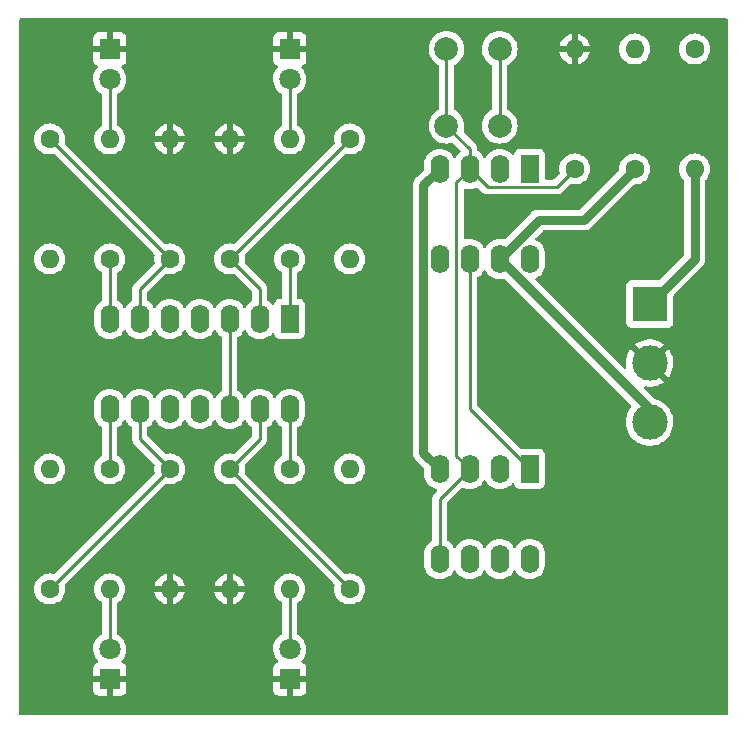
<source format=gtl>
G04 #@! TF.GenerationSoftware,KiCad,Pcbnew,6.0.1-79c1e3a40b~116~ubuntu20.04.1*
G04 #@! TF.CreationDate,2022-01-30T08:46:23-05:00*
G04 #@! TF.ProjectId,opamptest,6f70616d-7074-4657-9374-2e6b69636164,rev?*
G04 #@! TF.SameCoordinates,Original*
G04 #@! TF.FileFunction,Copper,L1,Top*
G04 #@! TF.FilePolarity,Positive*
%FSLAX46Y46*%
G04 Gerber Fmt 4.6, Leading zero omitted, Abs format (unit mm)*
G04 Created by KiCad (PCBNEW 6.0.1-79c1e3a40b~116~ubuntu20.04.1) date 2022-01-30 08:46:23*
%MOMM*%
%LPD*%
G01*
G04 APERTURE LIST*
G04 #@! TA.AperFunction,ComponentPad*
%ADD10C,1.600000*%
G04 #@! TD*
G04 #@! TA.AperFunction,ComponentPad*
%ADD11O,1.600000X1.600000*%
G04 #@! TD*
G04 #@! TA.AperFunction,ComponentPad*
%ADD12R,1.600000X2.400000*%
G04 #@! TD*
G04 #@! TA.AperFunction,ComponentPad*
%ADD13O,1.600000X2.400000*%
G04 #@! TD*
G04 #@! TA.AperFunction,ComponentPad*
%ADD14R,1.800000X1.800000*%
G04 #@! TD*
G04 #@! TA.AperFunction,ComponentPad*
%ADD15C,1.800000*%
G04 #@! TD*
G04 #@! TA.AperFunction,ComponentPad*
%ADD16R,3.000000X3.000000*%
G04 #@! TD*
G04 #@! TA.AperFunction,ComponentPad*
%ADD17C,3.000000*%
G04 #@! TD*
G04 #@! TA.AperFunction,ComponentPad*
%ADD18C,2.000000*%
G04 #@! TD*
G04 #@! TA.AperFunction,Conductor*
%ADD19C,0.250000*%
G04 #@! TD*
G04 #@! TA.AperFunction,Conductor*
%ADD20C,0.750000*%
G04 #@! TD*
G04 APERTURE END LIST*
D10*
G04 #@! TO.P,R8,1*
G04 #@! TO.N,Net-(R7-Pad2)*
X137160000Y-55880000D03*
D11*
G04 #@! TO.P,R8,2*
G04 #@! TO.N,Net-(D2-Pad2)*
X137160000Y-45720000D03*
G04 #@! TD*
D10*
G04 #@! TO.P,R5,1*
G04 #@! TO.N,TL074_1*
X152400000Y-55880000D03*
D11*
G04 #@! TO.P,R5,2*
G04 #@! TO.N,Net-(D1-Pad2)*
X152400000Y-45720000D03*
G04 #@! TD*
D12*
G04 #@! TO.P,U2,1*
G04 #@! TO.N,TL074_1*
X152405000Y-60960000D03*
D13*
G04 #@! TO.P,U2,2,-*
G04 #@! TO.N,TL074_2*
X149865000Y-60960000D03*
G04 #@! TO.P,U2,3,+*
G04 #@! TO.N,INPUT*
X147325000Y-60960000D03*
G04 #@! TO.P,U2,4,V+*
G04 #@! TO.N,+12V*
X144785000Y-60960000D03*
G04 #@! TO.P,U2,5,+*
G04 #@! TO.N,INPUT*
X142245000Y-60960000D03*
G04 #@! TO.P,U2,6,-*
G04 #@! TO.N,Net-(R6-Pad1)*
X139705000Y-60960000D03*
G04 #@! TO.P,U2,7*
G04 #@! TO.N,Net-(R7-Pad2)*
X137165000Y-60960000D03*
G04 #@! TO.P,U2,8*
G04 #@! TO.N,Net-(R10-Pad2)*
X137165000Y-68580000D03*
G04 #@! TO.P,U2,9,-*
G04 #@! TO.N,Net-(R10-Pad1)*
X139705000Y-68580000D03*
G04 #@! TO.P,U2,10,+*
G04 #@! TO.N,INPUT*
X142245000Y-68580000D03*
G04 #@! TO.P,U2,11,V-*
G04 #@! TO.N,-12V*
X144785000Y-68580000D03*
G04 #@! TO.P,U2,12,+*
G04 #@! TO.N,INPUT*
X147325000Y-68580000D03*
G04 #@! TO.P,U2,13,-*
G04 #@! TO.N,TL074_13*
X149865000Y-68580000D03*
G04 #@! TO.P,U2,14*
G04 #@! TO.N,TL074_14*
X152405000Y-68580000D03*
G04 #@! TD*
D10*
G04 #@! TO.P,R10,1*
G04 #@! TO.N,Net-(R10-Pad1)*
X132080000Y-83820000D03*
D11*
G04 #@! TO.P,R10,2*
G04 #@! TO.N,Net-(R10-Pad2)*
X132080000Y-73660000D03*
G04 #@! TD*
D10*
G04 #@! TO.P,R12,1*
G04 #@! TO.N,TL074_13*
X147320000Y-73660000D03*
D11*
G04 #@! TO.P,R12,2*
G04 #@! TO.N,GND*
X147320000Y-83820000D03*
G04 #@! TD*
D12*
G04 #@! TO.P,U1,1,NULL*
G04 #@! TO.N,unconnected-(U1-Pad1)*
X172720000Y-48260000D03*
D13*
G04 #@! TO.P,U1,2,-*
G04 #@! TO.N,TL074_2*
X170180000Y-48260000D03*
G04 #@! TO.P,U1,3,+*
G04 #@! TO.N,INPUT*
X167640000Y-48260000D03*
G04 #@! TO.P,U1,4,V-*
G04 #@! TO.N,-12V*
X165100000Y-48260000D03*
G04 #@! TO.P,U1,5,NULL*
G04 #@! TO.N,unconnected-(U1-Pad5)*
X165100000Y-55880000D03*
G04 #@! TO.P,U1,6*
G04 #@! TO.N,TL074_1*
X167640000Y-55880000D03*
G04 #@! TO.P,U1,7,V+*
G04 #@! TO.N,+12V*
X170180000Y-55880000D03*
G04 #@! TO.P,U1,8,NC*
G04 #@! TO.N,unconnected-(U1-Pad8)*
X172720000Y-55880000D03*
G04 #@! TD*
D10*
G04 #@! TO.P,R2,1*
G04 #@! TO.N,Net-(R1-Pad2)*
X186690000Y-38100000D03*
D11*
G04 #@! TO.P,R2,2*
G04 #@! TO.N,-12V*
X186690000Y-48260000D03*
G04 #@! TD*
D10*
G04 #@! TO.P,R13,1*
G04 #@! TO.N,TL074_13*
X157480000Y-83820000D03*
D11*
G04 #@! TO.P,R13,2*
G04 #@! TO.N,TL074_14*
X157480000Y-73660000D03*
G04 #@! TD*
D10*
G04 #@! TO.P,R11,1*
G04 #@! TO.N,Net-(R10-Pad2)*
X137160000Y-73660000D03*
D11*
G04 #@! TO.P,R11,2*
G04 #@! TO.N,Net-(D3-Pad2)*
X137160000Y-83820000D03*
G04 #@! TD*
D14*
G04 #@! TO.P,D3,1,K*
G04 #@! TO.N,GND*
X137160000Y-91440000D03*
D15*
G04 #@! TO.P,D3,2,A*
G04 #@! TO.N,Net-(D3-Pad2)*
X137160000Y-88900000D03*
G04 #@! TD*
D10*
G04 #@! TO.P,R6,1*
G04 #@! TO.N,Net-(R6-Pad1)*
X142240000Y-55880000D03*
D11*
G04 #@! TO.P,R6,2*
G04 #@! TO.N,GND*
X142240000Y-45720000D03*
G04 #@! TD*
D10*
G04 #@! TO.P,R1,1*
G04 #@! TO.N,+12V*
X181610000Y-48260000D03*
D11*
G04 #@! TO.P,R1,2*
G04 #@! TO.N,Net-(R1-Pad2)*
X181610000Y-38100000D03*
G04 #@! TD*
D12*
G04 #@! TO.P,U3,1*
G04 #@! TO.N,TL074_1*
X172720000Y-73660000D03*
D13*
G04 #@! TO.P,U3,2,-*
G04 #@! TO.N,TL074_2*
X170180000Y-73660000D03*
G04 #@! TO.P,U3,3,+*
G04 #@! TO.N,INPUT*
X167640000Y-73660000D03*
G04 #@! TO.P,U3,4,V-*
G04 #@! TO.N,-12V*
X165100000Y-73660000D03*
G04 #@! TO.P,U3,5,+*
G04 #@! TO.N,INPUT*
X165100000Y-81280000D03*
G04 #@! TO.P,U3,6,-*
G04 #@! TO.N,TL074_13*
X167640000Y-81280000D03*
G04 #@! TO.P,U3,7*
G04 #@! TO.N,TL074_14*
X170180000Y-81280000D03*
G04 #@! TO.P,U3,8,V+*
G04 #@! TO.N,+12V*
X172720000Y-81280000D03*
G04 #@! TD*
D10*
G04 #@! TO.P,R14,1*
G04 #@! TO.N,TL074_14*
X152400000Y-73660000D03*
D11*
G04 #@! TO.P,R14,2*
G04 #@! TO.N,Net-(D4-Pad2)*
X152400000Y-83820000D03*
G04 #@! TD*
D10*
G04 #@! TO.P,R3,1*
G04 #@! TO.N,TL074_2*
X147320000Y-55880000D03*
D11*
G04 #@! TO.P,R3,2*
G04 #@! TO.N,GND*
X147320000Y-45720000D03*
G04 #@! TD*
D10*
G04 #@! TO.P,R4,1*
G04 #@! TO.N,TL074_2*
X157480000Y-45720000D03*
D11*
G04 #@! TO.P,R4,2*
G04 #@! TO.N,TL074_1*
X157480000Y-55880000D03*
G04 #@! TD*
D10*
G04 #@! TO.P,R15,1*
G04 #@! TO.N,INPUT*
X176530000Y-48260000D03*
D11*
G04 #@! TO.P,R15,2*
G04 #@! TO.N,GND*
X176530000Y-38100000D03*
G04 #@! TD*
D10*
G04 #@! TO.P,R9,1*
G04 #@! TO.N,Net-(R10-Pad1)*
X142240000Y-73660000D03*
D11*
G04 #@! TO.P,R9,2*
G04 #@! TO.N,GND*
X142240000Y-83820000D03*
G04 #@! TD*
D14*
G04 #@! TO.P,D1,1,K*
G04 #@! TO.N,GND*
X152400000Y-38100000D03*
D15*
G04 #@! TO.P,D1,2,A*
G04 #@! TO.N,Net-(D1-Pad2)*
X152400000Y-40640000D03*
G04 #@! TD*
D10*
G04 #@! TO.P,R7,1*
G04 #@! TO.N,Net-(R6-Pad1)*
X132080000Y-45720000D03*
D11*
G04 #@! TO.P,R7,2*
G04 #@! TO.N,Net-(R7-Pad2)*
X132080000Y-55880000D03*
G04 #@! TD*
D16*
G04 #@! TO.P,J1,1,Pin_1*
G04 #@! TO.N,-12V*
X182880000Y-59690000D03*
D17*
G04 #@! TO.P,J1,2,Pin_2*
G04 #@! TO.N,GND*
X182880000Y-64690000D03*
G04 #@! TO.P,J1,3,Pin_3*
G04 #@! TO.N,+12V*
X182880000Y-69690000D03*
G04 #@! TD*
D14*
G04 #@! TO.P,D4,1,K*
G04 #@! TO.N,GND*
X152400000Y-91440000D03*
D15*
G04 #@! TO.P,D4,2,A*
G04 #@! TO.N,Net-(D4-Pad2)*
X152400000Y-88900000D03*
G04 #@! TD*
D18*
G04 #@! TO.P,SW1,1,1*
G04 #@! TO.N,Net-(R1-Pad2)*
X170180000Y-44600000D03*
X170180000Y-38100000D03*
G04 #@! TO.P,SW1,2,2*
G04 #@! TO.N,INPUT*
X165680000Y-44600000D03*
X165680000Y-38100000D03*
G04 #@! TD*
D14*
G04 #@! TO.P,D2,1,K*
G04 #@! TO.N,GND*
X137160000Y-38100000D03*
D15*
G04 #@! TO.P,D2,2,A*
G04 #@! TO.N,Net-(D2-Pad2)*
X137160000Y-40640000D03*
G04 #@! TD*
D19*
G04 #@! TO.N,Net-(D1-Pad2)*
X152400000Y-40640000D02*
X152400000Y-45720000D01*
G04 #@! TO.N,Net-(D2-Pad2)*
X137160000Y-40640000D02*
X137160000Y-45720000D01*
G04 #@! TO.N,Net-(D3-Pad2)*
X137160000Y-83820000D02*
X137160000Y-88900000D01*
G04 #@! TO.N,Net-(D4-Pad2)*
X152400000Y-83820000D02*
X152400000Y-88900000D01*
D20*
G04 #@! TO.N,+12V*
X173482000Y-52578000D02*
X177292000Y-52578000D01*
X170180000Y-55880000D02*
X173482000Y-52578000D01*
X182880000Y-69690000D02*
X182880000Y-68580000D01*
X177292000Y-52578000D02*
X181610000Y-48260000D01*
X182880000Y-68580000D02*
X170180000Y-55880000D01*
G04 #@! TO.N,-12V*
X186690000Y-55880000D02*
X186690000Y-48260000D01*
X163725480Y-72285480D02*
X163725480Y-49634520D01*
X182880000Y-59690000D02*
X186690000Y-55880000D01*
X163725480Y-49634520D02*
X165100000Y-48260000D01*
X165100000Y-73660000D02*
X163725480Y-72285480D01*
D19*
G04 #@! TO.N,INPUT*
X165100000Y-81280000D02*
X165100000Y-76200000D01*
X167640000Y-46560000D02*
X165680000Y-44600000D01*
X147325000Y-60960000D02*
X147325000Y-68580000D01*
X165100000Y-76200000D02*
X167640000Y-73660000D01*
X176530000Y-48260000D02*
X175005480Y-49784520D01*
X169164520Y-49784520D02*
X167640000Y-48260000D01*
X165680000Y-38100000D02*
X165680000Y-44600000D01*
X166515480Y-72535480D02*
X167640000Y-73660000D01*
X175005480Y-49784520D02*
X169164520Y-49784520D01*
X167640000Y-48260000D02*
X166515480Y-49384520D01*
X166515480Y-49384520D02*
X166515480Y-72535480D01*
X167640000Y-48260000D02*
X167640000Y-46560000D01*
G04 #@! TO.N,TL074_2*
X149865000Y-60960000D02*
X149865000Y-58425000D01*
X147320000Y-55880000D02*
X157480000Y-45720000D01*
X149865000Y-58425000D02*
X147320000Y-55880000D01*
G04 #@! TO.N,TL074_1*
X152405000Y-55885000D02*
X152400000Y-55880000D01*
X152405000Y-60960000D02*
X152405000Y-55885000D01*
X167640000Y-55880000D02*
X167640000Y-68580000D01*
X167640000Y-68580000D02*
X172720000Y-73660000D01*
G04 #@! TO.N,TL074_13*
X149865000Y-71115000D02*
X147320000Y-73660000D01*
X157480000Y-83820000D02*
X147320000Y-73660000D01*
X149865000Y-68580000D02*
X149865000Y-71115000D01*
G04 #@! TO.N,TL074_14*
X152405000Y-73655000D02*
X152400000Y-73660000D01*
X152405000Y-68580000D02*
X152405000Y-73655000D01*
G04 #@! TO.N,Net-(R1-Pad2)*
X170180000Y-38100000D02*
X170180000Y-44600000D01*
G04 #@! TO.N,Net-(R10-Pad1)*
X139705000Y-68580000D02*
X139705000Y-71125000D01*
X132080000Y-83820000D02*
X142240000Y-73660000D01*
X139705000Y-71125000D02*
X142240000Y-73660000D01*
G04 #@! TO.N,Net-(R7-Pad2)*
X137160000Y-60955000D02*
X137165000Y-60960000D01*
X137160000Y-55880000D02*
X137160000Y-60955000D01*
G04 #@! TO.N,Net-(R6-Pad1)*
X139705000Y-58415000D02*
X142240000Y-55880000D01*
X139705000Y-60960000D02*
X139705000Y-58415000D01*
X142240000Y-55880000D02*
X132080000Y-45720000D01*
G04 #@! TO.N,Net-(R10-Pad2)*
X137165000Y-73655000D02*
X137160000Y-73660000D01*
X137165000Y-68580000D02*
X137165000Y-73655000D01*
G04 #@! TD*
G04 #@! TA.AperFunction,Conductor*
G04 #@! TO.N,GND*
G36*
X189434121Y-35528002D02*
G01*
X189480614Y-35581658D01*
X189492000Y-35634000D01*
X189492000Y-94366000D01*
X189471998Y-94434121D01*
X189418342Y-94480614D01*
X189366000Y-94492000D01*
X129634000Y-94492000D01*
X129565879Y-94471998D01*
X129519386Y-94418342D01*
X129508000Y-94366000D01*
X129508000Y-92384669D01*
X135752001Y-92384669D01*
X135752371Y-92391490D01*
X135757895Y-92442352D01*
X135761521Y-92457604D01*
X135806676Y-92578054D01*
X135815214Y-92593649D01*
X135891715Y-92695724D01*
X135904276Y-92708285D01*
X136006351Y-92784786D01*
X136021946Y-92793324D01*
X136142394Y-92838478D01*
X136157649Y-92842105D01*
X136208514Y-92847631D01*
X136215328Y-92848000D01*
X136887885Y-92848000D01*
X136903124Y-92843525D01*
X136904329Y-92842135D01*
X136906000Y-92834452D01*
X136906000Y-92829884D01*
X137414000Y-92829884D01*
X137418475Y-92845123D01*
X137419865Y-92846328D01*
X137427548Y-92847999D01*
X138104669Y-92847999D01*
X138111490Y-92847629D01*
X138162352Y-92842105D01*
X138177604Y-92838479D01*
X138298054Y-92793324D01*
X138313649Y-92784786D01*
X138415724Y-92708285D01*
X138428285Y-92695724D01*
X138504786Y-92593649D01*
X138513324Y-92578054D01*
X138558478Y-92457606D01*
X138562105Y-92442351D01*
X138567631Y-92391486D01*
X138568000Y-92384672D01*
X138568000Y-92384669D01*
X150992001Y-92384669D01*
X150992371Y-92391490D01*
X150997895Y-92442352D01*
X151001521Y-92457604D01*
X151046676Y-92578054D01*
X151055214Y-92593649D01*
X151131715Y-92695724D01*
X151144276Y-92708285D01*
X151246351Y-92784786D01*
X151261946Y-92793324D01*
X151382394Y-92838478D01*
X151397649Y-92842105D01*
X151448514Y-92847631D01*
X151455328Y-92848000D01*
X152127885Y-92848000D01*
X152143124Y-92843525D01*
X152144329Y-92842135D01*
X152146000Y-92834452D01*
X152146000Y-92829884D01*
X152654000Y-92829884D01*
X152658475Y-92845123D01*
X152659865Y-92846328D01*
X152667548Y-92847999D01*
X153344669Y-92847999D01*
X153351490Y-92847629D01*
X153402352Y-92842105D01*
X153417604Y-92838479D01*
X153538054Y-92793324D01*
X153553649Y-92784786D01*
X153655724Y-92708285D01*
X153668285Y-92695724D01*
X153744786Y-92593649D01*
X153753324Y-92578054D01*
X153798478Y-92457606D01*
X153802105Y-92442351D01*
X153807631Y-92391486D01*
X153808000Y-92384672D01*
X153808000Y-91712115D01*
X153803525Y-91696876D01*
X153802135Y-91695671D01*
X153794452Y-91694000D01*
X152672115Y-91694000D01*
X152656876Y-91698475D01*
X152655671Y-91699865D01*
X152654000Y-91707548D01*
X152654000Y-92829884D01*
X152146000Y-92829884D01*
X152146000Y-91712115D01*
X152141525Y-91696876D01*
X152140135Y-91695671D01*
X152132452Y-91694000D01*
X151010116Y-91694000D01*
X150994877Y-91698475D01*
X150993672Y-91699865D01*
X150992001Y-91707548D01*
X150992001Y-92384669D01*
X138568000Y-92384669D01*
X138568000Y-91712115D01*
X138563525Y-91696876D01*
X138562135Y-91695671D01*
X138554452Y-91694000D01*
X137432115Y-91694000D01*
X137416876Y-91698475D01*
X137415671Y-91699865D01*
X137414000Y-91707548D01*
X137414000Y-92829884D01*
X136906000Y-92829884D01*
X136906000Y-91712115D01*
X136901525Y-91696876D01*
X136900135Y-91695671D01*
X136892452Y-91694000D01*
X135770116Y-91694000D01*
X135754877Y-91698475D01*
X135753672Y-91699865D01*
X135752001Y-91707548D01*
X135752001Y-92384669D01*
X129508000Y-92384669D01*
X129508000Y-88865469D01*
X135747095Y-88865469D01*
X135747392Y-88870622D01*
X135747392Y-88870625D01*
X135753067Y-88969041D01*
X135760427Y-89096697D01*
X135761564Y-89101743D01*
X135761565Y-89101749D01*
X135793741Y-89244523D01*
X135811346Y-89322642D01*
X135813288Y-89327424D01*
X135813289Y-89327428D01*
X135896540Y-89532450D01*
X135898484Y-89537237D01*
X136019501Y-89734719D01*
X136022882Y-89738622D01*
X136131653Y-89864191D01*
X136161135Y-89928776D01*
X136151020Y-89999049D01*
X136104519Y-90052697D01*
X136080646Y-90064670D01*
X136021944Y-90086677D01*
X136006351Y-90095214D01*
X135904276Y-90171715D01*
X135891715Y-90184276D01*
X135815214Y-90286351D01*
X135806676Y-90301946D01*
X135761522Y-90422394D01*
X135757895Y-90437649D01*
X135752369Y-90488514D01*
X135752000Y-90495328D01*
X135752000Y-91167885D01*
X135756475Y-91183124D01*
X135757865Y-91184329D01*
X135765548Y-91186000D01*
X138549884Y-91186000D01*
X138565123Y-91181525D01*
X138566328Y-91180135D01*
X138567999Y-91172452D01*
X138567999Y-90495331D01*
X138567629Y-90488510D01*
X138562105Y-90437648D01*
X138558479Y-90422396D01*
X138513324Y-90301946D01*
X138504786Y-90286351D01*
X138428285Y-90184276D01*
X138415724Y-90171715D01*
X138313649Y-90095214D01*
X138298052Y-90086675D01*
X138239415Y-90064693D01*
X138182650Y-90022052D01*
X138157950Y-89955490D01*
X138173157Y-89886141D01*
X138194703Y-89857461D01*
X138232641Y-89819654D01*
X138236303Y-89816005D01*
X138371458Y-89627917D01*
X138418641Y-89532450D01*
X138471784Y-89424922D01*
X138471785Y-89424920D01*
X138474078Y-89420280D01*
X138541408Y-89198671D01*
X138571640Y-88969041D01*
X138573327Y-88900000D01*
X138570488Y-88865469D01*
X150987095Y-88865469D01*
X150987392Y-88870622D01*
X150987392Y-88870625D01*
X150993067Y-88969041D01*
X151000427Y-89096697D01*
X151001564Y-89101743D01*
X151001565Y-89101749D01*
X151033741Y-89244523D01*
X151051346Y-89322642D01*
X151053288Y-89327424D01*
X151053289Y-89327428D01*
X151136540Y-89532450D01*
X151138484Y-89537237D01*
X151259501Y-89734719D01*
X151262882Y-89738622D01*
X151371653Y-89864191D01*
X151401135Y-89928776D01*
X151391020Y-89999049D01*
X151344519Y-90052697D01*
X151320646Y-90064670D01*
X151261944Y-90086677D01*
X151246351Y-90095214D01*
X151144276Y-90171715D01*
X151131715Y-90184276D01*
X151055214Y-90286351D01*
X151046676Y-90301946D01*
X151001522Y-90422394D01*
X150997895Y-90437649D01*
X150992369Y-90488514D01*
X150992000Y-90495328D01*
X150992000Y-91167885D01*
X150996475Y-91183124D01*
X150997865Y-91184329D01*
X151005548Y-91186000D01*
X153789884Y-91186000D01*
X153805123Y-91181525D01*
X153806328Y-91180135D01*
X153807999Y-91172452D01*
X153807999Y-90495331D01*
X153807629Y-90488510D01*
X153802105Y-90437648D01*
X153798479Y-90422396D01*
X153753324Y-90301946D01*
X153744786Y-90286351D01*
X153668285Y-90184276D01*
X153655724Y-90171715D01*
X153553649Y-90095214D01*
X153538052Y-90086675D01*
X153479415Y-90064693D01*
X153422650Y-90022052D01*
X153397950Y-89955490D01*
X153413157Y-89886141D01*
X153434703Y-89857461D01*
X153472641Y-89819654D01*
X153476303Y-89816005D01*
X153611458Y-89627917D01*
X153658641Y-89532450D01*
X153711784Y-89424922D01*
X153711785Y-89424920D01*
X153714078Y-89420280D01*
X153781408Y-89198671D01*
X153811640Y-88969041D01*
X153813327Y-88900000D01*
X153807032Y-88823434D01*
X153794773Y-88674318D01*
X153794772Y-88674312D01*
X153794349Y-88669167D01*
X153737925Y-88444533D01*
X153735866Y-88439797D01*
X153647630Y-88236868D01*
X153647628Y-88236865D01*
X153645570Y-88232131D01*
X153519764Y-88037665D01*
X153363887Y-87866358D01*
X153359836Y-87863159D01*
X153359832Y-87863155D01*
X153186178Y-87726012D01*
X153186175Y-87726010D01*
X153182123Y-87722810D01*
X153098607Y-87676707D01*
X153048636Y-87626274D01*
X153033500Y-87566398D01*
X153033500Y-85039394D01*
X153053502Y-84971273D01*
X153087229Y-84936181D01*
X153239789Y-84829357D01*
X153239792Y-84829355D01*
X153244300Y-84826198D01*
X153406198Y-84664300D01*
X153537523Y-84476749D01*
X153539846Y-84471767D01*
X153539849Y-84471762D01*
X153631961Y-84274225D01*
X153631961Y-84274224D01*
X153634284Y-84269243D01*
X153682970Y-84087548D01*
X153692119Y-84053402D01*
X153692119Y-84053400D01*
X153693543Y-84048087D01*
X153713498Y-83820000D01*
X153693543Y-83591913D01*
X153683244Y-83553478D01*
X153635707Y-83376067D01*
X153635706Y-83376065D01*
X153634284Y-83370757D01*
X153539966Y-83168489D01*
X153539849Y-83168238D01*
X153539846Y-83168233D01*
X153537523Y-83163251D01*
X153464098Y-83058389D01*
X153409357Y-82980211D01*
X153409355Y-82980208D01*
X153406198Y-82975700D01*
X153244300Y-82813802D01*
X153239792Y-82810645D01*
X153239789Y-82810643D01*
X153161611Y-82755902D01*
X153056749Y-82682477D01*
X153051767Y-82680154D01*
X153051762Y-82680151D01*
X152854225Y-82588039D01*
X152854224Y-82588039D01*
X152849243Y-82585716D01*
X152843935Y-82584294D01*
X152843933Y-82584293D01*
X152633402Y-82527881D01*
X152633400Y-82527881D01*
X152628087Y-82526457D01*
X152400000Y-82506502D01*
X152171913Y-82526457D01*
X152166600Y-82527881D01*
X152166598Y-82527881D01*
X151956067Y-82584293D01*
X151956065Y-82584294D01*
X151950757Y-82585716D01*
X151945776Y-82588039D01*
X151945775Y-82588039D01*
X151748238Y-82680151D01*
X151748233Y-82680154D01*
X151743251Y-82682477D01*
X151638389Y-82755902D01*
X151560211Y-82810643D01*
X151560208Y-82810645D01*
X151555700Y-82813802D01*
X151393802Y-82975700D01*
X151390645Y-82980208D01*
X151390643Y-82980211D01*
X151335902Y-83058389D01*
X151262477Y-83163251D01*
X151260154Y-83168233D01*
X151260151Y-83168238D01*
X151260034Y-83168489D01*
X151165716Y-83370757D01*
X151164294Y-83376065D01*
X151164293Y-83376067D01*
X151116756Y-83553478D01*
X151106457Y-83591913D01*
X151086502Y-83820000D01*
X151106457Y-84048087D01*
X151107881Y-84053400D01*
X151107881Y-84053402D01*
X151117031Y-84087548D01*
X151165716Y-84269243D01*
X151168039Y-84274224D01*
X151168039Y-84274225D01*
X151260151Y-84471762D01*
X151260154Y-84471767D01*
X151262477Y-84476749D01*
X151393802Y-84664300D01*
X151555700Y-84826198D01*
X151560208Y-84829355D01*
X151560211Y-84829357D01*
X151712771Y-84936181D01*
X151757099Y-84991638D01*
X151766500Y-85039394D01*
X151766500Y-87565319D01*
X151746498Y-87633440D01*
X151698679Y-87677083D01*
X151646872Y-87704052D01*
X151461655Y-87843117D01*
X151301639Y-88010564D01*
X151298725Y-88014836D01*
X151298724Y-88014837D01*
X151283152Y-88037665D01*
X151171119Y-88201899D01*
X151073602Y-88411981D01*
X151011707Y-88635169D01*
X150987095Y-88865469D01*
X138570488Y-88865469D01*
X138567032Y-88823434D01*
X138554773Y-88674318D01*
X138554772Y-88674312D01*
X138554349Y-88669167D01*
X138497925Y-88444533D01*
X138495866Y-88439797D01*
X138407630Y-88236868D01*
X138407628Y-88236865D01*
X138405570Y-88232131D01*
X138279764Y-88037665D01*
X138123887Y-87866358D01*
X138119836Y-87863159D01*
X138119832Y-87863155D01*
X137946178Y-87726012D01*
X137946175Y-87726010D01*
X137942123Y-87722810D01*
X137858607Y-87676707D01*
X137808636Y-87626274D01*
X137793500Y-87566398D01*
X137793500Y-85039394D01*
X137813502Y-84971273D01*
X137847229Y-84936181D01*
X137999789Y-84829357D01*
X137999792Y-84829355D01*
X138004300Y-84826198D01*
X138166198Y-84664300D01*
X138297523Y-84476749D01*
X138299846Y-84471767D01*
X138299849Y-84471762D01*
X138391961Y-84274225D01*
X138391961Y-84274224D01*
X138394284Y-84269243D01*
X138442970Y-84087548D01*
X138443245Y-84086522D01*
X140957273Y-84086522D01*
X141004764Y-84263761D01*
X141008510Y-84274053D01*
X141100586Y-84471511D01*
X141106069Y-84481007D01*
X141231028Y-84659467D01*
X141238084Y-84667875D01*
X141392125Y-84821916D01*
X141400533Y-84828972D01*
X141578993Y-84953931D01*
X141588489Y-84959414D01*
X141785947Y-85051490D01*
X141796239Y-85055236D01*
X141968503Y-85101394D01*
X141982599Y-85101058D01*
X141986000Y-85093116D01*
X141986000Y-85087967D01*
X142494000Y-85087967D01*
X142497973Y-85101498D01*
X142506522Y-85102727D01*
X142683761Y-85055236D01*
X142694053Y-85051490D01*
X142891511Y-84959414D01*
X142901007Y-84953931D01*
X143079467Y-84828972D01*
X143087875Y-84821916D01*
X143241916Y-84667875D01*
X143248972Y-84659467D01*
X143373931Y-84481007D01*
X143379414Y-84471511D01*
X143471490Y-84274053D01*
X143475236Y-84263761D01*
X143521394Y-84091497D01*
X143521275Y-84086522D01*
X146037273Y-84086522D01*
X146084764Y-84263761D01*
X146088510Y-84274053D01*
X146180586Y-84471511D01*
X146186069Y-84481007D01*
X146311028Y-84659467D01*
X146318084Y-84667875D01*
X146472125Y-84821916D01*
X146480533Y-84828972D01*
X146658993Y-84953931D01*
X146668489Y-84959414D01*
X146865947Y-85051490D01*
X146876239Y-85055236D01*
X147048503Y-85101394D01*
X147062599Y-85101058D01*
X147066000Y-85093116D01*
X147066000Y-85087967D01*
X147574000Y-85087967D01*
X147577973Y-85101498D01*
X147586522Y-85102727D01*
X147763761Y-85055236D01*
X147774053Y-85051490D01*
X147971511Y-84959414D01*
X147981007Y-84953931D01*
X148159467Y-84828972D01*
X148167875Y-84821916D01*
X148321916Y-84667875D01*
X148328972Y-84659467D01*
X148453931Y-84481007D01*
X148459414Y-84471511D01*
X148551490Y-84274053D01*
X148555236Y-84263761D01*
X148601394Y-84091497D01*
X148601058Y-84077401D01*
X148593116Y-84074000D01*
X147592115Y-84074000D01*
X147576876Y-84078475D01*
X147575671Y-84079865D01*
X147574000Y-84087548D01*
X147574000Y-85087967D01*
X147066000Y-85087967D01*
X147066000Y-84092115D01*
X147061525Y-84076876D01*
X147060135Y-84075671D01*
X147052452Y-84074000D01*
X146052033Y-84074000D01*
X146038502Y-84077973D01*
X146037273Y-84086522D01*
X143521275Y-84086522D01*
X143521058Y-84077401D01*
X143513116Y-84074000D01*
X142512115Y-84074000D01*
X142496876Y-84078475D01*
X142495671Y-84079865D01*
X142494000Y-84087548D01*
X142494000Y-85087967D01*
X141986000Y-85087967D01*
X141986000Y-84092115D01*
X141981525Y-84076876D01*
X141980135Y-84075671D01*
X141972452Y-84074000D01*
X140972033Y-84074000D01*
X140958502Y-84077973D01*
X140957273Y-84086522D01*
X138443245Y-84086522D01*
X138452119Y-84053402D01*
X138452119Y-84053400D01*
X138453543Y-84048087D01*
X138473498Y-83820000D01*
X138453543Y-83591913D01*
X138443244Y-83553478D01*
X138441911Y-83548503D01*
X140958606Y-83548503D01*
X140958942Y-83562599D01*
X140966884Y-83566000D01*
X141967885Y-83566000D01*
X141983124Y-83561525D01*
X141984329Y-83560135D01*
X141986000Y-83552452D01*
X141986000Y-83547885D01*
X142494000Y-83547885D01*
X142498475Y-83563124D01*
X142499865Y-83564329D01*
X142507548Y-83566000D01*
X143507967Y-83566000D01*
X143521498Y-83562027D01*
X143522727Y-83553478D01*
X143521394Y-83548503D01*
X146038606Y-83548503D01*
X146038942Y-83562599D01*
X146046884Y-83566000D01*
X147047885Y-83566000D01*
X147063124Y-83561525D01*
X147064329Y-83560135D01*
X147066000Y-83552452D01*
X147066000Y-83547885D01*
X147574000Y-83547885D01*
X147578475Y-83563124D01*
X147579865Y-83564329D01*
X147587548Y-83566000D01*
X148587967Y-83566000D01*
X148601498Y-83562027D01*
X148602727Y-83553478D01*
X148555236Y-83376239D01*
X148551490Y-83365947D01*
X148459414Y-83168489D01*
X148453931Y-83158993D01*
X148328972Y-82980533D01*
X148321916Y-82972125D01*
X148167875Y-82818084D01*
X148159467Y-82811028D01*
X147981007Y-82686069D01*
X147971511Y-82680586D01*
X147774053Y-82588510D01*
X147763761Y-82584764D01*
X147591497Y-82538606D01*
X147577401Y-82538942D01*
X147574000Y-82546884D01*
X147574000Y-83547885D01*
X147066000Y-83547885D01*
X147066000Y-82552033D01*
X147062027Y-82538502D01*
X147053478Y-82537273D01*
X146876239Y-82584764D01*
X146865947Y-82588510D01*
X146668489Y-82680586D01*
X146658993Y-82686069D01*
X146480533Y-82811028D01*
X146472125Y-82818084D01*
X146318084Y-82972125D01*
X146311028Y-82980533D01*
X146186069Y-83158993D01*
X146180586Y-83168489D01*
X146088510Y-83365947D01*
X146084764Y-83376239D01*
X146038606Y-83548503D01*
X143521394Y-83548503D01*
X143475236Y-83376239D01*
X143471490Y-83365947D01*
X143379414Y-83168489D01*
X143373931Y-83158993D01*
X143248972Y-82980533D01*
X143241916Y-82972125D01*
X143087875Y-82818084D01*
X143079467Y-82811028D01*
X142901007Y-82686069D01*
X142891511Y-82680586D01*
X142694053Y-82588510D01*
X142683761Y-82584764D01*
X142511497Y-82538606D01*
X142497401Y-82538942D01*
X142494000Y-82546884D01*
X142494000Y-83547885D01*
X141986000Y-83547885D01*
X141986000Y-82552033D01*
X141982027Y-82538502D01*
X141973478Y-82537273D01*
X141796239Y-82584764D01*
X141785947Y-82588510D01*
X141588489Y-82680586D01*
X141578993Y-82686069D01*
X141400533Y-82811028D01*
X141392125Y-82818084D01*
X141238084Y-82972125D01*
X141231028Y-82980533D01*
X141106069Y-83158993D01*
X141100586Y-83168489D01*
X141008510Y-83365947D01*
X141004764Y-83376239D01*
X140958606Y-83548503D01*
X138441911Y-83548503D01*
X138395707Y-83376067D01*
X138395706Y-83376065D01*
X138394284Y-83370757D01*
X138299966Y-83168489D01*
X138299849Y-83168238D01*
X138299846Y-83168233D01*
X138297523Y-83163251D01*
X138224098Y-83058389D01*
X138169357Y-82980211D01*
X138169355Y-82980208D01*
X138166198Y-82975700D01*
X138004300Y-82813802D01*
X137999792Y-82810645D01*
X137999789Y-82810643D01*
X137921611Y-82755902D01*
X137816749Y-82682477D01*
X137811767Y-82680154D01*
X137811762Y-82680151D01*
X137614225Y-82588039D01*
X137614224Y-82588039D01*
X137609243Y-82585716D01*
X137603935Y-82584294D01*
X137603933Y-82584293D01*
X137393402Y-82527881D01*
X137393400Y-82527881D01*
X137388087Y-82526457D01*
X137160000Y-82506502D01*
X136931913Y-82526457D01*
X136926600Y-82527881D01*
X136926598Y-82527881D01*
X136716067Y-82584293D01*
X136716065Y-82584294D01*
X136710757Y-82585716D01*
X136705776Y-82588039D01*
X136705775Y-82588039D01*
X136508238Y-82680151D01*
X136508233Y-82680154D01*
X136503251Y-82682477D01*
X136398389Y-82755902D01*
X136320211Y-82810643D01*
X136320208Y-82810645D01*
X136315700Y-82813802D01*
X136153802Y-82975700D01*
X136150645Y-82980208D01*
X136150643Y-82980211D01*
X136095902Y-83058389D01*
X136022477Y-83163251D01*
X136020154Y-83168233D01*
X136020151Y-83168238D01*
X136020034Y-83168489D01*
X135925716Y-83370757D01*
X135924294Y-83376065D01*
X135924293Y-83376067D01*
X135876756Y-83553478D01*
X135866457Y-83591913D01*
X135846502Y-83820000D01*
X135866457Y-84048087D01*
X135867881Y-84053400D01*
X135867881Y-84053402D01*
X135877031Y-84087548D01*
X135925716Y-84269243D01*
X135928039Y-84274224D01*
X135928039Y-84274225D01*
X136020151Y-84471762D01*
X136020154Y-84471767D01*
X136022477Y-84476749D01*
X136153802Y-84664300D01*
X136315700Y-84826198D01*
X136320208Y-84829355D01*
X136320211Y-84829357D01*
X136472771Y-84936181D01*
X136517099Y-84991638D01*
X136526500Y-85039394D01*
X136526500Y-87565319D01*
X136506498Y-87633440D01*
X136458679Y-87677083D01*
X136406872Y-87704052D01*
X136221655Y-87843117D01*
X136061639Y-88010564D01*
X136058725Y-88014836D01*
X136058724Y-88014837D01*
X136043152Y-88037665D01*
X135931119Y-88201899D01*
X135833602Y-88411981D01*
X135771707Y-88635169D01*
X135747095Y-88865469D01*
X129508000Y-88865469D01*
X129508000Y-83820000D01*
X130766502Y-83820000D01*
X130786457Y-84048087D01*
X130787881Y-84053400D01*
X130787881Y-84053402D01*
X130797031Y-84087548D01*
X130845716Y-84269243D01*
X130848039Y-84274224D01*
X130848039Y-84274225D01*
X130940151Y-84471762D01*
X130940154Y-84471767D01*
X130942477Y-84476749D01*
X131073802Y-84664300D01*
X131235700Y-84826198D01*
X131240208Y-84829355D01*
X131240211Y-84829357D01*
X131318389Y-84884098D01*
X131423251Y-84957523D01*
X131428233Y-84959846D01*
X131428238Y-84959849D01*
X131598825Y-85039394D01*
X131630757Y-85054284D01*
X131636065Y-85055706D01*
X131636067Y-85055707D01*
X131846598Y-85112119D01*
X131846600Y-85112119D01*
X131851913Y-85113543D01*
X132080000Y-85133498D01*
X132308087Y-85113543D01*
X132313400Y-85112119D01*
X132313402Y-85112119D01*
X132523933Y-85055707D01*
X132523935Y-85055706D01*
X132529243Y-85054284D01*
X132561175Y-85039394D01*
X132731762Y-84959849D01*
X132731767Y-84959846D01*
X132736749Y-84957523D01*
X132841611Y-84884098D01*
X132919789Y-84829357D01*
X132919792Y-84829355D01*
X132924300Y-84826198D01*
X133086198Y-84664300D01*
X133217523Y-84476749D01*
X133219846Y-84471767D01*
X133219849Y-84471762D01*
X133311961Y-84274225D01*
X133311961Y-84274224D01*
X133314284Y-84269243D01*
X133362970Y-84087548D01*
X133372119Y-84053402D01*
X133372119Y-84053400D01*
X133373543Y-84048087D01*
X133393498Y-83820000D01*
X133373543Y-83591913D01*
X133372119Y-83586598D01*
X133372118Y-83586591D01*
X133356541Y-83528459D01*
X133358230Y-83457483D01*
X133389152Y-83406752D01*
X141826752Y-74969152D01*
X141889064Y-74935126D01*
X141948459Y-74936541D01*
X142006591Y-74952118D01*
X142006602Y-74952120D01*
X142011913Y-74953543D01*
X142240000Y-74973498D01*
X142468087Y-74953543D01*
X142473400Y-74952119D01*
X142473402Y-74952119D01*
X142683933Y-74895707D01*
X142683935Y-74895706D01*
X142689243Y-74894284D01*
X142717178Y-74881258D01*
X142891762Y-74799849D01*
X142891767Y-74799846D01*
X142896749Y-74797523D01*
X143068098Y-74677543D01*
X143079789Y-74669357D01*
X143079792Y-74669355D01*
X143084300Y-74666198D01*
X143246198Y-74504300D01*
X143377523Y-74316749D01*
X143379846Y-74311767D01*
X143379849Y-74311762D01*
X143471961Y-74114225D01*
X143471961Y-74114224D01*
X143474284Y-74109243D01*
X143497523Y-74022517D01*
X143532119Y-73893402D01*
X143532119Y-73893400D01*
X143533543Y-73888087D01*
X143553498Y-73660000D01*
X143533543Y-73431913D01*
X143532117Y-73426591D01*
X143475707Y-73216067D01*
X143475706Y-73216065D01*
X143474284Y-73210757D01*
X143471961Y-73205775D01*
X143379849Y-73008238D01*
X143379846Y-73008233D01*
X143377523Y-73003251D01*
X143246198Y-72815700D01*
X143084300Y-72653802D01*
X143079792Y-72650645D01*
X143079789Y-72650643D01*
X142932228Y-72547320D01*
X142896749Y-72522477D01*
X142891767Y-72520154D01*
X142891762Y-72520151D01*
X142694225Y-72428039D01*
X142694224Y-72428039D01*
X142689243Y-72425716D01*
X142683935Y-72424294D01*
X142683933Y-72424293D01*
X142473402Y-72367881D01*
X142473400Y-72367881D01*
X142468087Y-72366457D01*
X142240000Y-72346502D01*
X142011913Y-72366457D01*
X141948458Y-72383460D01*
X141877482Y-72381770D01*
X141826753Y-72350848D01*
X140375405Y-70899500D01*
X140341379Y-70837188D01*
X140338500Y-70810405D01*
X140338500Y-70199394D01*
X140358502Y-70131273D01*
X140392229Y-70096181D01*
X140544789Y-69989357D01*
X140544792Y-69989355D01*
X140549300Y-69986198D01*
X140711198Y-69824300D01*
X140842523Y-69636749D01*
X140844846Y-69631767D01*
X140844849Y-69631762D01*
X140860805Y-69597543D01*
X140907722Y-69544258D01*
X140975999Y-69524797D01*
X141043959Y-69545339D01*
X141089195Y-69597543D01*
X141105151Y-69631762D01*
X141105154Y-69631767D01*
X141107477Y-69636749D01*
X141238802Y-69824300D01*
X141400700Y-69986198D01*
X141405208Y-69989355D01*
X141405211Y-69989357D01*
X141483389Y-70044098D01*
X141588251Y-70117523D01*
X141593233Y-70119846D01*
X141593238Y-70119849D01*
X141763825Y-70199394D01*
X141795757Y-70214284D01*
X141801065Y-70215706D01*
X141801067Y-70215707D01*
X142011598Y-70272119D01*
X142011600Y-70272119D01*
X142016913Y-70273543D01*
X142245000Y-70293498D01*
X142473087Y-70273543D01*
X142478400Y-70272119D01*
X142478402Y-70272119D01*
X142688933Y-70215707D01*
X142688935Y-70215706D01*
X142694243Y-70214284D01*
X142726175Y-70199394D01*
X142896762Y-70119849D01*
X142896767Y-70119846D01*
X142901749Y-70117523D01*
X143006611Y-70044098D01*
X143084789Y-69989357D01*
X143084792Y-69989355D01*
X143089300Y-69986198D01*
X143251198Y-69824300D01*
X143382523Y-69636749D01*
X143384846Y-69631767D01*
X143384849Y-69631762D01*
X143400805Y-69597543D01*
X143447722Y-69544258D01*
X143515999Y-69524797D01*
X143583959Y-69545339D01*
X143629195Y-69597543D01*
X143645151Y-69631762D01*
X143645154Y-69631767D01*
X143647477Y-69636749D01*
X143778802Y-69824300D01*
X143940700Y-69986198D01*
X143945208Y-69989355D01*
X143945211Y-69989357D01*
X144023389Y-70044098D01*
X144128251Y-70117523D01*
X144133233Y-70119846D01*
X144133238Y-70119849D01*
X144303825Y-70199394D01*
X144335757Y-70214284D01*
X144341065Y-70215706D01*
X144341067Y-70215707D01*
X144551598Y-70272119D01*
X144551600Y-70272119D01*
X144556913Y-70273543D01*
X144785000Y-70293498D01*
X145013087Y-70273543D01*
X145018400Y-70272119D01*
X145018402Y-70272119D01*
X145228933Y-70215707D01*
X145228935Y-70215706D01*
X145234243Y-70214284D01*
X145266175Y-70199394D01*
X145436762Y-70119849D01*
X145436767Y-70119846D01*
X145441749Y-70117523D01*
X145546611Y-70044098D01*
X145624789Y-69989357D01*
X145624792Y-69989355D01*
X145629300Y-69986198D01*
X145791198Y-69824300D01*
X145922523Y-69636749D01*
X145924846Y-69631767D01*
X145924849Y-69631762D01*
X145940805Y-69597543D01*
X145987722Y-69544258D01*
X146055999Y-69524797D01*
X146123959Y-69545339D01*
X146169195Y-69597543D01*
X146185151Y-69631762D01*
X146185154Y-69631767D01*
X146187477Y-69636749D01*
X146318802Y-69824300D01*
X146480700Y-69986198D01*
X146485208Y-69989355D01*
X146485211Y-69989357D01*
X146563389Y-70044098D01*
X146668251Y-70117523D01*
X146673233Y-70119846D01*
X146673238Y-70119849D01*
X146843825Y-70199394D01*
X146875757Y-70214284D01*
X146881065Y-70215706D01*
X146881067Y-70215707D01*
X147091598Y-70272119D01*
X147091600Y-70272119D01*
X147096913Y-70273543D01*
X147325000Y-70293498D01*
X147553087Y-70273543D01*
X147558400Y-70272119D01*
X147558402Y-70272119D01*
X147768933Y-70215707D01*
X147768935Y-70215706D01*
X147774243Y-70214284D01*
X147806175Y-70199394D01*
X147976762Y-70119849D01*
X147976767Y-70119846D01*
X147981749Y-70117523D01*
X148086611Y-70044098D01*
X148164789Y-69989357D01*
X148164792Y-69989355D01*
X148169300Y-69986198D01*
X148331198Y-69824300D01*
X148462523Y-69636749D01*
X148464846Y-69631767D01*
X148464849Y-69631762D01*
X148480805Y-69597543D01*
X148527722Y-69544258D01*
X148595999Y-69524797D01*
X148663959Y-69545339D01*
X148709195Y-69597543D01*
X148725151Y-69631762D01*
X148725154Y-69631767D01*
X148727477Y-69636749D01*
X148858802Y-69824300D01*
X149020700Y-69986198D01*
X149025208Y-69989355D01*
X149025211Y-69989357D01*
X149177771Y-70096181D01*
X149222099Y-70151638D01*
X149231500Y-70199394D01*
X149231500Y-70800406D01*
X149211498Y-70868527D01*
X149194595Y-70889501D01*
X147733248Y-72350848D01*
X147670936Y-72384874D01*
X147611541Y-72383459D01*
X147553409Y-72367882D01*
X147553398Y-72367880D01*
X147548087Y-72366457D01*
X147320000Y-72346502D01*
X147091913Y-72366457D01*
X147086600Y-72367881D01*
X147086598Y-72367881D01*
X146876067Y-72424293D01*
X146876065Y-72424294D01*
X146870757Y-72425716D01*
X146865776Y-72428039D01*
X146865775Y-72428039D01*
X146668238Y-72520151D01*
X146668233Y-72520154D01*
X146663251Y-72522477D01*
X146627772Y-72547320D01*
X146480211Y-72650643D01*
X146480208Y-72650645D01*
X146475700Y-72653802D01*
X146313802Y-72815700D01*
X146182477Y-73003251D01*
X146180154Y-73008233D01*
X146180151Y-73008238D01*
X146088039Y-73205775D01*
X146085716Y-73210757D01*
X146084294Y-73216065D01*
X146084293Y-73216067D01*
X146027883Y-73426591D01*
X146026457Y-73431913D01*
X146006502Y-73660000D01*
X146026457Y-73888087D01*
X146027881Y-73893400D01*
X146027881Y-73893402D01*
X146062478Y-74022517D01*
X146085716Y-74109243D01*
X146088039Y-74114224D01*
X146088039Y-74114225D01*
X146180151Y-74311762D01*
X146180154Y-74311767D01*
X146182477Y-74316749D01*
X146313802Y-74504300D01*
X146475700Y-74666198D01*
X146480208Y-74669355D01*
X146480211Y-74669357D01*
X146491902Y-74677543D01*
X146663251Y-74797523D01*
X146668233Y-74799846D01*
X146668238Y-74799849D01*
X146842822Y-74881258D01*
X146870757Y-74894284D01*
X146876065Y-74895706D01*
X146876067Y-74895707D01*
X147086598Y-74952119D01*
X147086600Y-74952119D01*
X147091913Y-74953543D01*
X147320000Y-74973498D01*
X147548087Y-74953543D01*
X147553398Y-74952120D01*
X147553409Y-74952118D01*
X147611541Y-74936541D01*
X147682517Y-74938230D01*
X147733248Y-74969152D01*
X156170848Y-83406752D01*
X156204874Y-83469064D01*
X156203459Y-83528459D01*
X156187882Y-83586591D01*
X156187881Y-83586598D01*
X156186457Y-83591913D01*
X156166502Y-83820000D01*
X156186457Y-84048087D01*
X156187881Y-84053400D01*
X156187881Y-84053402D01*
X156197031Y-84087548D01*
X156245716Y-84269243D01*
X156248039Y-84274224D01*
X156248039Y-84274225D01*
X156340151Y-84471762D01*
X156340154Y-84471767D01*
X156342477Y-84476749D01*
X156473802Y-84664300D01*
X156635700Y-84826198D01*
X156640208Y-84829355D01*
X156640211Y-84829357D01*
X156718389Y-84884098D01*
X156823251Y-84957523D01*
X156828233Y-84959846D01*
X156828238Y-84959849D01*
X156998825Y-85039394D01*
X157030757Y-85054284D01*
X157036065Y-85055706D01*
X157036067Y-85055707D01*
X157246598Y-85112119D01*
X157246600Y-85112119D01*
X157251913Y-85113543D01*
X157480000Y-85133498D01*
X157708087Y-85113543D01*
X157713400Y-85112119D01*
X157713402Y-85112119D01*
X157923933Y-85055707D01*
X157923935Y-85055706D01*
X157929243Y-85054284D01*
X157961175Y-85039394D01*
X158131762Y-84959849D01*
X158131767Y-84959846D01*
X158136749Y-84957523D01*
X158241611Y-84884098D01*
X158319789Y-84829357D01*
X158319792Y-84829355D01*
X158324300Y-84826198D01*
X158486198Y-84664300D01*
X158617523Y-84476749D01*
X158619846Y-84471767D01*
X158619849Y-84471762D01*
X158711961Y-84274225D01*
X158711961Y-84274224D01*
X158714284Y-84269243D01*
X158762970Y-84087548D01*
X158772119Y-84053402D01*
X158772119Y-84053400D01*
X158773543Y-84048087D01*
X158793498Y-83820000D01*
X158773543Y-83591913D01*
X158763244Y-83553478D01*
X158715707Y-83376067D01*
X158715706Y-83376065D01*
X158714284Y-83370757D01*
X158619966Y-83168489D01*
X158619849Y-83168238D01*
X158619846Y-83168233D01*
X158617523Y-83163251D01*
X158544098Y-83058389D01*
X158489357Y-82980211D01*
X158489355Y-82980208D01*
X158486198Y-82975700D01*
X158324300Y-82813802D01*
X158319792Y-82810645D01*
X158319789Y-82810643D01*
X158241611Y-82755902D01*
X158136749Y-82682477D01*
X158131767Y-82680154D01*
X158131762Y-82680151D01*
X157934225Y-82588039D01*
X157934224Y-82588039D01*
X157929243Y-82585716D01*
X157923935Y-82584294D01*
X157923933Y-82584293D01*
X157713402Y-82527881D01*
X157713400Y-82527881D01*
X157708087Y-82526457D01*
X157480000Y-82506502D01*
X157251913Y-82526457D01*
X157246602Y-82527880D01*
X157246591Y-82527882D01*
X157188459Y-82543459D01*
X157117483Y-82541770D01*
X157066752Y-82510848D01*
X148629152Y-74073248D01*
X148595126Y-74010936D01*
X148596541Y-73951541D01*
X148612118Y-73893409D01*
X148612120Y-73893398D01*
X148613543Y-73888087D01*
X148633498Y-73660000D01*
X148613543Y-73431913D01*
X148612119Y-73426598D01*
X148612118Y-73426591D01*
X148596541Y-73368459D01*
X148598230Y-73297483D01*
X148629152Y-73246752D01*
X150257247Y-71618657D01*
X150265537Y-71611113D01*
X150272018Y-71607000D01*
X150318659Y-71557332D01*
X150321413Y-71554491D01*
X150341135Y-71534769D01*
X150343612Y-71531576D01*
X150351317Y-71522555D01*
X150351864Y-71521973D01*
X150381586Y-71490321D01*
X150385407Y-71483371D01*
X150391346Y-71472568D01*
X150402202Y-71456041D01*
X150409757Y-71446302D01*
X150409758Y-71446300D01*
X150414614Y-71440040D01*
X150432174Y-71399460D01*
X150437391Y-71388812D01*
X150454875Y-71357009D01*
X150454876Y-71357007D01*
X150458695Y-71350060D01*
X150463735Y-71330431D01*
X150470137Y-71311734D01*
X150475033Y-71300420D01*
X150475033Y-71300419D01*
X150478181Y-71293145D01*
X150479420Y-71285322D01*
X150479423Y-71285312D01*
X150485099Y-71249476D01*
X150487505Y-71237856D01*
X150496528Y-71202711D01*
X150496528Y-71202710D01*
X150498500Y-71195030D01*
X150498500Y-71174776D01*
X150500051Y-71155064D01*
X150500058Y-71155022D01*
X150503220Y-71135057D01*
X150499059Y-71091038D01*
X150498500Y-71079181D01*
X150498500Y-70199394D01*
X150518502Y-70131273D01*
X150552229Y-70096181D01*
X150704789Y-69989357D01*
X150704792Y-69989355D01*
X150709300Y-69986198D01*
X150871198Y-69824300D01*
X151002523Y-69636749D01*
X151004846Y-69631767D01*
X151004849Y-69631762D01*
X151020805Y-69597543D01*
X151067722Y-69544258D01*
X151135999Y-69524797D01*
X151203959Y-69545339D01*
X151249195Y-69597543D01*
X151265151Y-69631762D01*
X151265154Y-69631767D01*
X151267477Y-69636749D01*
X151398802Y-69824300D01*
X151560700Y-69986198D01*
X151565208Y-69989355D01*
X151565211Y-69989357D01*
X151717771Y-70096181D01*
X151762099Y-70151638D01*
X151771500Y-70199394D01*
X151771500Y-72437105D01*
X151751498Y-72505226D01*
X151717771Y-72540318D01*
X151560211Y-72650643D01*
X151560208Y-72650645D01*
X151555700Y-72653802D01*
X151393802Y-72815700D01*
X151262477Y-73003251D01*
X151260154Y-73008233D01*
X151260151Y-73008238D01*
X151168039Y-73205775D01*
X151165716Y-73210757D01*
X151164294Y-73216065D01*
X151164293Y-73216067D01*
X151107883Y-73426591D01*
X151106457Y-73431913D01*
X151086502Y-73660000D01*
X151106457Y-73888087D01*
X151107881Y-73893400D01*
X151107881Y-73893402D01*
X151142478Y-74022517D01*
X151165716Y-74109243D01*
X151168039Y-74114224D01*
X151168039Y-74114225D01*
X151260151Y-74311762D01*
X151260154Y-74311767D01*
X151262477Y-74316749D01*
X151393802Y-74504300D01*
X151555700Y-74666198D01*
X151560208Y-74669355D01*
X151560211Y-74669357D01*
X151571902Y-74677543D01*
X151743251Y-74797523D01*
X151748233Y-74799846D01*
X151748238Y-74799849D01*
X151922822Y-74881258D01*
X151950757Y-74894284D01*
X151956065Y-74895706D01*
X151956067Y-74895707D01*
X152166598Y-74952119D01*
X152166600Y-74952119D01*
X152171913Y-74953543D01*
X152400000Y-74973498D01*
X152628087Y-74953543D01*
X152633400Y-74952119D01*
X152633402Y-74952119D01*
X152843933Y-74895707D01*
X152843935Y-74895706D01*
X152849243Y-74894284D01*
X152877178Y-74881258D01*
X153051762Y-74799849D01*
X153051767Y-74799846D01*
X153056749Y-74797523D01*
X153228098Y-74677543D01*
X153239789Y-74669357D01*
X153239792Y-74669355D01*
X153244300Y-74666198D01*
X153406198Y-74504300D01*
X153537523Y-74316749D01*
X153539846Y-74311767D01*
X153539849Y-74311762D01*
X153631961Y-74114225D01*
X153631961Y-74114224D01*
X153634284Y-74109243D01*
X153657523Y-74022517D01*
X153692119Y-73893402D01*
X153692119Y-73893400D01*
X153693543Y-73888087D01*
X153713498Y-73660000D01*
X156166502Y-73660000D01*
X156186457Y-73888087D01*
X156187881Y-73893400D01*
X156187881Y-73893402D01*
X156222478Y-74022517D01*
X156245716Y-74109243D01*
X156248039Y-74114224D01*
X156248039Y-74114225D01*
X156340151Y-74311762D01*
X156340154Y-74311767D01*
X156342477Y-74316749D01*
X156473802Y-74504300D01*
X156635700Y-74666198D01*
X156640208Y-74669355D01*
X156640211Y-74669357D01*
X156651902Y-74677543D01*
X156823251Y-74797523D01*
X156828233Y-74799846D01*
X156828238Y-74799849D01*
X157002822Y-74881258D01*
X157030757Y-74894284D01*
X157036065Y-74895706D01*
X157036067Y-74895707D01*
X157246598Y-74952119D01*
X157246600Y-74952119D01*
X157251913Y-74953543D01*
X157480000Y-74973498D01*
X157708087Y-74953543D01*
X157713400Y-74952119D01*
X157713402Y-74952119D01*
X157923933Y-74895707D01*
X157923935Y-74895706D01*
X157929243Y-74894284D01*
X157957178Y-74881258D01*
X158131762Y-74799849D01*
X158131767Y-74799846D01*
X158136749Y-74797523D01*
X158308098Y-74677543D01*
X158319789Y-74669357D01*
X158319792Y-74669355D01*
X158324300Y-74666198D01*
X158486198Y-74504300D01*
X158617523Y-74316749D01*
X158619846Y-74311767D01*
X158619849Y-74311762D01*
X158711961Y-74114225D01*
X158711961Y-74114224D01*
X158714284Y-74109243D01*
X158737523Y-74022517D01*
X158772119Y-73893402D01*
X158772119Y-73893400D01*
X158773543Y-73888087D01*
X158793498Y-73660000D01*
X158773543Y-73431913D01*
X158772117Y-73426591D01*
X158715707Y-73216067D01*
X158715706Y-73216065D01*
X158714284Y-73210757D01*
X158711961Y-73205775D01*
X158619849Y-73008238D01*
X158619846Y-73008233D01*
X158617523Y-73003251D01*
X158486198Y-72815700D01*
X158324300Y-72653802D01*
X158319792Y-72650645D01*
X158319789Y-72650643D01*
X158172228Y-72547320D01*
X158136749Y-72522477D01*
X158131767Y-72520154D01*
X158131762Y-72520151D01*
X157934225Y-72428039D01*
X157934224Y-72428039D01*
X157929243Y-72425716D01*
X157923935Y-72424294D01*
X157923933Y-72424293D01*
X157713402Y-72367881D01*
X157713400Y-72367881D01*
X157708087Y-72366457D01*
X157480000Y-72346502D01*
X157251913Y-72366457D01*
X157246600Y-72367881D01*
X157246598Y-72367881D01*
X157036067Y-72424293D01*
X157036065Y-72424294D01*
X157030757Y-72425716D01*
X157025776Y-72428039D01*
X157025775Y-72428039D01*
X156828238Y-72520151D01*
X156828233Y-72520154D01*
X156823251Y-72522477D01*
X156787772Y-72547320D01*
X156640211Y-72650643D01*
X156640208Y-72650645D01*
X156635700Y-72653802D01*
X156473802Y-72815700D01*
X156342477Y-73003251D01*
X156340154Y-73008233D01*
X156340151Y-73008238D01*
X156248039Y-73205775D01*
X156245716Y-73210757D01*
X156244294Y-73216065D01*
X156244293Y-73216067D01*
X156187883Y-73426591D01*
X156186457Y-73431913D01*
X156166502Y-73660000D01*
X153713498Y-73660000D01*
X153693543Y-73431913D01*
X153692117Y-73426591D01*
X153635707Y-73216067D01*
X153635706Y-73216065D01*
X153634284Y-73210757D01*
X153631961Y-73205775D01*
X153539849Y-73008238D01*
X153539846Y-73008233D01*
X153537523Y-73003251D01*
X153406198Y-72815700D01*
X153244300Y-72653802D01*
X153239792Y-72650645D01*
X153239789Y-72650643D01*
X153092229Y-72547320D01*
X153047901Y-72491863D01*
X153038500Y-72444107D01*
X153038500Y-72238987D01*
X162838330Y-72238987D01*
X162838675Y-72245574D01*
X162838675Y-72245578D01*
X162841807Y-72305330D01*
X162841980Y-72311925D01*
X162841980Y-72331786D01*
X162843577Y-72346981D01*
X162844056Y-72351539D01*
X162844573Y-72358113D01*
X162845976Y-72384874D01*
X162848050Y-72424451D01*
X162851522Y-72437409D01*
X162855125Y-72456852D01*
X162856526Y-72470182D01*
X162877058Y-72533374D01*
X162878924Y-72539676D01*
X162896118Y-72603843D01*
X162899114Y-72609722D01*
X162899117Y-72609731D01*
X162902208Y-72615797D01*
X162909772Y-72634059D01*
X162911872Y-72640523D01*
X162911875Y-72640531D01*
X162913916Y-72646811D01*
X162917218Y-72652530D01*
X162917220Y-72652535D01*
X162947134Y-72704347D01*
X162950267Y-72710117D01*
X162980433Y-72769319D01*
X162984589Y-72774451D01*
X162988871Y-72779739D01*
X163000069Y-72796032D01*
X163006776Y-72807649D01*
X163011193Y-72812555D01*
X163011197Y-72812560D01*
X163051227Y-72857018D01*
X163055511Y-72862034D01*
X163065921Y-72874889D01*
X163068008Y-72877466D01*
X163082053Y-72891511D01*
X163086594Y-72896296D01*
X163131046Y-72945665D01*
X163136388Y-72949546D01*
X163136390Y-72949548D01*
X163141896Y-72953548D01*
X163156930Y-72966388D01*
X163754595Y-73564052D01*
X163788620Y-73626365D01*
X163791500Y-73653148D01*
X163791500Y-74117127D01*
X163806457Y-74288087D01*
X163865716Y-74509243D01*
X163868039Y-74514224D01*
X163868039Y-74514225D01*
X163960151Y-74711762D01*
X163960154Y-74711767D01*
X163962477Y-74716749D01*
X164035902Y-74821611D01*
X164086789Y-74894284D01*
X164093802Y-74904300D01*
X164255700Y-75066198D01*
X164260208Y-75069355D01*
X164260211Y-75069357D01*
X164301542Y-75098297D01*
X164443251Y-75197523D01*
X164448233Y-75199846D01*
X164448238Y-75199849D01*
X164587356Y-75264720D01*
X164650757Y-75294284D01*
X164656064Y-75295706D01*
X164656075Y-75295710D01*
X164802000Y-75334811D01*
X164862622Y-75371762D01*
X164893644Y-75435623D01*
X164885215Y-75506118D01*
X164858483Y-75545612D01*
X164707747Y-75696348D01*
X164699461Y-75703888D01*
X164692982Y-75708000D01*
X164687557Y-75713777D01*
X164646357Y-75757651D01*
X164643602Y-75760493D01*
X164623865Y-75780230D01*
X164621385Y-75783427D01*
X164613682Y-75792447D01*
X164583414Y-75824679D01*
X164579595Y-75831625D01*
X164579593Y-75831628D01*
X164573652Y-75842434D01*
X164562801Y-75858953D01*
X164550386Y-75874959D01*
X164547241Y-75882228D01*
X164547238Y-75882232D01*
X164532826Y-75915537D01*
X164527609Y-75926187D01*
X164506305Y-75964940D01*
X164504334Y-75972615D01*
X164504334Y-75972616D01*
X164501267Y-75984562D01*
X164494863Y-76003266D01*
X164486819Y-76021855D01*
X164485580Y-76029678D01*
X164485577Y-76029688D01*
X164479901Y-76065524D01*
X164477495Y-76077144D01*
X164466500Y-76119970D01*
X164466500Y-76140224D01*
X164464949Y-76159934D01*
X164461780Y-76179943D01*
X164462526Y-76187835D01*
X164465941Y-76223961D01*
X164466500Y-76235819D01*
X164466500Y-79660606D01*
X164446498Y-79728727D01*
X164412771Y-79763819D01*
X164260211Y-79870643D01*
X164260208Y-79870645D01*
X164255700Y-79873802D01*
X164093802Y-80035700D01*
X163962477Y-80223251D01*
X163960154Y-80228233D01*
X163960151Y-80228238D01*
X163944195Y-80262457D01*
X163865716Y-80430757D01*
X163806457Y-80651913D01*
X163791500Y-80822873D01*
X163791500Y-81737127D01*
X163806457Y-81908087D01*
X163865716Y-82129243D01*
X163868039Y-82134224D01*
X163868039Y-82134225D01*
X163960151Y-82331762D01*
X163960154Y-82331767D01*
X163962477Y-82336749D01*
X163965634Y-82341257D01*
X164084383Y-82510848D01*
X164093802Y-82524300D01*
X164255700Y-82686198D01*
X164260208Y-82689355D01*
X164260211Y-82689357D01*
X164338389Y-82744098D01*
X164443251Y-82817523D01*
X164448233Y-82819846D01*
X164448238Y-82819849D01*
X164645775Y-82911961D01*
X164650757Y-82914284D01*
X164656065Y-82915706D01*
X164656067Y-82915707D01*
X164866598Y-82972119D01*
X164866600Y-82972119D01*
X164871913Y-82973543D01*
X165100000Y-82993498D01*
X165328087Y-82973543D01*
X165333400Y-82972119D01*
X165333402Y-82972119D01*
X165543933Y-82915707D01*
X165543935Y-82915706D01*
X165549243Y-82914284D01*
X165554225Y-82911961D01*
X165751762Y-82819849D01*
X165751767Y-82819846D01*
X165756749Y-82817523D01*
X165861611Y-82744098D01*
X165939789Y-82689357D01*
X165939792Y-82689355D01*
X165944300Y-82686198D01*
X166106198Y-82524300D01*
X166115618Y-82510848D01*
X166234366Y-82341257D01*
X166237523Y-82336749D01*
X166239846Y-82331767D01*
X166239849Y-82331762D01*
X166255805Y-82297543D01*
X166302722Y-82244258D01*
X166370999Y-82224797D01*
X166438959Y-82245339D01*
X166484195Y-82297543D01*
X166500151Y-82331762D01*
X166500154Y-82331767D01*
X166502477Y-82336749D01*
X166505634Y-82341257D01*
X166624383Y-82510848D01*
X166633802Y-82524300D01*
X166795700Y-82686198D01*
X166800208Y-82689355D01*
X166800211Y-82689357D01*
X166878389Y-82744098D01*
X166983251Y-82817523D01*
X166988233Y-82819846D01*
X166988238Y-82819849D01*
X167185775Y-82911961D01*
X167190757Y-82914284D01*
X167196065Y-82915706D01*
X167196067Y-82915707D01*
X167406598Y-82972119D01*
X167406600Y-82972119D01*
X167411913Y-82973543D01*
X167640000Y-82993498D01*
X167868087Y-82973543D01*
X167873400Y-82972119D01*
X167873402Y-82972119D01*
X168083933Y-82915707D01*
X168083935Y-82915706D01*
X168089243Y-82914284D01*
X168094225Y-82911961D01*
X168291762Y-82819849D01*
X168291767Y-82819846D01*
X168296749Y-82817523D01*
X168401611Y-82744098D01*
X168479789Y-82689357D01*
X168479792Y-82689355D01*
X168484300Y-82686198D01*
X168646198Y-82524300D01*
X168655618Y-82510848D01*
X168774366Y-82341257D01*
X168777523Y-82336749D01*
X168779846Y-82331767D01*
X168779849Y-82331762D01*
X168795805Y-82297543D01*
X168842722Y-82244258D01*
X168910999Y-82224797D01*
X168978959Y-82245339D01*
X169024195Y-82297543D01*
X169040151Y-82331762D01*
X169040154Y-82331767D01*
X169042477Y-82336749D01*
X169045634Y-82341257D01*
X169164383Y-82510848D01*
X169173802Y-82524300D01*
X169335700Y-82686198D01*
X169340208Y-82689355D01*
X169340211Y-82689357D01*
X169418389Y-82744098D01*
X169523251Y-82817523D01*
X169528233Y-82819846D01*
X169528238Y-82819849D01*
X169725775Y-82911961D01*
X169730757Y-82914284D01*
X169736065Y-82915706D01*
X169736067Y-82915707D01*
X169946598Y-82972119D01*
X169946600Y-82972119D01*
X169951913Y-82973543D01*
X170180000Y-82993498D01*
X170408087Y-82973543D01*
X170413400Y-82972119D01*
X170413402Y-82972119D01*
X170623933Y-82915707D01*
X170623935Y-82915706D01*
X170629243Y-82914284D01*
X170634225Y-82911961D01*
X170831762Y-82819849D01*
X170831767Y-82819846D01*
X170836749Y-82817523D01*
X170941611Y-82744098D01*
X171019789Y-82689357D01*
X171019792Y-82689355D01*
X171024300Y-82686198D01*
X171186198Y-82524300D01*
X171195618Y-82510848D01*
X171314366Y-82341257D01*
X171317523Y-82336749D01*
X171319846Y-82331767D01*
X171319849Y-82331762D01*
X171335805Y-82297543D01*
X171382722Y-82244258D01*
X171450999Y-82224797D01*
X171518959Y-82245339D01*
X171564195Y-82297543D01*
X171580151Y-82331762D01*
X171580154Y-82331767D01*
X171582477Y-82336749D01*
X171585634Y-82341257D01*
X171704383Y-82510848D01*
X171713802Y-82524300D01*
X171875700Y-82686198D01*
X171880208Y-82689355D01*
X171880211Y-82689357D01*
X171958389Y-82744098D01*
X172063251Y-82817523D01*
X172068233Y-82819846D01*
X172068238Y-82819849D01*
X172265775Y-82911961D01*
X172270757Y-82914284D01*
X172276065Y-82915706D01*
X172276067Y-82915707D01*
X172486598Y-82972119D01*
X172486600Y-82972119D01*
X172491913Y-82973543D01*
X172720000Y-82993498D01*
X172948087Y-82973543D01*
X172953400Y-82972119D01*
X172953402Y-82972119D01*
X173163933Y-82915707D01*
X173163935Y-82915706D01*
X173169243Y-82914284D01*
X173174225Y-82911961D01*
X173371762Y-82819849D01*
X173371767Y-82819846D01*
X173376749Y-82817523D01*
X173481611Y-82744098D01*
X173559789Y-82689357D01*
X173559792Y-82689355D01*
X173564300Y-82686198D01*
X173726198Y-82524300D01*
X173735618Y-82510848D01*
X173854366Y-82341257D01*
X173857523Y-82336749D01*
X173859846Y-82331767D01*
X173859849Y-82331762D01*
X173951961Y-82134225D01*
X173951961Y-82134224D01*
X173954284Y-82129243D01*
X174013543Y-81908087D01*
X174028500Y-81737127D01*
X174028500Y-80822873D01*
X174013543Y-80651913D01*
X173954284Y-80430757D01*
X173875805Y-80262457D01*
X173859849Y-80228238D01*
X173859846Y-80228233D01*
X173857523Y-80223251D01*
X173726198Y-80035700D01*
X173564300Y-79873802D01*
X173559792Y-79870645D01*
X173559789Y-79870643D01*
X173407228Y-79763819D01*
X173376749Y-79742477D01*
X173371767Y-79740154D01*
X173371762Y-79740151D01*
X173174225Y-79648039D01*
X173174224Y-79648039D01*
X173169243Y-79645716D01*
X173163935Y-79644294D01*
X173163933Y-79644293D01*
X172953402Y-79587881D01*
X172953400Y-79587881D01*
X172948087Y-79586457D01*
X172720000Y-79566502D01*
X172491913Y-79586457D01*
X172486600Y-79587881D01*
X172486598Y-79587881D01*
X172276067Y-79644293D01*
X172276065Y-79644294D01*
X172270757Y-79645716D01*
X172265776Y-79648039D01*
X172265775Y-79648039D01*
X172068238Y-79740151D01*
X172068233Y-79740154D01*
X172063251Y-79742477D01*
X172032772Y-79763819D01*
X171880211Y-79870643D01*
X171880208Y-79870645D01*
X171875700Y-79873802D01*
X171713802Y-80035700D01*
X171582477Y-80223251D01*
X171580154Y-80228233D01*
X171580151Y-80228238D01*
X171564195Y-80262457D01*
X171517278Y-80315742D01*
X171449001Y-80335203D01*
X171381041Y-80314661D01*
X171335805Y-80262457D01*
X171319849Y-80228238D01*
X171319846Y-80228233D01*
X171317523Y-80223251D01*
X171186198Y-80035700D01*
X171024300Y-79873802D01*
X171019792Y-79870645D01*
X171019789Y-79870643D01*
X170867228Y-79763819D01*
X170836749Y-79742477D01*
X170831767Y-79740154D01*
X170831762Y-79740151D01*
X170634225Y-79648039D01*
X170634224Y-79648039D01*
X170629243Y-79645716D01*
X170623935Y-79644294D01*
X170623933Y-79644293D01*
X170413402Y-79587881D01*
X170413400Y-79587881D01*
X170408087Y-79586457D01*
X170180000Y-79566502D01*
X169951913Y-79586457D01*
X169946600Y-79587881D01*
X169946598Y-79587881D01*
X169736067Y-79644293D01*
X169736065Y-79644294D01*
X169730757Y-79645716D01*
X169725776Y-79648039D01*
X169725775Y-79648039D01*
X169528238Y-79740151D01*
X169528233Y-79740154D01*
X169523251Y-79742477D01*
X169492772Y-79763819D01*
X169340211Y-79870643D01*
X169340208Y-79870645D01*
X169335700Y-79873802D01*
X169173802Y-80035700D01*
X169042477Y-80223251D01*
X169040154Y-80228233D01*
X169040151Y-80228238D01*
X169024195Y-80262457D01*
X168977278Y-80315742D01*
X168909001Y-80335203D01*
X168841041Y-80314661D01*
X168795805Y-80262457D01*
X168779849Y-80228238D01*
X168779846Y-80228233D01*
X168777523Y-80223251D01*
X168646198Y-80035700D01*
X168484300Y-79873802D01*
X168479792Y-79870645D01*
X168479789Y-79870643D01*
X168327228Y-79763819D01*
X168296749Y-79742477D01*
X168291767Y-79740154D01*
X168291762Y-79740151D01*
X168094225Y-79648039D01*
X168094224Y-79648039D01*
X168089243Y-79645716D01*
X168083935Y-79644294D01*
X168083933Y-79644293D01*
X167873402Y-79587881D01*
X167873400Y-79587881D01*
X167868087Y-79586457D01*
X167640000Y-79566502D01*
X167411913Y-79586457D01*
X167406600Y-79587881D01*
X167406598Y-79587881D01*
X167196067Y-79644293D01*
X167196065Y-79644294D01*
X167190757Y-79645716D01*
X167185776Y-79648039D01*
X167185775Y-79648039D01*
X166988238Y-79740151D01*
X166988233Y-79740154D01*
X166983251Y-79742477D01*
X166952772Y-79763819D01*
X166800211Y-79870643D01*
X166800208Y-79870645D01*
X166795700Y-79873802D01*
X166633802Y-80035700D01*
X166502477Y-80223251D01*
X166500154Y-80228233D01*
X166500151Y-80228238D01*
X166484195Y-80262457D01*
X166437278Y-80315742D01*
X166369001Y-80335203D01*
X166301041Y-80314661D01*
X166255805Y-80262457D01*
X166239849Y-80228238D01*
X166239846Y-80228233D01*
X166237523Y-80223251D01*
X166106198Y-80035700D01*
X165944300Y-79873802D01*
X165939792Y-79870645D01*
X165939789Y-79870643D01*
X165787229Y-79763819D01*
X165742901Y-79708362D01*
X165733500Y-79660606D01*
X165733500Y-76514594D01*
X165753502Y-76446473D01*
X165770405Y-76425499D01*
X166931184Y-75264720D01*
X166993496Y-75230694D01*
X167064311Y-75235759D01*
X167073528Y-75239620D01*
X167185768Y-75291958D01*
X167185772Y-75291959D01*
X167190757Y-75294284D01*
X167196079Y-75295710D01*
X167406598Y-75352119D01*
X167406600Y-75352119D01*
X167411913Y-75353543D01*
X167640000Y-75373498D01*
X167868087Y-75353543D01*
X167873400Y-75352119D01*
X167873402Y-75352119D01*
X168083933Y-75295707D01*
X168083935Y-75295706D01*
X168089243Y-75294284D01*
X168152644Y-75264720D01*
X168291762Y-75199849D01*
X168291767Y-75199846D01*
X168296749Y-75197523D01*
X168438458Y-75098297D01*
X168479789Y-75069357D01*
X168479792Y-75069355D01*
X168484300Y-75066198D01*
X168646198Y-74904300D01*
X168653212Y-74894284D01*
X168704098Y-74821611D01*
X168777523Y-74716749D01*
X168779846Y-74711767D01*
X168779849Y-74711762D01*
X168795805Y-74677543D01*
X168842722Y-74624258D01*
X168910999Y-74604797D01*
X168978959Y-74625339D01*
X169024195Y-74677543D01*
X169040151Y-74711762D01*
X169040154Y-74711767D01*
X169042477Y-74716749D01*
X169115902Y-74821611D01*
X169166789Y-74894284D01*
X169173802Y-74904300D01*
X169335700Y-75066198D01*
X169340208Y-75069355D01*
X169340211Y-75069357D01*
X169381542Y-75098297D01*
X169523251Y-75197523D01*
X169528233Y-75199846D01*
X169528238Y-75199849D01*
X169667356Y-75264720D01*
X169730757Y-75294284D01*
X169736065Y-75295706D01*
X169736067Y-75295707D01*
X169946598Y-75352119D01*
X169946600Y-75352119D01*
X169951913Y-75353543D01*
X170180000Y-75373498D01*
X170408087Y-75353543D01*
X170413400Y-75352119D01*
X170413402Y-75352119D01*
X170623933Y-75295707D01*
X170623935Y-75295706D01*
X170629243Y-75294284D01*
X170692644Y-75264720D01*
X170831762Y-75199849D01*
X170831767Y-75199846D01*
X170836749Y-75197523D01*
X170978458Y-75098297D01*
X171019789Y-75069357D01*
X171019792Y-75069355D01*
X171024300Y-75066198D01*
X171186198Y-74904300D01*
X171189357Y-74899789D01*
X171192892Y-74895576D01*
X171194026Y-74896527D01*
X171244071Y-74856529D01*
X171314690Y-74849224D01*
X171378049Y-74881258D01*
X171414030Y-74942462D01*
X171417082Y-74959517D01*
X171418255Y-74970316D01*
X171469385Y-75106705D01*
X171556739Y-75223261D01*
X171673295Y-75310615D01*
X171809684Y-75361745D01*
X171871866Y-75368500D01*
X173568134Y-75368500D01*
X173630316Y-75361745D01*
X173766705Y-75310615D01*
X173883261Y-75223261D01*
X173970615Y-75106705D01*
X174021745Y-74970316D01*
X174028500Y-74908134D01*
X174028500Y-72411866D01*
X174021745Y-72349684D01*
X173970615Y-72213295D01*
X173883261Y-72096739D01*
X173766705Y-72009385D01*
X173630316Y-71958255D01*
X173568134Y-71951500D01*
X171959594Y-71951500D01*
X171891473Y-71931498D01*
X171870499Y-71914595D01*
X168310405Y-68354500D01*
X168276379Y-68292188D01*
X168273500Y-68265405D01*
X168273500Y-57499394D01*
X168293502Y-57431273D01*
X168327229Y-57396181D01*
X168479789Y-57289357D01*
X168479792Y-57289355D01*
X168484300Y-57286198D01*
X168646198Y-57124300D01*
X168653212Y-57114284D01*
X168715005Y-57026033D01*
X168777523Y-56936749D01*
X168779846Y-56931767D01*
X168779849Y-56931762D01*
X168795805Y-56897543D01*
X168842722Y-56844258D01*
X168910999Y-56824797D01*
X168978959Y-56845339D01*
X169024195Y-56897543D01*
X169040151Y-56931762D01*
X169040154Y-56931767D01*
X169042477Y-56936749D01*
X169104995Y-57026033D01*
X169166789Y-57114284D01*
X169173802Y-57124300D01*
X169335700Y-57286198D01*
X169340208Y-57289355D01*
X169340211Y-57289357D01*
X169398020Y-57329835D01*
X169523251Y-57417523D01*
X169528233Y-57419846D01*
X169528238Y-57419849D01*
X169698825Y-57499394D01*
X169730757Y-57514284D01*
X169736065Y-57515706D01*
X169736067Y-57515707D01*
X169946598Y-57572119D01*
X169946600Y-57572119D01*
X169951913Y-57573543D01*
X170180000Y-57593498D01*
X170408087Y-57573543D01*
X170413400Y-57572119D01*
X170413402Y-57572119D01*
X170508173Y-57546725D01*
X170579149Y-57548415D01*
X170629879Y-57579337D01*
X181306834Y-68256292D01*
X181340860Y-68318604D01*
X181335795Y-68389419D01*
X181320062Y-68418913D01*
X181314566Y-68426562D01*
X181169002Y-68629136D01*
X181040857Y-68871161D01*
X181039385Y-68875184D01*
X181039383Y-68875188D01*
X180975748Y-69049077D01*
X180946743Y-69128337D01*
X180888404Y-69395907D01*
X180866917Y-69668918D01*
X180882682Y-69942320D01*
X180883507Y-69946525D01*
X180883508Y-69946533D01*
X180891290Y-69986198D01*
X180935405Y-70211053D01*
X180936792Y-70215103D01*
X180936793Y-70215108D01*
X180956800Y-70273543D01*
X181024112Y-70470144D01*
X181147160Y-70714799D01*
X181149586Y-70718328D01*
X181149589Y-70718334D01*
X181231276Y-70837188D01*
X181302274Y-70940490D01*
X181486582Y-71143043D01*
X181489877Y-71145798D01*
X181489878Y-71145799D01*
X181574998Y-71216970D01*
X181696675Y-71318707D01*
X181700316Y-71320991D01*
X181925024Y-71461951D01*
X181925028Y-71461953D01*
X181928664Y-71464234D01*
X181996544Y-71494883D01*
X182174345Y-71575164D01*
X182174349Y-71575166D01*
X182178257Y-71576930D01*
X182182377Y-71578150D01*
X182182376Y-71578150D01*
X182436723Y-71653491D01*
X182436727Y-71653492D01*
X182440836Y-71654709D01*
X182445070Y-71655357D01*
X182445075Y-71655358D01*
X182707298Y-71695483D01*
X182707300Y-71695483D01*
X182711540Y-71696132D01*
X182850912Y-71698322D01*
X182981071Y-71700367D01*
X182981077Y-71700367D01*
X182985362Y-71700434D01*
X183257235Y-71667534D01*
X183522127Y-71598041D01*
X183526087Y-71596401D01*
X183526092Y-71596399D01*
X183719317Y-71516362D01*
X183775136Y-71493241D01*
X183959655Y-71385417D01*
X184007879Y-71357237D01*
X184007880Y-71357236D01*
X184011582Y-71355073D01*
X184227089Y-71186094D01*
X184232318Y-71180699D01*
X184414686Y-70992509D01*
X184417669Y-70989431D01*
X184420202Y-70985983D01*
X184420206Y-70985978D01*
X184577257Y-70772178D01*
X184579795Y-70768723D01*
X184607154Y-70718334D01*
X184708418Y-70531830D01*
X184708419Y-70531828D01*
X184710468Y-70528054D01*
X184807269Y-70271877D01*
X184868407Y-70004933D01*
X184884931Y-69819789D01*
X184892531Y-69734627D01*
X184892531Y-69734625D01*
X184892751Y-69732161D01*
X184893193Y-69690000D01*
X184886890Y-69597543D01*
X184874859Y-69421055D01*
X184874858Y-69421049D01*
X184874567Y-69416778D01*
X184819032Y-69148612D01*
X184727617Y-68890465D01*
X184602013Y-68647112D01*
X184592040Y-68632921D01*
X184447008Y-68426562D01*
X184444545Y-68423057D01*
X184258125Y-68222445D01*
X184254810Y-68219731D01*
X184254806Y-68219728D01*
X184049523Y-68051706D01*
X184046205Y-68048990D01*
X183812704Y-67905901D01*
X183808768Y-67904173D01*
X183565873Y-67797549D01*
X183565869Y-67797548D01*
X183561945Y-67795825D01*
X183333521Y-67730757D01*
X183302692Y-67721975D01*
X183302688Y-67721974D01*
X183298566Y-67720800D01*
X183298569Y-67720791D01*
X183236604Y-67687146D01*
X182432595Y-66883137D01*
X182398569Y-66820825D01*
X182403634Y-66750010D01*
X182446181Y-66693174D01*
X182512701Y-66668363D01*
X182540749Y-66669492D01*
X182707340Y-66694984D01*
X182715874Y-66695700D01*
X182981045Y-66699867D01*
X182989596Y-66699418D01*
X183252883Y-66667557D01*
X183261284Y-66665955D01*
X183517824Y-66598653D01*
X183525926Y-66595926D01*
X183770949Y-66494434D01*
X183778617Y-66490628D01*
X184007598Y-66356822D01*
X184014679Y-66352009D01*
X184094655Y-66289301D01*
X184103125Y-66277442D01*
X184096608Y-66265818D01*
X182521922Y-64691132D01*
X183244408Y-64691132D01*
X183244539Y-64692965D01*
X183248790Y-64699580D01*
X184455730Y-65906520D01*
X184467939Y-65913187D01*
X184479439Y-65904497D01*
X184576831Y-65771913D01*
X184581418Y-65764685D01*
X184707962Y-65531621D01*
X184711530Y-65523827D01*
X184805271Y-65275750D01*
X184807748Y-65267544D01*
X184866954Y-65009038D01*
X184868294Y-65000577D01*
X184892031Y-64734616D01*
X184892277Y-64729677D01*
X184892666Y-64692485D01*
X184892523Y-64687519D01*
X184874362Y-64421123D01*
X184873201Y-64412649D01*
X184819419Y-64152944D01*
X184817120Y-64144709D01*
X184728588Y-63894705D01*
X184725191Y-63886854D01*
X184603550Y-63651178D01*
X184599122Y-63643866D01*
X184480031Y-63474417D01*
X184469509Y-63466037D01*
X184456121Y-63473089D01*
X183252022Y-64677188D01*
X183244408Y-64691132D01*
X182521922Y-64691132D01*
X181303814Y-63473024D01*
X181291804Y-63466466D01*
X181280064Y-63475434D01*
X181171935Y-63625911D01*
X181167418Y-63633196D01*
X181043325Y-63867567D01*
X181039839Y-63875395D01*
X180948700Y-64124446D01*
X180946311Y-64132670D01*
X180889812Y-64391795D01*
X180888563Y-64400250D01*
X180867754Y-64664653D01*
X180867665Y-64673204D01*
X180882932Y-64937969D01*
X180884005Y-64946470D01*
X180899135Y-65023586D01*
X180892622Y-65094284D01*
X180848921Y-65150237D01*
X180781906Y-65173681D01*
X180712856Y-65157172D01*
X180686397Y-65136939D01*
X178651958Y-63102500D01*
X181656584Y-63102500D01*
X181662980Y-63113770D01*
X182867188Y-64317978D01*
X182881132Y-64325592D01*
X182882965Y-64325461D01*
X182889580Y-64321210D01*
X184096604Y-63114186D01*
X184103795Y-63101017D01*
X184096473Y-63090780D01*
X184049233Y-63052115D01*
X184042261Y-63047160D01*
X183816122Y-62908582D01*
X183808552Y-62904624D01*
X183565704Y-62798022D01*
X183557644Y-62795120D01*
X183302592Y-62722467D01*
X183294214Y-62720685D01*
X183031656Y-62683318D01*
X183023111Y-62682691D01*
X182757908Y-62681302D01*
X182749374Y-62681839D01*
X182486433Y-62716456D01*
X182478035Y-62718149D01*
X182222238Y-62788127D01*
X182214143Y-62790946D01*
X181970199Y-62894997D01*
X181962577Y-62898881D01*
X181735013Y-63035075D01*
X181727981Y-63039962D01*
X181665053Y-63090377D01*
X181656584Y-63102500D01*
X178651958Y-63102500D01*
X176787592Y-61238134D01*
X180871500Y-61238134D01*
X180878255Y-61300316D01*
X180929385Y-61436705D01*
X181016739Y-61553261D01*
X181133295Y-61640615D01*
X181269684Y-61691745D01*
X181331866Y-61698500D01*
X184428134Y-61698500D01*
X184490316Y-61691745D01*
X184626705Y-61640615D01*
X184743261Y-61553261D01*
X184830615Y-61436705D01*
X184881745Y-61300316D01*
X184888500Y-61238134D01*
X184888500Y-58983148D01*
X184908502Y-58915027D01*
X184925405Y-58894053D01*
X187258542Y-56560915D01*
X187273577Y-56548074D01*
X187279084Y-56544073D01*
X187279090Y-56544068D01*
X187284434Y-56540185D01*
X187328895Y-56490806D01*
X187333436Y-56486021D01*
X187347472Y-56471985D01*
X187359969Y-56456553D01*
X187364253Y-56451538D01*
X187404283Y-56407080D01*
X187404287Y-56407075D01*
X187408704Y-56402169D01*
X187415412Y-56390551D01*
X187426607Y-56374263D01*
X187430890Y-56368974D01*
X187430891Y-56368973D01*
X187435048Y-56363839D01*
X187465214Y-56304634D01*
X187468337Y-56298881D01*
X187501564Y-56241331D01*
X187503606Y-56235047D01*
X187503608Y-56235042D01*
X187505708Y-56228579D01*
X187513272Y-56210317D01*
X187516363Y-56204251D01*
X187516366Y-56204242D01*
X187519362Y-56198363D01*
X187536556Y-56134196D01*
X187538422Y-56127894D01*
X187558954Y-56064702D01*
X187560355Y-56051372D01*
X187563958Y-56031929D01*
X187567430Y-56018971D01*
X187570907Y-55952628D01*
X187571424Y-55946059D01*
X187573156Y-55929577D01*
X187573500Y-55926306D01*
X187573500Y-55906445D01*
X187573673Y-55899850D01*
X187576805Y-55840098D01*
X187576805Y-55840094D01*
X187577150Y-55833507D01*
X187575051Y-55820253D01*
X187573500Y-55800544D01*
X187573500Y-49279188D01*
X187593502Y-49211067D01*
X187610405Y-49190093D01*
X187696198Y-49104300D01*
X187827523Y-48916749D01*
X187829846Y-48911767D01*
X187829849Y-48911762D01*
X187921961Y-48714225D01*
X187921961Y-48714224D01*
X187924284Y-48709243D01*
X187983543Y-48488087D01*
X188003498Y-48260000D01*
X187983543Y-48031913D01*
X187924284Y-47810757D01*
X187920608Y-47802873D01*
X187829849Y-47608238D01*
X187829846Y-47608233D01*
X187827523Y-47603251D01*
X187696198Y-47415700D01*
X187534300Y-47253802D01*
X187529792Y-47250645D01*
X187529789Y-47250643D01*
X187451611Y-47195902D01*
X187346749Y-47122477D01*
X187341767Y-47120154D01*
X187341762Y-47120151D01*
X187144225Y-47028039D01*
X187144224Y-47028039D01*
X187139243Y-47025716D01*
X187133935Y-47024294D01*
X187133933Y-47024293D01*
X186923402Y-46967881D01*
X186923400Y-46967881D01*
X186918087Y-46966457D01*
X186690000Y-46946502D01*
X186461913Y-46966457D01*
X186456600Y-46967881D01*
X186456598Y-46967881D01*
X186246067Y-47024293D01*
X186246065Y-47024294D01*
X186240757Y-47025716D01*
X186235776Y-47028039D01*
X186235775Y-47028039D01*
X186038238Y-47120151D01*
X186038233Y-47120154D01*
X186033251Y-47122477D01*
X185928389Y-47195902D01*
X185850211Y-47250643D01*
X185850208Y-47250645D01*
X185845700Y-47253802D01*
X185683802Y-47415700D01*
X185552477Y-47603251D01*
X185550154Y-47608233D01*
X185550151Y-47608238D01*
X185459392Y-47802873D01*
X185455716Y-47810757D01*
X185396457Y-48031913D01*
X185376502Y-48260000D01*
X185396457Y-48488087D01*
X185455716Y-48709243D01*
X185458039Y-48714224D01*
X185458039Y-48714225D01*
X185550151Y-48911762D01*
X185550154Y-48911767D01*
X185552477Y-48916749D01*
X185683802Y-49104300D01*
X185769595Y-49190093D01*
X185803621Y-49252405D01*
X185806500Y-49279188D01*
X185806500Y-55461853D01*
X185786498Y-55529974D01*
X185769595Y-55550948D01*
X183675947Y-57644595D01*
X183613635Y-57678621D01*
X183586852Y-57681500D01*
X181331866Y-57681500D01*
X181269684Y-57688255D01*
X181133295Y-57739385D01*
X181016739Y-57826739D01*
X180929385Y-57943295D01*
X180878255Y-58079684D01*
X180871500Y-58141866D01*
X180871500Y-61238134D01*
X176787592Y-61238134D01*
X173224535Y-57675077D01*
X173190509Y-57612765D01*
X173195574Y-57541950D01*
X173238121Y-57485114D01*
X173260380Y-57471787D01*
X173371762Y-57419849D01*
X173371767Y-57419846D01*
X173376749Y-57417523D01*
X173501980Y-57329835D01*
X173559789Y-57289357D01*
X173559792Y-57289355D01*
X173564300Y-57286198D01*
X173726198Y-57124300D01*
X173733212Y-57114284D01*
X173795005Y-57026033D01*
X173857523Y-56936749D01*
X173859846Y-56931767D01*
X173859849Y-56931762D01*
X173951961Y-56734225D01*
X173951961Y-56734224D01*
X173954284Y-56729243D01*
X174002829Y-56548074D01*
X174012119Y-56513402D01*
X174012119Y-56513400D01*
X174013543Y-56508087D01*
X174028500Y-56337127D01*
X174028500Y-55422873D01*
X174013543Y-55251913D01*
X173954284Y-55030757D01*
X173900148Y-54914661D01*
X173859849Y-54828238D01*
X173859846Y-54828233D01*
X173857523Y-54823251D01*
X173734838Y-54648039D01*
X173729357Y-54640211D01*
X173729355Y-54640208D01*
X173726198Y-54635700D01*
X173564300Y-54473802D01*
X173559792Y-54470645D01*
X173559789Y-54470643D01*
X173481611Y-54415902D01*
X173376749Y-54342477D01*
X173371767Y-54340154D01*
X173371762Y-54340151D01*
X173260380Y-54288213D01*
X173207095Y-54241296D01*
X173187634Y-54173018D01*
X173208176Y-54105058D01*
X173224535Y-54084923D01*
X173811053Y-53498405D01*
X173873365Y-53464379D01*
X173900148Y-53461500D01*
X177212543Y-53461500D01*
X177232255Y-53463051D01*
X177245507Y-53465150D01*
X177252094Y-53464805D01*
X177252098Y-53464805D01*
X177311850Y-53461673D01*
X177318445Y-53461500D01*
X177338306Y-53461500D01*
X177358069Y-53459423D01*
X177364628Y-53458907D01*
X177380427Y-53458079D01*
X177424377Y-53455776D01*
X177424381Y-53455775D01*
X177430971Y-53455430D01*
X177443929Y-53451958D01*
X177463372Y-53448355D01*
X177463795Y-53448311D01*
X177476702Y-53446954D01*
X177539894Y-53426422D01*
X177546196Y-53424556D01*
X177603985Y-53409071D01*
X177610363Y-53407362D01*
X177616242Y-53404366D01*
X177616251Y-53404363D01*
X177622317Y-53401272D01*
X177640579Y-53393708D01*
X177647043Y-53391608D01*
X177647051Y-53391605D01*
X177653331Y-53389564D01*
X177659050Y-53386262D01*
X177659055Y-53386260D01*
X177710867Y-53356346D01*
X177716637Y-53353213D01*
X177775839Y-53323047D01*
X177786259Y-53314609D01*
X177802552Y-53303411D01*
X177802903Y-53303209D01*
X177814169Y-53296704D01*
X177819075Y-53292287D01*
X177819080Y-53292283D01*
X177863538Y-53252253D01*
X177868554Y-53247969D01*
X177881409Y-53237559D01*
X177881412Y-53237556D01*
X177883986Y-53235472D01*
X177898031Y-53221427D01*
X177902816Y-53216886D01*
X177947274Y-53176856D01*
X177947275Y-53176855D01*
X177952185Y-53172434D01*
X177960075Y-53161574D01*
X177972912Y-53146546D01*
X181509565Y-49609893D01*
X181571877Y-49575867D01*
X181599018Y-49574131D01*
X181599018Y-49573019D01*
X181604525Y-49573019D01*
X181610000Y-49573498D01*
X181838087Y-49553543D01*
X181843400Y-49552119D01*
X181843402Y-49552119D01*
X182053933Y-49495707D01*
X182053935Y-49495706D01*
X182059243Y-49494284D01*
X182064225Y-49491961D01*
X182261762Y-49399849D01*
X182261767Y-49399846D01*
X182266749Y-49397523D01*
X182391360Y-49310269D01*
X182449789Y-49269357D01*
X182449792Y-49269355D01*
X182454300Y-49266198D01*
X182616198Y-49104300D01*
X182747523Y-48916749D01*
X182749846Y-48911767D01*
X182749849Y-48911762D01*
X182841961Y-48714225D01*
X182841961Y-48714224D01*
X182844284Y-48709243D01*
X182903543Y-48488087D01*
X182923498Y-48260000D01*
X182903543Y-48031913D01*
X182844284Y-47810757D01*
X182840608Y-47802873D01*
X182749849Y-47608238D01*
X182749846Y-47608233D01*
X182747523Y-47603251D01*
X182616198Y-47415700D01*
X182454300Y-47253802D01*
X182449792Y-47250645D01*
X182449789Y-47250643D01*
X182371611Y-47195902D01*
X182266749Y-47122477D01*
X182261767Y-47120154D01*
X182261762Y-47120151D01*
X182064225Y-47028039D01*
X182064224Y-47028039D01*
X182059243Y-47025716D01*
X182053935Y-47024294D01*
X182053933Y-47024293D01*
X181843402Y-46967881D01*
X181843400Y-46967881D01*
X181838087Y-46966457D01*
X181610000Y-46946502D01*
X181381913Y-46966457D01*
X181376600Y-46967881D01*
X181376598Y-46967881D01*
X181166067Y-47024293D01*
X181166065Y-47024294D01*
X181160757Y-47025716D01*
X181155776Y-47028039D01*
X181155775Y-47028039D01*
X180958238Y-47120151D01*
X180958233Y-47120154D01*
X180953251Y-47122477D01*
X180848389Y-47195902D01*
X180770211Y-47250643D01*
X180770208Y-47250645D01*
X180765700Y-47253802D01*
X180603802Y-47415700D01*
X180472477Y-47603251D01*
X180470154Y-47608233D01*
X180470151Y-47608238D01*
X180379392Y-47802873D01*
X180375716Y-47810757D01*
X180316457Y-48031913D01*
X180296502Y-48260000D01*
X180296981Y-48265475D01*
X180296981Y-48270982D01*
X180294420Y-48270982D01*
X180282492Y-48330062D01*
X180260107Y-48360435D01*
X176962947Y-51657595D01*
X176900635Y-51691621D01*
X176873852Y-51694500D01*
X173561450Y-51694500D01*
X173541739Y-51692949D01*
X173535009Y-51691883D01*
X173528493Y-51690851D01*
X173521905Y-51691196D01*
X173521901Y-51691196D01*
X173462162Y-51694327D01*
X173455568Y-51694500D01*
X173435694Y-51694500D01*
X173432421Y-51694844D01*
X173415929Y-51696577D01*
X173409354Y-51697094D01*
X173349624Y-51700224D01*
X173349620Y-51700225D01*
X173343029Y-51700570D01*
X173330071Y-51704042D01*
X173310628Y-51707645D01*
X173297298Y-51709046D01*
X173234106Y-51729578D01*
X173227804Y-51731444D01*
X173174328Y-51745773D01*
X173163637Y-51748638D01*
X173157758Y-51751634D01*
X173157749Y-51751637D01*
X173151683Y-51754728D01*
X173133421Y-51762292D01*
X173126957Y-51764392D01*
X173126949Y-51764395D01*
X173120669Y-51766436D01*
X173114950Y-51769738D01*
X173114945Y-51769740D01*
X173063133Y-51799654D01*
X173057363Y-51802787D01*
X172998161Y-51832953D01*
X172993029Y-51837109D01*
X172987741Y-51841391D01*
X172971448Y-51852589D01*
X172959831Y-51859296D01*
X172954925Y-51863713D01*
X172954920Y-51863717D01*
X172910462Y-51903747D01*
X172905446Y-51908031D01*
X172892591Y-51918441D01*
X172890014Y-51920528D01*
X172875969Y-51934573D01*
X172871184Y-51939114D01*
X172821815Y-51983566D01*
X172813925Y-51994426D01*
X172801088Y-52009454D01*
X170629879Y-54180663D01*
X170567567Y-54214689D01*
X170508173Y-54213275D01*
X170413402Y-54187881D01*
X170413400Y-54187881D01*
X170408087Y-54186457D01*
X170180000Y-54166502D01*
X169951913Y-54186457D01*
X169946600Y-54187881D01*
X169946598Y-54187881D01*
X169736067Y-54244293D01*
X169736065Y-54244294D01*
X169730757Y-54245716D01*
X169725776Y-54248039D01*
X169725775Y-54248039D01*
X169528238Y-54340151D01*
X169528233Y-54340154D01*
X169523251Y-54342477D01*
X169418389Y-54415902D01*
X169340211Y-54470643D01*
X169340208Y-54470645D01*
X169335700Y-54473802D01*
X169173802Y-54635700D01*
X169170645Y-54640208D01*
X169170643Y-54640211D01*
X169165162Y-54648039D01*
X169042477Y-54823251D01*
X169040154Y-54828233D01*
X169040151Y-54828238D01*
X169024195Y-54862457D01*
X168977278Y-54915742D01*
X168909001Y-54935203D01*
X168841041Y-54914661D01*
X168795805Y-54862457D01*
X168779849Y-54828238D01*
X168779846Y-54828233D01*
X168777523Y-54823251D01*
X168654838Y-54648039D01*
X168649357Y-54640211D01*
X168649355Y-54640208D01*
X168646198Y-54635700D01*
X168484300Y-54473802D01*
X168479792Y-54470645D01*
X168479789Y-54470643D01*
X168401611Y-54415902D01*
X168296749Y-54342477D01*
X168291767Y-54340154D01*
X168291762Y-54340151D01*
X168094225Y-54248039D01*
X168094224Y-54248039D01*
X168089243Y-54245716D01*
X168083935Y-54244294D01*
X168083933Y-54244293D01*
X167873402Y-54187881D01*
X167873400Y-54187881D01*
X167868087Y-54186457D01*
X167640000Y-54166502D01*
X167411913Y-54186457D01*
X167406600Y-54187881D01*
X167406598Y-54187881D01*
X167307591Y-54214410D01*
X167236615Y-54212720D01*
X167177819Y-54172926D01*
X167149871Y-54107662D01*
X167148980Y-54092703D01*
X167148980Y-50047297D01*
X167168982Y-49979176D01*
X167222638Y-49932683D01*
X167292912Y-49922579D01*
X167307591Y-49925590D01*
X167406598Y-49952119D01*
X167406600Y-49952119D01*
X167411913Y-49953543D01*
X167640000Y-49973498D01*
X167868087Y-49953543D01*
X167873400Y-49952119D01*
X167873402Y-49952119D01*
X168083933Y-49895707D01*
X168083935Y-49895706D01*
X168089243Y-49894284D01*
X168206472Y-49839620D01*
X168276662Y-49828959D01*
X168341474Y-49857939D01*
X168348815Y-49864720D01*
X168660868Y-50176773D01*
X168668408Y-50185059D01*
X168672520Y-50191538D01*
X168678297Y-50196963D01*
X168722171Y-50238163D01*
X168725013Y-50240918D01*
X168744750Y-50260655D01*
X168747947Y-50263135D01*
X168756967Y-50270838D01*
X168789199Y-50301106D01*
X168796145Y-50304925D01*
X168796148Y-50304927D01*
X168806954Y-50310868D01*
X168823473Y-50321719D01*
X168839479Y-50334134D01*
X168846748Y-50337279D01*
X168846752Y-50337282D01*
X168880057Y-50351694D01*
X168890707Y-50356911D01*
X168929460Y-50378215D01*
X168937135Y-50380186D01*
X168937136Y-50380186D01*
X168949082Y-50383253D01*
X168967787Y-50389657D01*
X168986375Y-50397701D01*
X168994198Y-50398940D01*
X168994208Y-50398943D01*
X169030044Y-50404619D01*
X169041664Y-50407025D01*
X169073479Y-50415193D01*
X169084490Y-50418020D01*
X169104744Y-50418020D01*
X169124454Y-50419571D01*
X169144463Y-50422740D01*
X169152355Y-50421994D01*
X169171100Y-50420222D01*
X169188482Y-50418579D01*
X169200339Y-50418020D01*
X174926713Y-50418020D01*
X174937896Y-50418547D01*
X174945389Y-50420222D01*
X174953315Y-50419973D01*
X174953316Y-50419973D01*
X175013466Y-50418082D01*
X175017425Y-50418020D01*
X175045336Y-50418020D01*
X175049271Y-50417523D01*
X175049336Y-50417515D01*
X175061173Y-50416582D01*
X175093431Y-50415568D01*
X175097450Y-50415442D01*
X175105369Y-50415193D01*
X175124823Y-50409541D01*
X175144180Y-50405533D01*
X175156410Y-50403988D01*
X175156411Y-50403988D01*
X175164277Y-50402994D01*
X175171648Y-50400075D01*
X175171650Y-50400075D01*
X175205392Y-50386716D01*
X175216622Y-50382871D01*
X175251463Y-50372749D01*
X175251464Y-50372749D01*
X175259073Y-50370538D01*
X175265892Y-50366505D01*
X175265897Y-50366503D01*
X175276508Y-50360227D01*
X175294256Y-50351532D01*
X175313097Y-50344072D01*
X175348867Y-50318084D01*
X175358787Y-50311568D01*
X175390015Y-50293100D01*
X175390018Y-50293098D01*
X175396842Y-50289062D01*
X175411163Y-50274741D01*
X175426197Y-50261900D01*
X175436174Y-50254651D01*
X175442587Y-50249992D01*
X175470778Y-50215915D01*
X175478768Y-50207136D01*
X176116752Y-49569152D01*
X176179064Y-49535126D01*
X176238459Y-49536541D01*
X176296591Y-49552118D01*
X176296602Y-49552120D01*
X176301913Y-49553543D01*
X176530000Y-49573498D01*
X176758087Y-49553543D01*
X176763400Y-49552119D01*
X176763402Y-49552119D01*
X176973933Y-49495707D01*
X176973935Y-49495706D01*
X176979243Y-49494284D01*
X176984225Y-49491961D01*
X177181762Y-49399849D01*
X177181767Y-49399846D01*
X177186749Y-49397523D01*
X177311360Y-49310269D01*
X177369789Y-49269357D01*
X177369792Y-49269355D01*
X177374300Y-49266198D01*
X177536198Y-49104300D01*
X177667523Y-48916749D01*
X177669846Y-48911767D01*
X177669849Y-48911762D01*
X177761961Y-48714225D01*
X177761961Y-48714224D01*
X177764284Y-48709243D01*
X177823543Y-48488087D01*
X177843498Y-48260000D01*
X177823543Y-48031913D01*
X177764284Y-47810757D01*
X177760608Y-47802873D01*
X177669849Y-47608238D01*
X177669846Y-47608233D01*
X177667523Y-47603251D01*
X177536198Y-47415700D01*
X177374300Y-47253802D01*
X177369792Y-47250645D01*
X177369789Y-47250643D01*
X177291611Y-47195902D01*
X177186749Y-47122477D01*
X177181767Y-47120154D01*
X177181762Y-47120151D01*
X176984225Y-47028039D01*
X176984224Y-47028039D01*
X176979243Y-47025716D01*
X176973935Y-47024294D01*
X176973933Y-47024293D01*
X176763402Y-46967881D01*
X176763400Y-46967881D01*
X176758087Y-46966457D01*
X176530000Y-46946502D01*
X176301913Y-46966457D01*
X176296600Y-46967881D01*
X176296598Y-46967881D01*
X176086067Y-47024293D01*
X176086065Y-47024294D01*
X176080757Y-47025716D01*
X176075776Y-47028039D01*
X176075775Y-47028039D01*
X175878238Y-47120151D01*
X175878233Y-47120154D01*
X175873251Y-47122477D01*
X175768389Y-47195902D01*
X175690211Y-47250643D01*
X175690208Y-47250645D01*
X175685700Y-47253802D01*
X175523802Y-47415700D01*
X175392477Y-47603251D01*
X175390154Y-47608233D01*
X175390151Y-47608238D01*
X175299392Y-47802873D01*
X175295716Y-47810757D01*
X175236457Y-48031913D01*
X175216502Y-48260000D01*
X175236457Y-48488087D01*
X175237879Y-48493392D01*
X175237881Y-48493406D01*
X175253459Y-48551539D01*
X175251771Y-48622516D01*
X175220848Y-48673248D01*
X174779979Y-49114116D01*
X174717667Y-49148141D01*
X174690884Y-49151020D01*
X174154500Y-49151020D01*
X174086379Y-49131018D01*
X174039886Y-49077362D01*
X174028500Y-49025020D01*
X174028500Y-47011866D01*
X174021745Y-46949684D01*
X173970615Y-46813295D01*
X173883261Y-46696739D01*
X173766705Y-46609385D01*
X173630316Y-46558255D01*
X173568134Y-46551500D01*
X171871866Y-46551500D01*
X171809684Y-46558255D01*
X171673295Y-46609385D01*
X171556739Y-46696739D01*
X171469385Y-46813295D01*
X171418255Y-46949684D01*
X171417083Y-46960474D01*
X171416197Y-46962606D01*
X171415575Y-46965222D01*
X171415152Y-46965121D01*
X171389845Y-47026035D01*
X171331483Y-47066463D01*
X171260529Y-47068922D01*
X171199510Y-47032629D01*
X171192511Y-47023969D01*
X171189354Y-47020207D01*
X171186198Y-47015700D01*
X171024300Y-46853802D01*
X171019792Y-46850645D01*
X171019789Y-46850643D01*
X170941611Y-46795902D01*
X170836749Y-46722477D01*
X170831767Y-46720154D01*
X170831762Y-46720151D01*
X170634225Y-46628039D01*
X170634224Y-46628039D01*
X170629243Y-46625716D01*
X170623935Y-46624294D01*
X170623933Y-46624293D01*
X170413402Y-46567881D01*
X170413400Y-46567881D01*
X170408087Y-46566457D01*
X170180000Y-46546502D01*
X169951913Y-46566457D01*
X169946600Y-46567881D01*
X169946598Y-46567881D01*
X169736067Y-46624293D01*
X169736065Y-46624294D01*
X169730757Y-46625716D01*
X169725776Y-46628039D01*
X169725775Y-46628039D01*
X169528238Y-46720151D01*
X169528233Y-46720154D01*
X169523251Y-46722477D01*
X169418389Y-46795902D01*
X169340211Y-46850643D01*
X169340208Y-46850645D01*
X169335700Y-46853802D01*
X169173802Y-47015700D01*
X169170645Y-47020208D01*
X169170643Y-47020211D01*
X169138257Y-47066463D01*
X169042477Y-47203251D01*
X169040154Y-47208233D01*
X169040151Y-47208238D01*
X169024195Y-47242457D01*
X168977278Y-47295742D01*
X168909001Y-47315203D01*
X168841041Y-47294661D01*
X168795805Y-47242457D01*
X168779849Y-47208238D01*
X168779846Y-47208233D01*
X168777523Y-47203251D01*
X168681743Y-47066463D01*
X168649357Y-47020211D01*
X168649355Y-47020208D01*
X168646198Y-47015700D01*
X168484300Y-46853802D01*
X168479792Y-46850645D01*
X168479789Y-46850643D01*
X168327229Y-46743819D01*
X168282901Y-46688362D01*
X168273500Y-46640606D01*
X168273500Y-46638768D01*
X168274027Y-46627585D01*
X168275702Y-46620092D01*
X168275366Y-46609385D01*
X168273562Y-46552002D01*
X168273500Y-46548044D01*
X168273500Y-46520144D01*
X168272996Y-46516153D01*
X168272063Y-46504311D01*
X168270923Y-46468036D01*
X168270674Y-46460111D01*
X168265021Y-46440652D01*
X168261012Y-46421293D01*
X168260846Y-46419983D01*
X168258474Y-46401203D01*
X168255558Y-46393837D01*
X168255556Y-46393831D01*
X168242200Y-46360098D01*
X168238355Y-46348868D01*
X168228230Y-46314017D01*
X168228230Y-46314016D01*
X168226019Y-46306407D01*
X168215705Y-46288966D01*
X168207008Y-46271213D01*
X168202472Y-46259758D01*
X168199552Y-46252383D01*
X168173563Y-46216612D01*
X168167047Y-46206692D01*
X168148578Y-46175463D01*
X168144542Y-46168638D01*
X168130221Y-46154317D01*
X168117380Y-46139283D01*
X168110131Y-46129306D01*
X168105472Y-46122893D01*
X168071395Y-46094702D01*
X168062616Y-46086712D01*
X167154364Y-45178460D01*
X167120338Y-45116148D01*
X167120940Y-45059951D01*
X167173380Y-44841524D01*
X167173381Y-44841518D01*
X167174535Y-44836711D01*
X167193165Y-44600000D01*
X168666835Y-44600000D01*
X168685465Y-44836711D01*
X168686619Y-44841518D01*
X168686620Y-44841524D01*
X168721640Y-44987391D01*
X168740895Y-45067594D01*
X168742788Y-45072165D01*
X168742789Y-45072167D01*
X168827247Y-45276067D01*
X168831760Y-45286963D01*
X168834346Y-45291183D01*
X168953241Y-45485202D01*
X168953245Y-45485208D01*
X168955824Y-45489416D01*
X169110031Y-45669969D01*
X169290584Y-45824176D01*
X169294792Y-45826755D01*
X169294798Y-45826759D01*
X169483845Y-45942607D01*
X169493037Y-45948240D01*
X169497607Y-45950133D01*
X169497611Y-45950135D01*
X169707833Y-46037211D01*
X169712406Y-46039105D01*
X169792609Y-46058360D01*
X169938476Y-46093380D01*
X169938482Y-46093381D01*
X169943289Y-46094535D01*
X170180000Y-46113165D01*
X170416711Y-46094535D01*
X170421518Y-46093381D01*
X170421524Y-46093380D01*
X170567391Y-46058360D01*
X170647594Y-46039105D01*
X170652167Y-46037211D01*
X170862389Y-45950135D01*
X170862393Y-45950133D01*
X170866963Y-45948240D01*
X170876155Y-45942607D01*
X171065202Y-45826759D01*
X171065208Y-45826755D01*
X171069416Y-45824176D01*
X171249969Y-45669969D01*
X171404176Y-45489416D01*
X171406755Y-45485208D01*
X171406759Y-45485202D01*
X171525654Y-45291183D01*
X171528240Y-45286963D01*
X171532754Y-45276067D01*
X171617211Y-45072167D01*
X171617212Y-45072165D01*
X171619105Y-45067594D01*
X171638360Y-44987391D01*
X171673380Y-44841524D01*
X171673381Y-44841518D01*
X171674535Y-44836711D01*
X171693165Y-44600000D01*
X171674535Y-44363289D01*
X171619105Y-44132406D01*
X171528240Y-43913037D01*
X171525654Y-43908817D01*
X171406759Y-43714798D01*
X171406755Y-43714792D01*
X171404176Y-43710584D01*
X171249969Y-43530031D01*
X171069416Y-43375824D01*
X171065208Y-43373245D01*
X171065202Y-43373241D01*
X170873665Y-43255867D01*
X170826034Y-43203219D01*
X170813500Y-43148434D01*
X170813500Y-39551566D01*
X170833502Y-39483445D01*
X170873665Y-39444133D01*
X171065202Y-39326759D01*
X171065208Y-39326755D01*
X171069416Y-39324176D01*
X171249969Y-39169969D01*
X171404176Y-38989416D01*
X171406755Y-38985208D01*
X171406759Y-38985202D01*
X171525654Y-38791183D01*
X171528240Y-38786963D01*
X171538992Y-38761007D01*
X171617211Y-38572167D01*
X171617212Y-38572165D01*
X171619105Y-38567594D01*
X171638360Y-38487391D01*
X171667378Y-38366522D01*
X175247273Y-38366522D01*
X175294764Y-38543761D01*
X175298510Y-38554053D01*
X175390586Y-38751511D01*
X175396069Y-38761007D01*
X175521028Y-38939467D01*
X175528084Y-38947875D01*
X175682125Y-39101916D01*
X175690533Y-39108972D01*
X175868993Y-39233931D01*
X175878489Y-39239414D01*
X176075947Y-39331490D01*
X176086239Y-39335236D01*
X176258503Y-39381394D01*
X176272599Y-39381058D01*
X176276000Y-39373116D01*
X176276000Y-39367967D01*
X176784000Y-39367967D01*
X176787973Y-39381498D01*
X176796522Y-39382727D01*
X176973761Y-39335236D01*
X176984053Y-39331490D01*
X177181511Y-39239414D01*
X177191007Y-39233931D01*
X177369467Y-39108972D01*
X177377875Y-39101916D01*
X177531916Y-38947875D01*
X177538972Y-38939467D01*
X177663931Y-38761007D01*
X177669414Y-38751511D01*
X177761490Y-38554053D01*
X177765236Y-38543761D01*
X177811394Y-38371497D01*
X177811058Y-38357401D01*
X177803116Y-38354000D01*
X176802115Y-38354000D01*
X176786876Y-38358475D01*
X176785671Y-38359865D01*
X176784000Y-38367548D01*
X176784000Y-39367967D01*
X176276000Y-39367967D01*
X176276000Y-38372115D01*
X176271525Y-38356876D01*
X176270135Y-38355671D01*
X176262452Y-38354000D01*
X175262033Y-38354000D01*
X175248502Y-38357973D01*
X175247273Y-38366522D01*
X171667378Y-38366522D01*
X171673380Y-38341524D01*
X171673381Y-38341518D01*
X171674535Y-38336711D01*
X171693165Y-38100000D01*
X180296502Y-38100000D01*
X180316457Y-38328087D01*
X180317881Y-38333400D01*
X180317881Y-38333402D01*
X180327031Y-38367548D01*
X180375716Y-38549243D01*
X180378039Y-38554224D01*
X180378039Y-38554225D01*
X180470151Y-38751762D01*
X180470154Y-38751767D01*
X180472477Y-38756749D01*
X180603802Y-38944300D01*
X180765700Y-39106198D01*
X180770208Y-39109355D01*
X180770211Y-39109357D01*
X180781989Y-39117604D01*
X180953251Y-39237523D01*
X180958233Y-39239846D01*
X180958238Y-39239849D01*
X181030537Y-39273562D01*
X181160757Y-39334284D01*
X181166065Y-39335706D01*
X181166067Y-39335707D01*
X181376598Y-39392119D01*
X181376600Y-39392119D01*
X181381913Y-39393543D01*
X181610000Y-39413498D01*
X181838087Y-39393543D01*
X181843400Y-39392119D01*
X181843402Y-39392119D01*
X182053933Y-39335707D01*
X182053935Y-39335706D01*
X182059243Y-39334284D01*
X182189463Y-39273562D01*
X182261762Y-39239849D01*
X182261767Y-39239846D01*
X182266749Y-39237523D01*
X182438011Y-39117604D01*
X182449789Y-39109357D01*
X182449792Y-39109355D01*
X182454300Y-39106198D01*
X182616198Y-38944300D01*
X182747523Y-38756749D01*
X182749846Y-38751767D01*
X182749849Y-38751762D01*
X182841961Y-38554225D01*
X182841961Y-38554224D01*
X182844284Y-38549243D01*
X182892970Y-38367548D01*
X182902119Y-38333402D01*
X182902119Y-38333400D01*
X182903543Y-38328087D01*
X182923498Y-38100000D01*
X185376502Y-38100000D01*
X185396457Y-38328087D01*
X185397881Y-38333400D01*
X185397881Y-38333402D01*
X185407031Y-38367548D01*
X185455716Y-38549243D01*
X185458039Y-38554224D01*
X185458039Y-38554225D01*
X185550151Y-38751762D01*
X185550154Y-38751767D01*
X185552477Y-38756749D01*
X185683802Y-38944300D01*
X185845700Y-39106198D01*
X185850208Y-39109355D01*
X185850211Y-39109357D01*
X185861989Y-39117604D01*
X186033251Y-39237523D01*
X186038233Y-39239846D01*
X186038238Y-39239849D01*
X186110537Y-39273562D01*
X186240757Y-39334284D01*
X186246065Y-39335706D01*
X186246067Y-39335707D01*
X186456598Y-39392119D01*
X186456600Y-39392119D01*
X186461913Y-39393543D01*
X186690000Y-39413498D01*
X186918087Y-39393543D01*
X186923400Y-39392119D01*
X186923402Y-39392119D01*
X187133933Y-39335707D01*
X187133935Y-39335706D01*
X187139243Y-39334284D01*
X187269463Y-39273562D01*
X187341762Y-39239849D01*
X187341767Y-39239846D01*
X187346749Y-39237523D01*
X187518011Y-39117604D01*
X187529789Y-39109357D01*
X187529792Y-39109355D01*
X187534300Y-39106198D01*
X187696198Y-38944300D01*
X187827523Y-38756749D01*
X187829846Y-38751767D01*
X187829849Y-38751762D01*
X187921961Y-38554225D01*
X187921961Y-38554224D01*
X187924284Y-38549243D01*
X187972970Y-38367548D01*
X187982119Y-38333402D01*
X187982119Y-38333400D01*
X187983543Y-38328087D01*
X188003498Y-38100000D01*
X187983543Y-37871913D01*
X187973244Y-37833478D01*
X187925707Y-37656067D01*
X187925706Y-37656065D01*
X187924284Y-37650757D01*
X187915727Y-37632406D01*
X187829849Y-37448238D01*
X187829846Y-37448233D01*
X187827523Y-37443251D01*
X187696198Y-37255700D01*
X187534300Y-37093802D01*
X187529792Y-37090645D01*
X187529789Y-37090643D01*
X187438644Y-37026823D01*
X187346749Y-36962477D01*
X187341767Y-36960154D01*
X187341762Y-36960151D01*
X187144225Y-36868039D01*
X187144224Y-36868039D01*
X187139243Y-36865716D01*
X187133935Y-36864294D01*
X187133933Y-36864293D01*
X186923402Y-36807881D01*
X186923400Y-36807881D01*
X186918087Y-36806457D01*
X186690000Y-36786502D01*
X186461913Y-36806457D01*
X186456600Y-36807881D01*
X186456598Y-36807881D01*
X186246067Y-36864293D01*
X186246065Y-36864294D01*
X186240757Y-36865716D01*
X186235776Y-36868039D01*
X186235775Y-36868039D01*
X186038238Y-36960151D01*
X186038233Y-36960154D01*
X186033251Y-36962477D01*
X185941356Y-37026823D01*
X185850211Y-37090643D01*
X185850208Y-37090645D01*
X185845700Y-37093802D01*
X185683802Y-37255700D01*
X185552477Y-37443251D01*
X185550154Y-37448233D01*
X185550151Y-37448238D01*
X185464273Y-37632406D01*
X185455716Y-37650757D01*
X185454294Y-37656065D01*
X185454293Y-37656067D01*
X185406756Y-37833478D01*
X185396457Y-37871913D01*
X185376502Y-38100000D01*
X182923498Y-38100000D01*
X182903543Y-37871913D01*
X182893244Y-37833478D01*
X182845707Y-37656067D01*
X182845706Y-37656065D01*
X182844284Y-37650757D01*
X182835727Y-37632406D01*
X182749849Y-37448238D01*
X182749846Y-37448233D01*
X182747523Y-37443251D01*
X182616198Y-37255700D01*
X182454300Y-37093802D01*
X182449792Y-37090645D01*
X182449789Y-37090643D01*
X182358644Y-37026823D01*
X182266749Y-36962477D01*
X182261767Y-36960154D01*
X182261762Y-36960151D01*
X182064225Y-36868039D01*
X182064224Y-36868039D01*
X182059243Y-36865716D01*
X182053935Y-36864294D01*
X182053933Y-36864293D01*
X181843402Y-36807881D01*
X181843400Y-36807881D01*
X181838087Y-36806457D01*
X181610000Y-36786502D01*
X181381913Y-36806457D01*
X181376600Y-36807881D01*
X181376598Y-36807881D01*
X181166067Y-36864293D01*
X181166065Y-36864294D01*
X181160757Y-36865716D01*
X181155776Y-36868039D01*
X181155775Y-36868039D01*
X180958238Y-36960151D01*
X180958233Y-36960154D01*
X180953251Y-36962477D01*
X180861356Y-37026823D01*
X180770211Y-37090643D01*
X180770208Y-37090645D01*
X180765700Y-37093802D01*
X180603802Y-37255700D01*
X180472477Y-37443251D01*
X180470154Y-37448233D01*
X180470151Y-37448238D01*
X180384273Y-37632406D01*
X180375716Y-37650757D01*
X180374294Y-37656065D01*
X180374293Y-37656067D01*
X180326756Y-37833478D01*
X180316457Y-37871913D01*
X180296502Y-38100000D01*
X171693165Y-38100000D01*
X171674535Y-37863289D01*
X171670385Y-37846000D01*
X171666184Y-37828503D01*
X175248606Y-37828503D01*
X175248942Y-37842599D01*
X175256884Y-37846000D01*
X176257885Y-37846000D01*
X176273124Y-37841525D01*
X176274329Y-37840135D01*
X176276000Y-37832452D01*
X176276000Y-37827885D01*
X176784000Y-37827885D01*
X176788475Y-37843124D01*
X176789865Y-37844329D01*
X176797548Y-37846000D01*
X177797967Y-37846000D01*
X177811498Y-37842027D01*
X177812727Y-37833478D01*
X177765236Y-37656239D01*
X177761490Y-37645947D01*
X177669414Y-37448489D01*
X177663931Y-37438993D01*
X177538972Y-37260533D01*
X177531916Y-37252125D01*
X177377875Y-37098084D01*
X177369467Y-37091028D01*
X177191007Y-36966069D01*
X177181511Y-36960586D01*
X176984053Y-36868510D01*
X176973761Y-36864764D01*
X176801497Y-36818606D01*
X176787401Y-36818942D01*
X176784000Y-36826884D01*
X176784000Y-37827885D01*
X176276000Y-37827885D01*
X176276000Y-36832033D01*
X176272027Y-36818502D01*
X176263478Y-36817273D01*
X176086239Y-36864764D01*
X176075947Y-36868510D01*
X175878489Y-36960586D01*
X175868993Y-36966069D01*
X175690533Y-37091028D01*
X175682125Y-37098084D01*
X175528084Y-37252125D01*
X175521028Y-37260533D01*
X175396069Y-37438993D01*
X175390586Y-37448489D01*
X175298510Y-37645947D01*
X175294764Y-37656239D01*
X175248606Y-37828503D01*
X171666184Y-37828503D01*
X171624785Y-37656067D01*
X171619105Y-37632406D01*
X171540755Y-37443251D01*
X171530135Y-37417611D01*
X171530133Y-37417607D01*
X171528240Y-37413037D01*
X171434588Y-37260211D01*
X171406759Y-37214798D01*
X171406755Y-37214792D01*
X171404176Y-37210584D01*
X171249969Y-37030031D01*
X171069416Y-36875824D01*
X171065208Y-36873245D01*
X171065202Y-36873241D01*
X170871183Y-36754346D01*
X170866963Y-36751760D01*
X170862393Y-36749867D01*
X170862389Y-36749865D01*
X170652167Y-36662789D01*
X170652165Y-36662788D01*
X170647594Y-36660895D01*
X170567391Y-36641640D01*
X170421524Y-36606620D01*
X170421518Y-36606619D01*
X170416711Y-36605465D01*
X170180000Y-36586835D01*
X169943289Y-36605465D01*
X169938482Y-36606619D01*
X169938476Y-36606620D01*
X169792609Y-36641640D01*
X169712406Y-36660895D01*
X169707835Y-36662788D01*
X169707833Y-36662789D01*
X169497611Y-36749865D01*
X169497607Y-36749867D01*
X169493037Y-36751760D01*
X169488817Y-36754346D01*
X169294798Y-36873241D01*
X169294792Y-36873245D01*
X169290584Y-36875824D01*
X169110031Y-37030031D01*
X168955824Y-37210584D01*
X168953245Y-37214792D01*
X168953241Y-37214798D01*
X168925412Y-37260211D01*
X168831760Y-37413037D01*
X168829867Y-37417607D01*
X168829865Y-37417611D01*
X168819245Y-37443251D01*
X168740895Y-37632406D01*
X168735215Y-37656067D01*
X168689616Y-37846000D01*
X168685465Y-37863289D01*
X168666835Y-38100000D01*
X168685465Y-38336711D01*
X168686619Y-38341518D01*
X168686620Y-38341524D01*
X168721640Y-38487391D01*
X168740895Y-38567594D01*
X168742788Y-38572165D01*
X168742789Y-38572167D01*
X168821009Y-38761007D01*
X168831760Y-38786963D01*
X168834346Y-38791183D01*
X168953241Y-38985202D01*
X168953245Y-38985208D01*
X168955824Y-38989416D01*
X169110031Y-39169969D01*
X169290584Y-39324176D01*
X169294792Y-39326755D01*
X169294798Y-39326759D01*
X169486335Y-39444133D01*
X169533966Y-39496781D01*
X169546500Y-39551566D01*
X169546500Y-43148434D01*
X169526498Y-43216555D01*
X169486335Y-43255867D01*
X169294798Y-43373241D01*
X169294792Y-43373245D01*
X169290584Y-43375824D01*
X169110031Y-43530031D01*
X168955824Y-43710584D01*
X168953245Y-43714792D01*
X168953241Y-43714798D01*
X168834346Y-43908817D01*
X168831760Y-43913037D01*
X168740895Y-44132406D01*
X168685465Y-44363289D01*
X168666835Y-44600000D01*
X167193165Y-44600000D01*
X167174535Y-44363289D01*
X167119105Y-44132406D01*
X167028240Y-43913037D01*
X167025654Y-43908817D01*
X166906759Y-43714798D01*
X166906755Y-43714792D01*
X166904176Y-43710584D01*
X166749969Y-43530031D01*
X166569416Y-43375824D01*
X166565208Y-43373245D01*
X166565202Y-43373241D01*
X166373665Y-43255867D01*
X166326034Y-43203219D01*
X166313500Y-43148434D01*
X166313500Y-39551566D01*
X166333502Y-39483445D01*
X166373665Y-39444133D01*
X166565202Y-39326759D01*
X166565208Y-39326755D01*
X166569416Y-39324176D01*
X166749969Y-39169969D01*
X166904176Y-38989416D01*
X166906755Y-38985208D01*
X166906759Y-38985202D01*
X167025654Y-38791183D01*
X167028240Y-38786963D01*
X167038992Y-38761007D01*
X167117211Y-38572167D01*
X167117212Y-38572165D01*
X167119105Y-38567594D01*
X167138360Y-38487391D01*
X167173380Y-38341524D01*
X167173381Y-38341518D01*
X167174535Y-38336711D01*
X167193165Y-38100000D01*
X167174535Y-37863289D01*
X167170385Y-37846000D01*
X167124785Y-37656067D01*
X167119105Y-37632406D01*
X167040755Y-37443251D01*
X167030135Y-37417611D01*
X167030133Y-37417607D01*
X167028240Y-37413037D01*
X166934588Y-37260211D01*
X166906759Y-37214798D01*
X166906755Y-37214792D01*
X166904176Y-37210584D01*
X166749969Y-37030031D01*
X166569416Y-36875824D01*
X166565208Y-36873245D01*
X166565202Y-36873241D01*
X166371183Y-36754346D01*
X166366963Y-36751760D01*
X166362393Y-36749867D01*
X166362389Y-36749865D01*
X166152167Y-36662789D01*
X166152165Y-36662788D01*
X166147594Y-36660895D01*
X166067391Y-36641640D01*
X165921524Y-36606620D01*
X165921518Y-36606619D01*
X165916711Y-36605465D01*
X165680000Y-36586835D01*
X165443289Y-36605465D01*
X165438482Y-36606619D01*
X165438476Y-36606620D01*
X165292609Y-36641640D01*
X165212406Y-36660895D01*
X165207835Y-36662788D01*
X165207833Y-36662789D01*
X164997611Y-36749865D01*
X164997607Y-36749867D01*
X164993037Y-36751760D01*
X164988817Y-36754346D01*
X164794798Y-36873241D01*
X164794792Y-36873245D01*
X164790584Y-36875824D01*
X164610031Y-37030031D01*
X164455824Y-37210584D01*
X164453245Y-37214792D01*
X164453241Y-37214798D01*
X164425412Y-37260211D01*
X164331760Y-37413037D01*
X164329867Y-37417607D01*
X164329865Y-37417611D01*
X164319245Y-37443251D01*
X164240895Y-37632406D01*
X164235215Y-37656067D01*
X164189616Y-37846000D01*
X164185465Y-37863289D01*
X164166835Y-38100000D01*
X164185465Y-38336711D01*
X164186619Y-38341518D01*
X164186620Y-38341524D01*
X164221640Y-38487391D01*
X164240895Y-38567594D01*
X164242788Y-38572165D01*
X164242789Y-38572167D01*
X164321009Y-38761007D01*
X164331760Y-38786963D01*
X164334346Y-38791183D01*
X164453241Y-38985202D01*
X164453245Y-38985208D01*
X164455824Y-38989416D01*
X164610031Y-39169969D01*
X164790584Y-39324176D01*
X164794792Y-39326755D01*
X164794798Y-39326759D01*
X164986335Y-39444133D01*
X165033966Y-39496781D01*
X165046500Y-39551566D01*
X165046500Y-43148434D01*
X165026498Y-43216555D01*
X164986335Y-43255867D01*
X164794798Y-43373241D01*
X164794792Y-43373245D01*
X164790584Y-43375824D01*
X164610031Y-43530031D01*
X164455824Y-43710584D01*
X164453245Y-43714792D01*
X164453241Y-43714798D01*
X164334346Y-43908817D01*
X164331760Y-43913037D01*
X164240895Y-44132406D01*
X164185465Y-44363289D01*
X164166835Y-44600000D01*
X164185465Y-44836711D01*
X164186619Y-44841518D01*
X164186620Y-44841524D01*
X164221640Y-44987391D01*
X164240895Y-45067594D01*
X164242788Y-45072165D01*
X164242789Y-45072167D01*
X164327247Y-45276067D01*
X164331760Y-45286963D01*
X164334346Y-45291183D01*
X164453241Y-45485202D01*
X164453245Y-45485208D01*
X164455824Y-45489416D01*
X164610031Y-45669969D01*
X164790584Y-45824176D01*
X164794792Y-45826755D01*
X164794798Y-45826759D01*
X164983845Y-45942607D01*
X164993037Y-45948240D01*
X164997607Y-45950133D01*
X164997611Y-45950135D01*
X165207833Y-46037211D01*
X165212406Y-46039105D01*
X165292609Y-46058360D01*
X165438476Y-46093380D01*
X165438482Y-46093381D01*
X165443289Y-46094535D01*
X165680000Y-46113165D01*
X165916711Y-46094535D01*
X165921518Y-46093381D01*
X165921524Y-46093380D01*
X166139951Y-46040940D01*
X166210859Y-46044487D01*
X166258460Y-46074364D01*
X166831972Y-46647876D01*
X166865998Y-46710188D01*
X166860933Y-46781003D01*
X166815149Y-46840183D01*
X166800214Y-46850641D01*
X166795700Y-46853802D01*
X166633802Y-47015700D01*
X166630645Y-47020208D01*
X166630643Y-47020211D01*
X166598257Y-47066463D01*
X166502477Y-47203251D01*
X166500154Y-47208233D01*
X166500151Y-47208238D01*
X166484195Y-47242457D01*
X166437278Y-47295742D01*
X166369001Y-47315203D01*
X166301041Y-47294661D01*
X166255805Y-47242457D01*
X166239849Y-47208238D01*
X166239846Y-47208233D01*
X166237523Y-47203251D01*
X166141743Y-47066463D01*
X166109357Y-47020211D01*
X166109355Y-47020208D01*
X166106198Y-47015700D01*
X165944300Y-46853802D01*
X165939792Y-46850645D01*
X165939789Y-46850643D01*
X165861611Y-46795902D01*
X165756749Y-46722477D01*
X165751767Y-46720154D01*
X165751762Y-46720151D01*
X165554225Y-46628039D01*
X165554224Y-46628039D01*
X165549243Y-46625716D01*
X165543935Y-46624294D01*
X165543933Y-46624293D01*
X165333402Y-46567881D01*
X165333400Y-46567881D01*
X165328087Y-46566457D01*
X165100000Y-46546502D01*
X164871913Y-46566457D01*
X164866600Y-46567881D01*
X164866598Y-46567881D01*
X164656067Y-46624293D01*
X164656065Y-46624294D01*
X164650757Y-46625716D01*
X164645776Y-46628039D01*
X164645775Y-46628039D01*
X164448238Y-46720151D01*
X164448233Y-46720154D01*
X164443251Y-46722477D01*
X164338389Y-46795902D01*
X164260211Y-46850643D01*
X164260208Y-46850645D01*
X164255700Y-46853802D01*
X164093802Y-47015700D01*
X164090645Y-47020208D01*
X164090643Y-47020211D01*
X164058257Y-47066463D01*
X163962477Y-47203251D01*
X163960154Y-47208233D01*
X163960151Y-47208238D01*
X163919852Y-47294661D01*
X163865716Y-47410757D01*
X163806457Y-47631913D01*
X163791500Y-47802873D01*
X163791500Y-48266852D01*
X163771498Y-48334973D01*
X163754595Y-48355948D01*
X163156930Y-48953612D01*
X163141896Y-48966452D01*
X163136390Y-48970452D01*
X163136388Y-48970454D01*
X163131046Y-48974335D01*
X163126625Y-48979245D01*
X163126624Y-48979246D01*
X163086594Y-49023704D01*
X163082053Y-49028489D01*
X163068008Y-49042534D01*
X163065924Y-49045108D01*
X163065921Y-49045111D01*
X163055511Y-49057966D01*
X163051227Y-49062982D01*
X163011197Y-49107440D01*
X163011193Y-49107445D01*
X163006776Y-49112351D01*
X163000271Y-49123617D01*
X163000069Y-49123968D01*
X162988871Y-49140261D01*
X162980433Y-49150681D01*
X162950267Y-49209883D01*
X162947134Y-49215653D01*
X162917220Y-49267465D01*
X162917218Y-49267470D01*
X162913916Y-49273189D01*
X162911875Y-49279469D01*
X162911872Y-49279477D01*
X162909772Y-49285941D01*
X162902208Y-49304203D01*
X162899117Y-49310269D01*
X162899114Y-49310278D01*
X162896118Y-49316157D01*
X162894409Y-49322535D01*
X162878924Y-49380324D01*
X162877058Y-49386626D01*
X162856526Y-49449818D01*
X162855836Y-49456386D01*
X162855125Y-49463148D01*
X162851522Y-49482591D01*
X162848050Y-49495549D01*
X162847705Y-49502139D01*
X162847704Y-49502143D01*
X162844573Y-49561887D01*
X162844057Y-49568451D01*
X162841980Y-49588214D01*
X162841980Y-49608075D01*
X162841807Y-49614670D01*
X162838330Y-49681013D01*
X162839362Y-49687527D01*
X162840429Y-49694264D01*
X162841980Y-49713976D01*
X162841980Y-72206023D01*
X162840429Y-72225735D01*
X162838330Y-72238987D01*
X153038500Y-72238987D01*
X153038500Y-70199394D01*
X153058502Y-70131273D01*
X153092229Y-70096181D01*
X153244789Y-69989357D01*
X153244792Y-69989355D01*
X153249300Y-69986198D01*
X153411198Y-69824300D01*
X153542523Y-69636749D01*
X153544846Y-69631767D01*
X153544849Y-69631762D01*
X153636961Y-69434225D01*
X153636961Y-69434224D01*
X153639284Y-69429243D01*
X153648217Y-69395907D01*
X153697119Y-69213402D01*
X153697119Y-69213400D01*
X153698543Y-69208087D01*
X153713500Y-69037127D01*
X153713500Y-68122873D01*
X153698543Y-67951913D01*
X153639284Y-67730757D01*
X153560805Y-67562457D01*
X153544849Y-67528238D01*
X153544846Y-67528233D01*
X153542523Y-67523251D01*
X153411198Y-67335700D01*
X153249300Y-67173802D01*
X153244792Y-67170645D01*
X153244789Y-67170643D01*
X153092228Y-67063819D01*
X153061749Y-67042477D01*
X153056767Y-67040154D01*
X153056762Y-67040151D01*
X152859225Y-66948039D01*
X152859224Y-66948039D01*
X152854243Y-66945716D01*
X152848935Y-66944294D01*
X152848933Y-66944293D01*
X152638402Y-66887881D01*
X152638400Y-66887881D01*
X152633087Y-66886457D01*
X152405000Y-66866502D01*
X152176913Y-66886457D01*
X152171600Y-66887881D01*
X152171598Y-66887881D01*
X151961067Y-66944293D01*
X151961065Y-66944294D01*
X151955757Y-66945716D01*
X151950776Y-66948039D01*
X151950775Y-66948039D01*
X151753238Y-67040151D01*
X151753233Y-67040154D01*
X151748251Y-67042477D01*
X151717772Y-67063819D01*
X151565211Y-67170643D01*
X151565208Y-67170645D01*
X151560700Y-67173802D01*
X151398802Y-67335700D01*
X151267477Y-67523251D01*
X151265154Y-67528233D01*
X151265151Y-67528238D01*
X151249195Y-67562457D01*
X151202278Y-67615742D01*
X151134001Y-67635203D01*
X151066041Y-67614661D01*
X151020805Y-67562457D01*
X151004849Y-67528238D01*
X151004846Y-67528233D01*
X151002523Y-67523251D01*
X150871198Y-67335700D01*
X150709300Y-67173802D01*
X150704792Y-67170645D01*
X150704789Y-67170643D01*
X150552228Y-67063819D01*
X150521749Y-67042477D01*
X150516767Y-67040154D01*
X150516762Y-67040151D01*
X150319225Y-66948039D01*
X150319224Y-66948039D01*
X150314243Y-66945716D01*
X150308935Y-66944294D01*
X150308933Y-66944293D01*
X150098402Y-66887881D01*
X150098400Y-66887881D01*
X150093087Y-66886457D01*
X149865000Y-66866502D01*
X149636913Y-66886457D01*
X149631600Y-66887881D01*
X149631598Y-66887881D01*
X149421067Y-66944293D01*
X149421065Y-66944294D01*
X149415757Y-66945716D01*
X149410776Y-66948039D01*
X149410775Y-66948039D01*
X149213238Y-67040151D01*
X149213233Y-67040154D01*
X149208251Y-67042477D01*
X149177772Y-67063819D01*
X149025211Y-67170643D01*
X149025208Y-67170645D01*
X149020700Y-67173802D01*
X148858802Y-67335700D01*
X148727477Y-67523251D01*
X148725154Y-67528233D01*
X148725151Y-67528238D01*
X148709195Y-67562457D01*
X148662278Y-67615742D01*
X148594001Y-67635203D01*
X148526041Y-67614661D01*
X148480805Y-67562457D01*
X148464849Y-67528238D01*
X148464846Y-67528233D01*
X148462523Y-67523251D01*
X148331198Y-67335700D01*
X148169300Y-67173802D01*
X148164792Y-67170645D01*
X148164789Y-67170643D01*
X148012229Y-67063819D01*
X147967901Y-67008362D01*
X147958500Y-66960606D01*
X147958500Y-62579394D01*
X147978502Y-62511273D01*
X148012229Y-62476181D01*
X148164789Y-62369357D01*
X148164792Y-62369355D01*
X148169300Y-62366198D01*
X148331198Y-62204300D01*
X148462523Y-62016749D01*
X148464846Y-62011767D01*
X148464849Y-62011762D01*
X148480805Y-61977543D01*
X148527722Y-61924258D01*
X148595999Y-61904797D01*
X148663959Y-61925339D01*
X148709195Y-61977543D01*
X148725151Y-62011762D01*
X148725154Y-62011767D01*
X148727477Y-62016749D01*
X148858802Y-62204300D01*
X149020700Y-62366198D01*
X149025208Y-62369355D01*
X149025211Y-62369357D01*
X149066542Y-62398297D01*
X149208251Y-62497523D01*
X149213233Y-62499846D01*
X149213238Y-62499849D01*
X149383825Y-62579394D01*
X149415757Y-62594284D01*
X149421065Y-62595706D01*
X149421067Y-62595707D01*
X149631598Y-62652119D01*
X149631600Y-62652119D01*
X149636913Y-62653543D01*
X149865000Y-62673498D01*
X150093087Y-62653543D01*
X150098400Y-62652119D01*
X150098402Y-62652119D01*
X150308933Y-62595707D01*
X150308935Y-62595706D01*
X150314243Y-62594284D01*
X150346175Y-62579394D01*
X150516762Y-62499849D01*
X150516767Y-62499846D01*
X150521749Y-62497523D01*
X150663458Y-62398297D01*
X150704789Y-62369357D01*
X150704792Y-62369355D01*
X150709300Y-62366198D01*
X150871198Y-62204300D01*
X150874357Y-62199789D01*
X150877892Y-62195576D01*
X150879026Y-62196527D01*
X150929071Y-62156529D01*
X150999690Y-62149224D01*
X151063049Y-62181258D01*
X151099030Y-62242462D01*
X151102082Y-62259517D01*
X151103255Y-62270316D01*
X151154385Y-62406705D01*
X151241739Y-62523261D01*
X151358295Y-62610615D01*
X151494684Y-62661745D01*
X151556866Y-62668500D01*
X153253134Y-62668500D01*
X153315316Y-62661745D01*
X153451705Y-62610615D01*
X153568261Y-62523261D01*
X153655615Y-62406705D01*
X153706745Y-62270316D01*
X153713500Y-62208134D01*
X153713500Y-59711866D01*
X153706745Y-59649684D01*
X153655615Y-59513295D01*
X153568261Y-59396739D01*
X153451705Y-59309385D01*
X153315316Y-59258255D01*
X153253134Y-59251500D01*
X153164500Y-59251500D01*
X153096379Y-59231498D01*
X153049886Y-59177842D01*
X153038500Y-59125500D01*
X153038500Y-57095893D01*
X153058502Y-57027772D01*
X153092229Y-56992680D01*
X153239789Y-56889357D01*
X153239792Y-56889355D01*
X153244300Y-56886198D01*
X153406198Y-56724300D01*
X153537523Y-56536749D01*
X153539846Y-56531767D01*
X153539849Y-56531762D01*
X153631961Y-56334225D01*
X153631961Y-56334224D01*
X153634284Y-56329243D01*
X153660626Y-56230936D01*
X153692119Y-56113402D01*
X153692120Y-56113398D01*
X153693543Y-56108087D01*
X153713498Y-55880000D01*
X156166502Y-55880000D01*
X156186457Y-56108087D01*
X156187880Y-56113398D01*
X156187881Y-56113402D01*
X156219375Y-56230936D01*
X156245716Y-56329243D01*
X156248039Y-56334224D01*
X156248039Y-56334225D01*
X156340151Y-56531762D01*
X156340154Y-56531767D01*
X156342477Y-56536749D01*
X156473802Y-56724300D01*
X156635700Y-56886198D01*
X156640208Y-56889355D01*
X156640211Y-56889357D01*
X156651902Y-56897543D01*
X156823251Y-57017523D01*
X156828233Y-57019846D01*
X156828238Y-57019849D01*
X156991317Y-57095893D01*
X157030757Y-57114284D01*
X157036065Y-57115706D01*
X157036067Y-57115707D01*
X157246598Y-57172119D01*
X157246600Y-57172119D01*
X157251913Y-57173543D01*
X157480000Y-57193498D01*
X157708087Y-57173543D01*
X157713400Y-57172119D01*
X157713402Y-57172119D01*
X157923933Y-57115707D01*
X157923935Y-57115706D01*
X157929243Y-57114284D01*
X157968683Y-57095893D01*
X158131762Y-57019849D01*
X158131767Y-57019846D01*
X158136749Y-57017523D01*
X158308098Y-56897543D01*
X158319789Y-56889357D01*
X158319792Y-56889355D01*
X158324300Y-56886198D01*
X158486198Y-56724300D01*
X158617523Y-56536749D01*
X158619846Y-56531767D01*
X158619849Y-56531762D01*
X158711961Y-56334225D01*
X158711961Y-56334224D01*
X158714284Y-56329243D01*
X158740626Y-56230936D01*
X158772119Y-56113402D01*
X158772120Y-56113398D01*
X158773543Y-56108087D01*
X158793498Y-55880000D01*
X158773543Y-55651913D01*
X158772117Y-55646591D01*
X158715707Y-55436067D01*
X158715706Y-55436065D01*
X158714284Y-55430757D01*
X158710608Y-55422873D01*
X158619849Y-55228238D01*
X158619846Y-55228233D01*
X158617523Y-55223251D01*
X158486198Y-55035700D01*
X158324300Y-54873802D01*
X158319792Y-54870645D01*
X158319789Y-54870643D01*
X158241611Y-54815902D01*
X158136749Y-54742477D01*
X158131767Y-54740154D01*
X158131762Y-54740151D01*
X157934225Y-54648039D01*
X157934224Y-54648039D01*
X157929243Y-54645716D01*
X157923935Y-54644294D01*
X157923933Y-54644293D01*
X157713402Y-54587881D01*
X157713400Y-54587881D01*
X157708087Y-54586457D01*
X157480000Y-54566502D01*
X157251913Y-54586457D01*
X157246600Y-54587881D01*
X157246598Y-54587881D01*
X157036067Y-54644293D01*
X157036065Y-54644294D01*
X157030757Y-54645716D01*
X157025776Y-54648039D01*
X157025775Y-54648039D01*
X156828238Y-54740151D01*
X156828233Y-54740154D01*
X156823251Y-54742477D01*
X156718389Y-54815902D01*
X156640211Y-54870643D01*
X156640208Y-54870645D01*
X156635700Y-54873802D01*
X156473802Y-55035700D01*
X156342477Y-55223251D01*
X156340154Y-55228233D01*
X156340151Y-55228238D01*
X156249392Y-55422873D01*
X156245716Y-55430757D01*
X156244294Y-55436065D01*
X156244293Y-55436067D01*
X156187883Y-55646591D01*
X156186457Y-55651913D01*
X156166502Y-55880000D01*
X153713498Y-55880000D01*
X153693543Y-55651913D01*
X153692117Y-55646591D01*
X153635707Y-55436067D01*
X153635706Y-55436065D01*
X153634284Y-55430757D01*
X153630608Y-55422873D01*
X153539849Y-55228238D01*
X153539846Y-55228233D01*
X153537523Y-55223251D01*
X153406198Y-55035700D01*
X153244300Y-54873802D01*
X153239792Y-54870645D01*
X153239789Y-54870643D01*
X153161611Y-54815902D01*
X153056749Y-54742477D01*
X153051767Y-54740154D01*
X153051762Y-54740151D01*
X152854225Y-54648039D01*
X152854224Y-54648039D01*
X152849243Y-54645716D01*
X152843935Y-54644294D01*
X152843933Y-54644293D01*
X152633402Y-54587881D01*
X152633400Y-54587881D01*
X152628087Y-54586457D01*
X152400000Y-54566502D01*
X152171913Y-54586457D01*
X152166600Y-54587881D01*
X152166598Y-54587881D01*
X151956067Y-54644293D01*
X151956065Y-54644294D01*
X151950757Y-54645716D01*
X151945776Y-54648039D01*
X151945775Y-54648039D01*
X151748238Y-54740151D01*
X151748233Y-54740154D01*
X151743251Y-54742477D01*
X151638389Y-54815902D01*
X151560211Y-54870643D01*
X151560208Y-54870645D01*
X151555700Y-54873802D01*
X151393802Y-55035700D01*
X151262477Y-55223251D01*
X151260154Y-55228233D01*
X151260151Y-55228238D01*
X151169392Y-55422873D01*
X151165716Y-55430757D01*
X151164294Y-55436065D01*
X151164293Y-55436067D01*
X151107883Y-55646591D01*
X151106457Y-55651913D01*
X151086502Y-55880000D01*
X151106457Y-56108087D01*
X151107880Y-56113398D01*
X151107881Y-56113402D01*
X151139375Y-56230936D01*
X151165716Y-56329243D01*
X151168039Y-56334224D01*
X151168039Y-56334225D01*
X151260151Y-56531762D01*
X151260154Y-56531767D01*
X151262477Y-56536749D01*
X151393802Y-56724300D01*
X151555700Y-56886198D01*
X151560208Y-56889355D01*
X151560211Y-56889357D01*
X151717771Y-56999682D01*
X151762099Y-57055139D01*
X151771500Y-57102895D01*
X151771500Y-59125500D01*
X151751498Y-59193621D01*
X151697842Y-59240114D01*
X151645500Y-59251500D01*
X151556866Y-59251500D01*
X151494684Y-59258255D01*
X151358295Y-59309385D01*
X151241739Y-59396739D01*
X151154385Y-59513295D01*
X151103255Y-59649684D01*
X151102083Y-59660474D01*
X151101197Y-59662606D01*
X151100575Y-59665222D01*
X151100152Y-59665121D01*
X151074845Y-59726035D01*
X151016483Y-59766463D01*
X150945529Y-59768922D01*
X150884510Y-59732629D01*
X150877511Y-59723969D01*
X150874354Y-59720207D01*
X150871198Y-59715700D01*
X150709300Y-59553802D01*
X150704792Y-59550645D01*
X150704789Y-59550643D01*
X150552229Y-59443819D01*
X150507901Y-59388362D01*
X150498500Y-59340606D01*
X150498500Y-58503768D01*
X150499027Y-58492585D01*
X150500702Y-58485092D01*
X150498562Y-58417001D01*
X150498500Y-58413044D01*
X150498500Y-58385144D01*
X150497996Y-58381153D01*
X150497063Y-58369311D01*
X150496621Y-58355224D01*
X150495674Y-58325111D01*
X150490021Y-58305652D01*
X150486012Y-58286293D01*
X150485283Y-58280524D01*
X150483474Y-58266203D01*
X150480558Y-58258837D01*
X150480556Y-58258831D01*
X150467200Y-58225098D01*
X150463355Y-58213868D01*
X150453230Y-58179017D01*
X150453230Y-58179016D01*
X150451019Y-58171407D01*
X150440705Y-58153966D01*
X150432008Y-58136213D01*
X150427472Y-58124758D01*
X150424552Y-58117383D01*
X150398563Y-58081612D01*
X150392047Y-58071692D01*
X150373578Y-58040463D01*
X150369542Y-58033638D01*
X150355221Y-58019317D01*
X150342380Y-58004283D01*
X150341535Y-58003120D01*
X150330472Y-57987893D01*
X150296395Y-57959702D01*
X150287616Y-57951712D01*
X148629152Y-56293248D01*
X148595126Y-56230936D01*
X148596541Y-56171541D01*
X148612118Y-56113409D01*
X148612120Y-56113398D01*
X148613543Y-56108087D01*
X148633498Y-55880000D01*
X148613543Y-55651913D01*
X148612119Y-55646598D01*
X148612118Y-55646591D01*
X148596541Y-55588459D01*
X148598230Y-55517483D01*
X148629152Y-55466752D01*
X157066752Y-47029152D01*
X157129064Y-46995126D01*
X157188459Y-46996541D01*
X157246591Y-47012118D01*
X157246602Y-47012120D01*
X157251913Y-47013543D01*
X157480000Y-47033498D01*
X157708087Y-47013543D01*
X157713400Y-47012119D01*
X157713402Y-47012119D01*
X157923933Y-46955707D01*
X157923935Y-46955706D01*
X157929243Y-46954284D01*
X157939108Y-46949684D01*
X158131762Y-46859849D01*
X158131767Y-46859846D01*
X158136749Y-46857523D01*
X158299135Y-46743819D01*
X158319789Y-46729357D01*
X158319792Y-46729355D01*
X158324300Y-46726198D01*
X158486198Y-46564300D01*
X158494903Y-46551869D01*
X158564486Y-46452493D01*
X158617523Y-46376749D01*
X158619846Y-46371767D01*
X158619849Y-46371762D01*
X158711961Y-46174225D01*
X158711961Y-46174224D01*
X158714284Y-46169243D01*
X158718284Y-46154317D01*
X158772119Y-45953402D01*
X158772119Y-45953400D01*
X158773543Y-45948087D01*
X158793498Y-45720000D01*
X158773543Y-45491913D01*
X158763244Y-45453478D01*
X158715707Y-45276067D01*
X158715706Y-45276065D01*
X158714284Y-45270757D01*
X158711961Y-45265775D01*
X158619849Y-45068238D01*
X158619846Y-45068233D01*
X158617523Y-45063251D01*
X158486198Y-44875700D01*
X158324300Y-44713802D01*
X158319792Y-44710645D01*
X158319789Y-44710643D01*
X158161774Y-44600000D01*
X158136749Y-44582477D01*
X158131767Y-44580154D01*
X158131762Y-44580151D01*
X157934225Y-44488039D01*
X157934224Y-44488039D01*
X157929243Y-44485716D01*
X157923935Y-44484294D01*
X157923933Y-44484293D01*
X157713402Y-44427881D01*
X157713400Y-44427881D01*
X157708087Y-44426457D01*
X157480000Y-44406502D01*
X157251913Y-44426457D01*
X157246600Y-44427881D01*
X157246598Y-44427881D01*
X157036067Y-44484293D01*
X157036065Y-44484294D01*
X157030757Y-44485716D01*
X157025776Y-44488039D01*
X157025775Y-44488039D01*
X156828238Y-44580151D01*
X156828233Y-44580154D01*
X156823251Y-44582477D01*
X156798226Y-44600000D01*
X156640211Y-44710643D01*
X156640208Y-44710645D01*
X156635700Y-44713802D01*
X156473802Y-44875700D01*
X156342477Y-45063251D01*
X156340154Y-45068233D01*
X156340151Y-45068238D01*
X156248039Y-45265775D01*
X156245716Y-45270757D01*
X156244294Y-45276065D01*
X156244293Y-45276067D01*
X156196756Y-45453478D01*
X156186457Y-45491913D01*
X156166502Y-45720000D01*
X156186457Y-45948087D01*
X156187880Y-45953398D01*
X156187882Y-45953409D01*
X156203459Y-46011541D01*
X156201770Y-46082517D01*
X156170848Y-46133248D01*
X147733248Y-54570848D01*
X147670936Y-54604874D01*
X147611541Y-54603459D01*
X147553409Y-54587882D01*
X147553398Y-54587880D01*
X147548087Y-54586457D01*
X147320000Y-54566502D01*
X147091913Y-54586457D01*
X147086600Y-54587881D01*
X147086598Y-54587881D01*
X146876067Y-54644293D01*
X146876065Y-54644294D01*
X146870757Y-54645716D01*
X146865776Y-54648039D01*
X146865775Y-54648039D01*
X146668238Y-54740151D01*
X146668233Y-54740154D01*
X146663251Y-54742477D01*
X146558389Y-54815902D01*
X146480211Y-54870643D01*
X146480208Y-54870645D01*
X146475700Y-54873802D01*
X146313802Y-55035700D01*
X146182477Y-55223251D01*
X146180154Y-55228233D01*
X146180151Y-55228238D01*
X146089392Y-55422873D01*
X146085716Y-55430757D01*
X146084294Y-55436065D01*
X146084293Y-55436067D01*
X146027883Y-55646591D01*
X146026457Y-55651913D01*
X146006502Y-55880000D01*
X146026457Y-56108087D01*
X146027880Y-56113398D01*
X146027881Y-56113402D01*
X146059375Y-56230936D01*
X146085716Y-56329243D01*
X146088039Y-56334224D01*
X146088039Y-56334225D01*
X146180151Y-56531762D01*
X146180154Y-56531767D01*
X146182477Y-56536749D01*
X146313802Y-56724300D01*
X146475700Y-56886198D01*
X146480208Y-56889355D01*
X146480211Y-56889357D01*
X146491902Y-56897543D01*
X146663251Y-57017523D01*
X146668233Y-57019846D01*
X146668238Y-57019849D01*
X146831317Y-57095893D01*
X146870757Y-57114284D01*
X146876065Y-57115706D01*
X146876067Y-57115707D01*
X147086598Y-57172119D01*
X147086600Y-57172119D01*
X147091913Y-57173543D01*
X147320000Y-57193498D01*
X147548087Y-57173543D01*
X147553398Y-57172120D01*
X147553409Y-57172118D01*
X147611541Y-57156541D01*
X147682517Y-57158230D01*
X147733248Y-57189152D01*
X149194595Y-58650499D01*
X149228621Y-58712811D01*
X149231500Y-58739594D01*
X149231500Y-59340606D01*
X149211498Y-59408727D01*
X149177771Y-59443819D01*
X149025211Y-59550643D01*
X149025208Y-59550645D01*
X149020700Y-59553802D01*
X148858802Y-59715700D01*
X148727477Y-59903251D01*
X148725154Y-59908233D01*
X148725151Y-59908238D01*
X148709195Y-59942457D01*
X148662278Y-59995742D01*
X148594001Y-60015203D01*
X148526041Y-59994661D01*
X148480805Y-59942457D01*
X148464849Y-59908238D01*
X148464846Y-59908233D01*
X148462523Y-59903251D01*
X148331198Y-59715700D01*
X148169300Y-59553802D01*
X148164792Y-59550645D01*
X148164789Y-59550643D01*
X148012228Y-59443819D01*
X147981749Y-59422477D01*
X147976767Y-59420154D01*
X147976762Y-59420151D01*
X147779225Y-59328039D01*
X147779224Y-59328039D01*
X147774243Y-59325716D01*
X147768935Y-59324294D01*
X147768933Y-59324293D01*
X147558402Y-59267881D01*
X147558400Y-59267881D01*
X147553087Y-59266457D01*
X147325000Y-59246502D01*
X147096913Y-59266457D01*
X147091600Y-59267881D01*
X147091598Y-59267881D01*
X146881067Y-59324293D01*
X146881065Y-59324294D01*
X146875757Y-59325716D01*
X146870776Y-59328039D01*
X146870775Y-59328039D01*
X146673238Y-59420151D01*
X146673233Y-59420154D01*
X146668251Y-59422477D01*
X146637772Y-59443819D01*
X146485211Y-59550643D01*
X146485208Y-59550645D01*
X146480700Y-59553802D01*
X146318802Y-59715700D01*
X146187477Y-59903251D01*
X146185154Y-59908233D01*
X146185151Y-59908238D01*
X146169195Y-59942457D01*
X146122278Y-59995742D01*
X146054001Y-60015203D01*
X145986041Y-59994661D01*
X145940805Y-59942457D01*
X145924849Y-59908238D01*
X145924846Y-59908233D01*
X145922523Y-59903251D01*
X145791198Y-59715700D01*
X145629300Y-59553802D01*
X145624792Y-59550645D01*
X145624789Y-59550643D01*
X145472228Y-59443819D01*
X145441749Y-59422477D01*
X145436767Y-59420154D01*
X145436762Y-59420151D01*
X145239225Y-59328039D01*
X145239224Y-59328039D01*
X145234243Y-59325716D01*
X145228935Y-59324294D01*
X145228933Y-59324293D01*
X145018402Y-59267881D01*
X145018400Y-59267881D01*
X145013087Y-59266457D01*
X144785000Y-59246502D01*
X144556913Y-59266457D01*
X144551600Y-59267881D01*
X144551598Y-59267881D01*
X144341067Y-59324293D01*
X144341065Y-59324294D01*
X144335757Y-59325716D01*
X144330776Y-59328039D01*
X144330775Y-59328039D01*
X144133238Y-59420151D01*
X144133233Y-59420154D01*
X144128251Y-59422477D01*
X144097772Y-59443819D01*
X143945211Y-59550643D01*
X143945208Y-59550645D01*
X143940700Y-59553802D01*
X143778802Y-59715700D01*
X143647477Y-59903251D01*
X143645154Y-59908233D01*
X143645151Y-59908238D01*
X143629195Y-59942457D01*
X143582278Y-59995742D01*
X143514001Y-60015203D01*
X143446041Y-59994661D01*
X143400805Y-59942457D01*
X143384849Y-59908238D01*
X143384846Y-59908233D01*
X143382523Y-59903251D01*
X143251198Y-59715700D01*
X143089300Y-59553802D01*
X143084792Y-59550645D01*
X143084789Y-59550643D01*
X142932228Y-59443819D01*
X142901749Y-59422477D01*
X142896767Y-59420154D01*
X142896762Y-59420151D01*
X142699225Y-59328039D01*
X142699224Y-59328039D01*
X142694243Y-59325716D01*
X142688935Y-59324294D01*
X142688933Y-59324293D01*
X142478402Y-59267881D01*
X142478400Y-59267881D01*
X142473087Y-59266457D01*
X142245000Y-59246502D01*
X142016913Y-59266457D01*
X142011600Y-59267881D01*
X142011598Y-59267881D01*
X141801067Y-59324293D01*
X141801065Y-59324294D01*
X141795757Y-59325716D01*
X141790776Y-59328039D01*
X141790775Y-59328039D01*
X141593238Y-59420151D01*
X141593233Y-59420154D01*
X141588251Y-59422477D01*
X141557772Y-59443819D01*
X141405211Y-59550643D01*
X141405208Y-59550645D01*
X141400700Y-59553802D01*
X141238802Y-59715700D01*
X141107477Y-59903251D01*
X141105154Y-59908233D01*
X141105151Y-59908238D01*
X141089195Y-59942457D01*
X141042278Y-59995742D01*
X140974001Y-60015203D01*
X140906041Y-59994661D01*
X140860805Y-59942457D01*
X140844849Y-59908238D01*
X140844846Y-59908233D01*
X140842523Y-59903251D01*
X140711198Y-59715700D01*
X140549300Y-59553802D01*
X140544792Y-59550645D01*
X140544789Y-59550643D01*
X140392229Y-59443819D01*
X140347901Y-59388362D01*
X140338500Y-59340606D01*
X140338500Y-58729594D01*
X140358502Y-58661473D01*
X140375405Y-58640499D01*
X141826752Y-57189152D01*
X141889064Y-57155126D01*
X141948459Y-57156541D01*
X142006591Y-57172118D01*
X142006602Y-57172120D01*
X142011913Y-57173543D01*
X142240000Y-57193498D01*
X142468087Y-57173543D01*
X142473400Y-57172119D01*
X142473402Y-57172119D01*
X142683933Y-57115707D01*
X142683935Y-57115706D01*
X142689243Y-57114284D01*
X142728683Y-57095893D01*
X142891762Y-57019849D01*
X142891767Y-57019846D01*
X142896749Y-57017523D01*
X143068098Y-56897543D01*
X143079789Y-56889357D01*
X143079792Y-56889355D01*
X143084300Y-56886198D01*
X143246198Y-56724300D01*
X143377523Y-56536749D01*
X143379846Y-56531767D01*
X143379849Y-56531762D01*
X143471961Y-56334225D01*
X143471961Y-56334224D01*
X143474284Y-56329243D01*
X143500626Y-56230936D01*
X143532119Y-56113402D01*
X143532120Y-56113398D01*
X143533543Y-56108087D01*
X143553498Y-55880000D01*
X143533543Y-55651913D01*
X143532117Y-55646591D01*
X143475707Y-55436067D01*
X143475706Y-55436065D01*
X143474284Y-55430757D01*
X143470608Y-55422873D01*
X143379849Y-55228238D01*
X143379846Y-55228233D01*
X143377523Y-55223251D01*
X143246198Y-55035700D01*
X143084300Y-54873802D01*
X143079792Y-54870645D01*
X143079789Y-54870643D01*
X143001611Y-54815902D01*
X142896749Y-54742477D01*
X142891767Y-54740154D01*
X142891762Y-54740151D01*
X142694225Y-54648039D01*
X142694224Y-54648039D01*
X142689243Y-54645716D01*
X142683935Y-54644294D01*
X142683933Y-54644293D01*
X142473402Y-54587881D01*
X142473400Y-54587881D01*
X142468087Y-54586457D01*
X142240000Y-54566502D01*
X142011913Y-54586457D01*
X142006602Y-54587880D01*
X142006591Y-54587882D01*
X141948459Y-54603459D01*
X141877483Y-54601770D01*
X141826752Y-54570848D01*
X133389152Y-46133248D01*
X133355126Y-46070936D01*
X133356541Y-46011541D01*
X133372118Y-45953409D01*
X133372120Y-45953398D01*
X133373543Y-45948087D01*
X133393498Y-45720000D01*
X133373543Y-45491913D01*
X133363244Y-45453478D01*
X133315707Y-45276067D01*
X133315706Y-45276065D01*
X133314284Y-45270757D01*
X133311961Y-45265775D01*
X133219849Y-45068238D01*
X133219846Y-45068233D01*
X133217523Y-45063251D01*
X133086198Y-44875700D01*
X132924300Y-44713802D01*
X132919792Y-44710645D01*
X132919789Y-44710643D01*
X132761774Y-44600000D01*
X132736749Y-44582477D01*
X132731767Y-44580154D01*
X132731762Y-44580151D01*
X132534225Y-44488039D01*
X132534224Y-44488039D01*
X132529243Y-44485716D01*
X132523935Y-44484294D01*
X132523933Y-44484293D01*
X132313402Y-44427881D01*
X132313400Y-44427881D01*
X132308087Y-44426457D01*
X132080000Y-44406502D01*
X131851913Y-44426457D01*
X131846600Y-44427881D01*
X131846598Y-44427881D01*
X131636067Y-44484293D01*
X131636065Y-44484294D01*
X131630757Y-44485716D01*
X131625776Y-44488039D01*
X131625775Y-44488039D01*
X131428238Y-44580151D01*
X131428233Y-44580154D01*
X131423251Y-44582477D01*
X131398226Y-44600000D01*
X131240211Y-44710643D01*
X131240208Y-44710645D01*
X131235700Y-44713802D01*
X131073802Y-44875700D01*
X130942477Y-45063251D01*
X130940154Y-45068233D01*
X130940151Y-45068238D01*
X130848039Y-45265775D01*
X130845716Y-45270757D01*
X130844294Y-45276065D01*
X130844293Y-45276067D01*
X130796756Y-45453478D01*
X130786457Y-45491913D01*
X130766502Y-45720000D01*
X130786457Y-45948087D01*
X130787881Y-45953400D01*
X130787881Y-45953402D01*
X130841717Y-46154317D01*
X130845716Y-46169243D01*
X130848039Y-46174224D01*
X130848039Y-46174225D01*
X130940151Y-46371762D01*
X130940154Y-46371767D01*
X130942477Y-46376749D01*
X130995514Y-46452493D01*
X131065098Y-46551869D01*
X131073802Y-46564300D01*
X131235700Y-46726198D01*
X131240208Y-46729355D01*
X131240211Y-46729357D01*
X131260865Y-46743819D01*
X131423251Y-46857523D01*
X131428233Y-46859846D01*
X131428238Y-46859849D01*
X131620892Y-46949684D01*
X131630757Y-46954284D01*
X131636065Y-46955706D01*
X131636067Y-46955707D01*
X131846598Y-47012119D01*
X131846600Y-47012119D01*
X131851913Y-47013543D01*
X132080000Y-47033498D01*
X132308087Y-47013543D01*
X132313398Y-47012120D01*
X132313409Y-47012118D01*
X132371541Y-46996541D01*
X132442517Y-46998230D01*
X132493248Y-47029152D01*
X140930848Y-55466752D01*
X140964874Y-55529064D01*
X140963459Y-55588459D01*
X140947882Y-55646591D01*
X140947881Y-55646598D01*
X140946457Y-55651913D01*
X140926502Y-55880000D01*
X140946457Y-56108087D01*
X140963460Y-56171541D01*
X140961770Y-56242518D01*
X140930848Y-56293247D01*
X139312747Y-57911348D01*
X139304461Y-57918888D01*
X139297982Y-57923000D01*
X139292557Y-57928777D01*
X139251357Y-57972651D01*
X139248602Y-57975493D01*
X139228865Y-57995230D01*
X139226385Y-57998427D01*
X139218682Y-58007447D01*
X139188414Y-58039679D01*
X139184595Y-58046625D01*
X139184593Y-58046628D01*
X139178652Y-58057434D01*
X139167801Y-58073953D01*
X139155386Y-58089959D01*
X139152241Y-58097228D01*
X139152238Y-58097232D01*
X139137826Y-58130537D01*
X139132609Y-58141187D01*
X139111305Y-58179940D01*
X139109334Y-58187615D01*
X139109334Y-58187616D01*
X139106267Y-58199562D01*
X139099863Y-58218266D01*
X139091819Y-58236855D01*
X139090580Y-58244678D01*
X139090577Y-58244688D01*
X139084901Y-58280524D01*
X139082495Y-58292144D01*
X139071500Y-58334970D01*
X139071500Y-58355224D01*
X139069949Y-58374934D01*
X139066780Y-58394943D01*
X139067526Y-58402835D01*
X139070941Y-58438961D01*
X139071500Y-58450819D01*
X139071500Y-59340606D01*
X139051498Y-59408727D01*
X139017771Y-59443819D01*
X138865211Y-59550643D01*
X138865208Y-59550645D01*
X138860700Y-59553802D01*
X138698802Y-59715700D01*
X138567477Y-59903251D01*
X138565154Y-59908233D01*
X138565151Y-59908238D01*
X138549195Y-59942457D01*
X138502278Y-59995742D01*
X138434001Y-60015203D01*
X138366041Y-59994661D01*
X138320805Y-59942457D01*
X138304849Y-59908238D01*
X138304846Y-59908233D01*
X138302523Y-59903251D01*
X138171198Y-59715700D01*
X138009300Y-59553802D01*
X138004792Y-59550645D01*
X138004789Y-59550643D01*
X137847229Y-59440318D01*
X137802901Y-59384861D01*
X137793500Y-59337105D01*
X137793500Y-57099394D01*
X137813502Y-57031273D01*
X137847229Y-56996181D01*
X137999789Y-56889357D01*
X137999792Y-56889355D01*
X138004300Y-56886198D01*
X138166198Y-56724300D01*
X138297523Y-56536749D01*
X138299846Y-56531767D01*
X138299849Y-56531762D01*
X138391961Y-56334225D01*
X138391961Y-56334224D01*
X138394284Y-56329243D01*
X138420626Y-56230936D01*
X138452119Y-56113402D01*
X138452120Y-56113398D01*
X138453543Y-56108087D01*
X138473498Y-55880000D01*
X138453543Y-55651913D01*
X138452117Y-55646591D01*
X138395707Y-55436067D01*
X138395706Y-55436065D01*
X138394284Y-55430757D01*
X138390608Y-55422873D01*
X138299849Y-55228238D01*
X138299846Y-55228233D01*
X138297523Y-55223251D01*
X138166198Y-55035700D01*
X138004300Y-54873802D01*
X137999792Y-54870645D01*
X137999789Y-54870643D01*
X137921611Y-54815902D01*
X137816749Y-54742477D01*
X137811767Y-54740154D01*
X137811762Y-54740151D01*
X137614225Y-54648039D01*
X137614224Y-54648039D01*
X137609243Y-54645716D01*
X137603935Y-54644294D01*
X137603933Y-54644293D01*
X137393402Y-54587881D01*
X137393400Y-54587881D01*
X137388087Y-54586457D01*
X137160000Y-54566502D01*
X136931913Y-54586457D01*
X136926600Y-54587881D01*
X136926598Y-54587881D01*
X136716067Y-54644293D01*
X136716065Y-54644294D01*
X136710757Y-54645716D01*
X136705776Y-54648039D01*
X136705775Y-54648039D01*
X136508238Y-54740151D01*
X136508233Y-54740154D01*
X136503251Y-54742477D01*
X136398389Y-54815902D01*
X136320211Y-54870643D01*
X136320208Y-54870645D01*
X136315700Y-54873802D01*
X136153802Y-55035700D01*
X136022477Y-55223251D01*
X136020154Y-55228233D01*
X136020151Y-55228238D01*
X135929392Y-55422873D01*
X135925716Y-55430757D01*
X135924294Y-55436065D01*
X135924293Y-55436067D01*
X135867883Y-55646591D01*
X135866457Y-55651913D01*
X135846502Y-55880000D01*
X135866457Y-56108087D01*
X135867880Y-56113398D01*
X135867881Y-56113402D01*
X135899375Y-56230936D01*
X135925716Y-56329243D01*
X135928039Y-56334224D01*
X135928039Y-56334225D01*
X136020151Y-56531762D01*
X136020154Y-56531767D01*
X136022477Y-56536749D01*
X136153802Y-56724300D01*
X136315700Y-56886198D01*
X136320208Y-56889355D01*
X136320211Y-56889357D01*
X136472771Y-56996181D01*
X136517099Y-57051638D01*
X136526500Y-57099394D01*
X136526500Y-59344107D01*
X136506498Y-59412228D01*
X136472771Y-59447320D01*
X136325211Y-59550643D01*
X136325208Y-59550645D01*
X136320700Y-59553802D01*
X136158802Y-59715700D01*
X136027477Y-59903251D01*
X136025154Y-59908233D01*
X136025151Y-59908238D01*
X136009195Y-59942457D01*
X135930716Y-60110757D01*
X135871457Y-60331913D01*
X135856500Y-60502873D01*
X135856500Y-61417127D01*
X135856738Y-61419844D01*
X135856738Y-61419851D01*
X135862746Y-61488520D01*
X135871457Y-61588087D01*
X135872881Y-61593400D01*
X135872881Y-61593402D01*
X135886377Y-61643767D01*
X135930716Y-61809243D01*
X135933039Y-61814224D01*
X135933039Y-61814225D01*
X136025151Y-62011762D01*
X136025154Y-62011767D01*
X136027477Y-62016749D01*
X136158802Y-62204300D01*
X136320700Y-62366198D01*
X136325208Y-62369355D01*
X136325211Y-62369357D01*
X136366542Y-62398297D01*
X136508251Y-62497523D01*
X136513233Y-62499846D01*
X136513238Y-62499849D01*
X136683825Y-62579394D01*
X136715757Y-62594284D01*
X136721065Y-62595706D01*
X136721067Y-62595707D01*
X136931598Y-62652119D01*
X136931600Y-62652119D01*
X136936913Y-62653543D01*
X137165000Y-62673498D01*
X137393087Y-62653543D01*
X137398400Y-62652119D01*
X137398402Y-62652119D01*
X137608933Y-62595707D01*
X137608935Y-62595706D01*
X137614243Y-62594284D01*
X137646175Y-62579394D01*
X137816762Y-62499849D01*
X137816767Y-62499846D01*
X137821749Y-62497523D01*
X137963458Y-62398297D01*
X138004789Y-62369357D01*
X138004792Y-62369355D01*
X138009300Y-62366198D01*
X138171198Y-62204300D01*
X138302523Y-62016749D01*
X138304846Y-62011767D01*
X138304849Y-62011762D01*
X138320805Y-61977543D01*
X138367722Y-61924258D01*
X138435999Y-61904797D01*
X138503959Y-61925339D01*
X138549195Y-61977543D01*
X138565151Y-62011762D01*
X138565154Y-62011767D01*
X138567477Y-62016749D01*
X138698802Y-62204300D01*
X138860700Y-62366198D01*
X138865208Y-62369355D01*
X138865211Y-62369357D01*
X138906542Y-62398297D01*
X139048251Y-62497523D01*
X139053233Y-62499846D01*
X139053238Y-62499849D01*
X139223825Y-62579394D01*
X139255757Y-62594284D01*
X139261065Y-62595706D01*
X139261067Y-62595707D01*
X139471598Y-62652119D01*
X139471600Y-62652119D01*
X139476913Y-62653543D01*
X139705000Y-62673498D01*
X139933087Y-62653543D01*
X139938400Y-62652119D01*
X139938402Y-62652119D01*
X140148933Y-62595707D01*
X140148935Y-62595706D01*
X140154243Y-62594284D01*
X140186175Y-62579394D01*
X140356762Y-62499849D01*
X140356767Y-62499846D01*
X140361749Y-62497523D01*
X140503458Y-62398297D01*
X140544789Y-62369357D01*
X140544792Y-62369355D01*
X140549300Y-62366198D01*
X140711198Y-62204300D01*
X140842523Y-62016749D01*
X140844846Y-62011767D01*
X140844849Y-62011762D01*
X140860805Y-61977543D01*
X140907722Y-61924258D01*
X140975999Y-61904797D01*
X141043959Y-61925339D01*
X141089195Y-61977543D01*
X141105151Y-62011762D01*
X141105154Y-62011767D01*
X141107477Y-62016749D01*
X141238802Y-62204300D01*
X141400700Y-62366198D01*
X141405208Y-62369355D01*
X141405211Y-62369357D01*
X141446542Y-62398297D01*
X141588251Y-62497523D01*
X141593233Y-62499846D01*
X141593238Y-62499849D01*
X141763825Y-62579394D01*
X141795757Y-62594284D01*
X141801065Y-62595706D01*
X141801067Y-62595707D01*
X142011598Y-62652119D01*
X142011600Y-62652119D01*
X142016913Y-62653543D01*
X142245000Y-62673498D01*
X142473087Y-62653543D01*
X142478400Y-62652119D01*
X142478402Y-62652119D01*
X142688933Y-62595707D01*
X142688935Y-62595706D01*
X142694243Y-62594284D01*
X142726175Y-62579394D01*
X142896762Y-62499849D01*
X142896767Y-62499846D01*
X142901749Y-62497523D01*
X143043458Y-62398297D01*
X143084789Y-62369357D01*
X143084792Y-62369355D01*
X143089300Y-62366198D01*
X143251198Y-62204300D01*
X143382523Y-62016749D01*
X143384846Y-62011767D01*
X143384849Y-62011762D01*
X143400805Y-61977543D01*
X143447722Y-61924258D01*
X143515999Y-61904797D01*
X143583959Y-61925339D01*
X143629195Y-61977543D01*
X143645151Y-62011762D01*
X143645154Y-62011767D01*
X143647477Y-62016749D01*
X143778802Y-62204300D01*
X143940700Y-62366198D01*
X143945208Y-62369355D01*
X143945211Y-62369357D01*
X143986542Y-62398297D01*
X144128251Y-62497523D01*
X144133233Y-62499846D01*
X144133238Y-62499849D01*
X144303825Y-62579394D01*
X144335757Y-62594284D01*
X144341065Y-62595706D01*
X144341067Y-62595707D01*
X144551598Y-62652119D01*
X144551600Y-62652119D01*
X144556913Y-62653543D01*
X144785000Y-62673498D01*
X145013087Y-62653543D01*
X145018400Y-62652119D01*
X145018402Y-62652119D01*
X145228933Y-62595707D01*
X145228935Y-62595706D01*
X145234243Y-62594284D01*
X145266175Y-62579394D01*
X145436762Y-62499849D01*
X145436767Y-62499846D01*
X145441749Y-62497523D01*
X145583458Y-62398297D01*
X145624789Y-62369357D01*
X145624792Y-62369355D01*
X145629300Y-62366198D01*
X145791198Y-62204300D01*
X145922523Y-62016749D01*
X145924846Y-62011767D01*
X145924849Y-62011762D01*
X145940805Y-61977543D01*
X145987722Y-61924258D01*
X146055999Y-61904797D01*
X146123959Y-61925339D01*
X146169195Y-61977543D01*
X146185151Y-62011762D01*
X146185154Y-62011767D01*
X146187477Y-62016749D01*
X146318802Y-62204300D01*
X146480700Y-62366198D01*
X146485208Y-62369355D01*
X146485211Y-62369357D01*
X146637771Y-62476181D01*
X146682099Y-62531638D01*
X146691500Y-62579394D01*
X146691500Y-66960606D01*
X146671498Y-67028727D01*
X146637771Y-67063819D01*
X146485211Y-67170643D01*
X146485208Y-67170645D01*
X146480700Y-67173802D01*
X146318802Y-67335700D01*
X146187477Y-67523251D01*
X146185154Y-67528233D01*
X146185151Y-67528238D01*
X146169195Y-67562457D01*
X146122278Y-67615742D01*
X146054001Y-67635203D01*
X145986041Y-67614661D01*
X145940805Y-67562457D01*
X145924849Y-67528238D01*
X145924846Y-67528233D01*
X145922523Y-67523251D01*
X145791198Y-67335700D01*
X145629300Y-67173802D01*
X145624792Y-67170645D01*
X145624789Y-67170643D01*
X145472228Y-67063819D01*
X145441749Y-67042477D01*
X145436767Y-67040154D01*
X145436762Y-67040151D01*
X145239225Y-66948039D01*
X145239224Y-66948039D01*
X145234243Y-66945716D01*
X145228935Y-66944294D01*
X145228933Y-66944293D01*
X145018402Y-66887881D01*
X145018400Y-66887881D01*
X145013087Y-66886457D01*
X144785000Y-66866502D01*
X144556913Y-66886457D01*
X144551600Y-66887881D01*
X144551598Y-66887881D01*
X144341067Y-66944293D01*
X144341065Y-66944294D01*
X144335757Y-66945716D01*
X144330776Y-66948039D01*
X144330775Y-66948039D01*
X144133238Y-67040151D01*
X144133233Y-67040154D01*
X144128251Y-67042477D01*
X144097772Y-67063819D01*
X143945211Y-67170643D01*
X143945208Y-67170645D01*
X143940700Y-67173802D01*
X143778802Y-67335700D01*
X143647477Y-67523251D01*
X143645154Y-67528233D01*
X143645151Y-67528238D01*
X143629195Y-67562457D01*
X143582278Y-67615742D01*
X143514001Y-67635203D01*
X143446041Y-67614661D01*
X143400805Y-67562457D01*
X143384849Y-67528238D01*
X143384846Y-67528233D01*
X143382523Y-67523251D01*
X143251198Y-67335700D01*
X143089300Y-67173802D01*
X143084792Y-67170645D01*
X143084789Y-67170643D01*
X142932228Y-67063819D01*
X142901749Y-67042477D01*
X142896767Y-67040154D01*
X142896762Y-67040151D01*
X142699225Y-66948039D01*
X142699224Y-66948039D01*
X142694243Y-66945716D01*
X142688935Y-66944294D01*
X142688933Y-66944293D01*
X142478402Y-66887881D01*
X142478400Y-66887881D01*
X142473087Y-66886457D01*
X142245000Y-66866502D01*
X142016913Y-66886457D01*
X142011600Y-66887881D01*
X142011598Y-66887881D01*
X141801067Y-66944293D01*
X141801065Y-66944294D01*
X141795757Y-66945716D01*
X141790776Y-66948039D01*
X141790775Y-66948039D01*
X141593238Y-67040151D01*
X141593233Y-67040154D01*
X141588251Y-67042477D01*
X141557772Y-67063819D01*
X141405211Y-67170643D01*
X141405208Y-67170645D01*
X141400700Y-67173802D01*
X141238802Y-67335700D01*
X141107477Y-67523251D01*
X141105154Y-67528233D01*
X141105151Y-67528238D01*
X141089195Y-67562457D01*
X141042278Y-67615742D01*
X140974001Y-67635203D01*
X140906041Y-67614661D01*
X140860805Y-67562457D01*
X140844849Y-67528238D01*
X140844846Y-67528233D01*
X140842523Y-67523251D01*
X140711198Y-67335700D01*
X140549300Y-67173802D01*
X140544792Y-67170645D01*
X140544789Y-67170643D01*
X140392228Y-67063819D01*
X140361749Y-67042477D01*
X140356767Y-67040154D01*
X140356762Y-67040151D01*
X140159225Y-66948039D01*
X140159224Y-66948039D01*
X140154243Y-66945716D01*
X140148935Y-66944294D01*
X140148933Y-66944293D01*
X139938402Y-66887881D01*
X139938400Y-66887881D01*
X139933087Y-66886457D01*
X139705000Y-66866502D01*
X139476913Y-66886457D01*
X139471600Y-66887881D01*
X139471598Y-66887881D01*
X139261067Y-66944293D01*
X139261065Y-66944294D01*
X139255757Y-66945716D01*
X139250776Y-66948039D01*
X139250775Y-66948039D01*
X139053238Y-67040151D01*
X139053233Y-67040154D01*
X139048251Y-67042477D01*
X139017772Y-67063819D01*
X138865211Y-67170643D01*
X138865208Y-67170645D01*
X138860700Y-67173802D01*
X138698802Y-67335700D01*
X138567477Y-67523251D01*
X138565154Y-67528233D01*
X138565151Y-67528238D01*
X138549195Y-67562457D01*
X138502278Y-67615742D01*
X138434001Y-67635203D01*
X138366041Y-67614661D01*
X138320805Y-67562457D01*
X138304849Y-67528238D01*
X138304846Y-67528233D01*
X138302523Y-67523251D01*
X138171198Y-67335700D01*
X138009300Y-67173802D01*
X138004792Y-67170645D01*
X138004789Y-67170643D01*
X137852228Y-67063819D01*
X137821749Y-67042477D01*
X137816767Y-67040154D01*
X137816762Y-67040151D01*
X137619225Y-66948039D01*
X137619224Y-66948039D01*
X137614243Y-66945716D01*
X137608935Y-66944294D01*
X137608933Y-66944293D01*
X137398402Y-66887881D01*
X137398400Y-66887881D01*
X137393087Y-66886457D01*
X137165000Y-66866502D01*
X136936913Y-66886457D01*
X136931600Y-66887881D01*
X136931598Y-66887881D01*
X136721067Y-66944293D01*
X136721065Y-66944294D01*
X136715757Y-66945716D01*
X136710776Y-66948039D01*
X136710775Y-66948039D01*
X136513238Y-67040151D01*
X136513233Y-67040154D01*
X136508251Y-67042477D01*
X136477772Y-67063819D01*
X136325211Y-67170643D01*
X136325208Y-67170645D01*
X136320700Y-67173802D01*
X136158802Y-67335700D01*
X136027477Y-67523251D01*
X136025154Y-67528233D01*
X136025151Y-67528238D01*
X136009195Y-67562457D01*
X135930716Y-67730757D01*
X135871457Y-67951913D01*
X135856500Y-68122873D01*
X135856500Y-69037127D01*
X135871457Y-69208087D01*
X135872881Y-69213400D01*
X135872881Y-69213402D01*
X135921784Y-69395907D01*
X135930716Y-69429243D01*
X135933039Y-69434224D01*
X135933039Y-69434225D01*
X136025151Y-69631762D01*
X136025154Y-69631767D01*
X136027477Y-69636749D01*
X136158802Y-69824300D01*
X136320700Y-69986198D01*
X136325208Y-69989355D01*
X136325211Y-69989357D01*
X136477771Y-70096181D01*
X136522099Y-70151638D01*
X136531500Y-70199394D01*
X136531500Y-72437105D01*
X136511498Y-72505226D01*
X136477771Y-72540318D01*
X136320211Y-72650643D01*
X136320208Y-72650645D01*
X136315700Y-72653802D01*
X136153802Y-72815700D01*
X136022477Y-73003251D01*
X136020154Y-73008233D01*
X136020151Y-73008238D01*
X135928039Y-73205775D01*
X135925716Y-73210757D01*
X135924294Y-73216065D01*
X135924293Y-73216067D01*
X135867883Y-73426591D01*
X135866457Y-73431913D01*
X135846502Y-73660000D01*
X135866457Y-73888087D01*
X135867881Y-73893400D01*
X135867881Y-73893402D01*
X135902478Y-74022517D01*
X135925716Y-74109243D01*
X135928039Y-74114224D01*
X135928039Y-74114225D01*
X136020151Y-74311762D01*
X136020154Y-74311767D01*
X136022477Y-74316749D01*
X136153802Y-74504300D01*
X136315700Y-74666198D01*
X136320208Y-74669355D01*
X136320211Y-74669357D01*
X136331902Y-74677543D01*
X136503251Y-74797523D01*
X136508233Y-74799846D01*
X136508238Y-74799849D01*
X136682822Y-74881258D01*
X136710757Y-74894284D01*
X136716065Y-74895706D01*
X136716067Y-74895707D01*
X136926598Y-74952119D01*
X136926600Y-74952119D01*
X136931913Y-74953543D01*
X137160000Y-74973498D01*
X137388087Y-74953543D01*
X137393400Y-74952119D01*
X137393402Y-74952119D01*
X137603933Y-74895707D01*
X137603935Y-74895706D01*
X137609243Y-74894284D01*
X137637178Y-74881258D01*
X137811762Y-74799849D01*
X137811767Y-74799846D01*
X137816749Y-74797523D01*
X137988098Y-74677543D01*
X137999789Y-74669357D01*
X137999792Y-74669355D01*
X138004300Y-74666198D01*
X138166198Y-74504300D01*
X138297523Y-74316749D01*
X138299846Y-74311767D01*
X138299849Y-74311762D01*
X138391961Y-74114225D01*
X138391961Y-74114224D01*
X138394284Y-74109243D01*
X138417523Y-74022517D01*
X138452119Y-73893402D01*
X138452119Y-73893400D01*
X138453543Y-73888087D01*
X138473498Y-73660000D01*
X138453543Y-73431913D01*
X138452117Y-73426591D01*
X138395707Y-73216067D01*
X138395706Y-73216065D01*
X138394284Y-73210757D01*
X138391961Y-73205775D01*
X138299849Y-73008238D01*
X138299846Y-73008233D01*
X138297523Y-73003251D01*
X138166198Y-72815700D01*
X138004300Y-72653802D01*
X137999792Y-72650645D01*
X137999789Y-72650643D01*
X137852229Y-72547320D01*
X137807901Y-72491863D01*
X137798500Y-72444107D01*
X137798500Y-70199394D01*
X137818502Y-70131273D01*
X137852229Y-70096181D01*
X138004789Y-69989357D01*
X138004792Y-69989355D01*
X138009300Y-69986198D01*
X138171198Y-69824300D01*
X138302523Y-69636749D01*
X138304846Y-69631767D01*
X138304849Y-69631762D01*
X138320805Y-69597543D01*
X138367722Y-69544258D01*
X138435999Y-69524797D01*
X138503959Y-69545339D01*
X138549195Y-69597543D01*
X138565151Y-69631762D01*
X138565154Y-69631767D01*
X138567477Y-69636749D01*
X138698802Y-69824300D01*
X138860700Y-69986198D01*
X138865208Y-69989355D01*
X138865211Y-69989357D01*
X139017771Y-70096181D01*
X139062099Y-70151638D01*
X139071500Y-70199394D01*
X139071500Y-71046233D01*
X139070973Y-71057416D01*
X139069298Y-71064909D01*
X139069547Y-71072835D01*
X139069547Y-71072836D01*
X139071438Y-71132986D01*
X139071500Y-71136945D01*
X139071500Y-71164856D01*
X139071997Y-71168790D01*
X139071997Y-71168791D01*
X139072005Y-71168856D01*
X139072938Y-71180693D01*
X139074327Y-71224889D01*
X139079978Y-71244339D01*
X139083987Y-71263700D01*
X139086526Y-71283797D01*
X139089445Y-71291168D01*
X139089445Y-71291170D01*
X139102804Y-71324912D01*
X139106649Y-71336142D01*
X139111379Y-71352424D01*
X139118982Y-71378593D01*
X139123015Y-71385412D01*
X139123017Y-71385417D01*
X139129293Y-71396028D01*
X139137988Y-71413776D01*
X139145448Y-71432617D01*
X139150110Y-71439033D01*
X139150110Y-71439034D01*
X139171436Y-71468387D01*
X139177952Y-71478307D01*
X139200458Y-71516362D01*
X139214779Y-71530683D01*
X139227619Y-71545716D01*
X139239528Y-71562107D01*
X139245634Y-71567158D01*
X139273605Y-71590298D01*
X139282384Y-71598288D01*
X140930848Y-73246752D01*
X140964874Y-73309064D01*
X140963459Y-73368459D01*
X140947882Y-73426591D01*
X140947881Y-73426598D01*
X140946457Y-73431913D01*
X140926502Y-73660000D01*
X140946457Y-73888087D01*
X140947880Y-73893398D01*
X140947882Y-73893409D01*
X140963459Y-73951541D01*
X140961770Y-74022517D01*
X140930848Y-74073248D01*
X132493248Y-82510848D01*
X132430936Y-82544874D01*
X132371541Y-82543459D01*
X132313409Y-82527882D01*
X132313398Y-82527880D01*
X132308087Y-82526457D01*
X132080000Y-82506502D01*
X131851913Y-82526457D01*
X131846600Y-82527881D01*
X131846598Y-82527881D01*
X131636067Y-82584293D01*
X131636065Y-82584294D01*
X131630757Y-82585716D01*
X131625776Y-82588039D01*
X131625775Y-82588039D01*
X131428238Y-82680151D01*
X131428233Y-82680154D01*
X131423251Y-82682477D01*
X131318389Y-82755902D01*
X131240211Y-82810643D01*
X131240208Y-82810645D01*
X131235700Y-82813802D01*
X131073802Y-82975700D01*
X131070645Y-82980208D01*
X131070643Y-82980211D01*
X131015902Y-83058389D01*
X130942477Y-83163251D01*
X130940154Y-83168233D01*
X130940151Y-83168238D01*
X130940034Y-83168489D01*
X130845716Y-83370757D01*
X130844294Y-83376065D01*
X130844293Y-83376067D01*
X130796756Y-83553478D01*
X130786457Y-83591913D01*
X130766502Y-83820000D01*
X129508000Y-83820000D01*
X129508000Y-73660000D01*
X130766502Y-73660000D01*
X130786457Y-73888087D01*
X130787881Y-73893400D01*
X130787881Y-73893402D01*
X130822478Y-74022517D01*
X130845716Y-74109243D01*
X130848039Y-74114224D01*
X130848039Y-74114225D01*
X130940151Y-74311762D01*
X130940154Y-74311767D01*
X130942477Y-74316749D01*
X131073802Y-74504300D01*
X131235700Y-74666198D01*
X131240208Y-74669355D01*
X131240211Y-74669357D01*
X131251902Y-74677543D01*
X131423251Y-74797523D01*
X131428233Y-74799846D01*
X131428238Y-74799849D01*
X131602822Y-74881258D01*
X131630757Y-74894284D01*
X131636065Y-74895706D01*
X131636067Y-74895707D01*
X131846598Y-74952119D01*
X131846600Y-74952119D01*
X131851913Y-74953543D01*
X132080000Y-74973498D01*
X132308087Y-74953543D01*
X132313400Y-74952119D01*
X132313402Y-74952119D01*
X132523933Y-74895707D01*
X132523935Y-74895706D01*
X132529243Y-74894284D01*
X132557178Y-74881258D01*
X132731762Y-74799849D01*
X132731767Y-74799846D01*
X132736749Y-74797523D01*
X132908098Y-74677543D01*
X132919789Y-74669357D01*
X132919792Y-74669355D01*
X132924300Y-74666198D01*
X133086198Y-74504300D01*
X133217523Y-74316749D01*
X133219846Y-74311767D01*
X133219849Y-74311762D01*
X133311961Y-74114225D01*
X133311961Y-74114224D01*
X133314284Y-74109243D01*
X133337523Y-74022517D01*
X133372119Y-73893402D01*
X133372119Y-73893400D01*
X133373543Y-73888087D01*
X133393498Y-73660000D01*
X133373543Y-73431913D01*
X133372117Y-73426591D01*
X133315707Y-73216067D01*
X133315706Y-73216065D01*
X133314284Y-73210757D01*
X133311961Y-73205775D01*
X133219849Y-73008238D01*
X133219846Y-73008233D01*
X133217523Y-73003251D01*
X133086198Y-72815700D01*
X132924300Y-72653802D01*
X132919792Y-72650645D01*
X132919789Y-72650643D01*
X132772228Y-72547320D01*
X132736749Y-72522477D01*
X132731767Y-72520154D01*
X132731762Y-72520151D01*
X132534225Y-72428039D01*
X132534224Y-72428039D01*
X132529243Y-72425716D01*
X132523935Y-72424294D01*
X132523933Y-72424293D01*
X132313402Y-72367881D01*
X132313400Y-72367881D01*
X132308087Y-72366457D01*
X132080000Y-72346502D01*
X131851913Y-72366457D01*
X131846600Y-72367881D01*
X131846598Y-72367881D01*
X131636067Y-72424293D01*
X131636065Y-72424294D01*
X131630757Y-72425716D01*
X131625776Y-72428039D01*
X131625775Y-72428039D01*
X131428238Y-72520151D01*
X131428233Y-72520154D01*
X131423251Y-72522477D01*
X131387772Y-72547320D01*
X131240211Y-72650643D01*
X131240208Y-72650645D01*
X131235700Y-72653802D01*
X131073802Y-72815700D01*
X130942477Y-73003251D01*
X130940154Y-73008233D01*
X130940151Y-73008238D01*
X130848039Y-73205775D01*
X130845716Y-73210757D01*
X130844294Y-73216065D01*
X130844293Y-73216067D01*
X130787883Y-73426591D01*
X130786457Y-73431913D01*
X130766502Y-73660000D01*
X129508000Y-73660000D01*
X129508000Y-55880000D01*
X130766502Y-55880000D01*
X130786457Y-56108087D01*
X130787880Y-56113398D01*
X130787881Y-56113402D01*
X130819375Y-56230936D01*
X130845716Y-56329243D01*
X130848039Y-56334224D01*
X130848039Y-56334225D01*
X130940151Y-56531762D01*
X130940154Y-56531767D01*
X130942477Y-56536749D01*
X131073802Y-56724300D01*
X131235700Y-56886198D01*
X131240208Y-56889355D01*
X131240211Y-56889357D01*
X131251902Y-56897543D01*
X131423251Y-57017523D01*
X131428233Y-57019846D01*
X131428238Y-57019849D01*
X131591317Y-57095893D01*
X131630757Y-57114284D01*
X131636065Y-57115706D01*
X131636067Y-57115707D01*
X131846598Y-57172119D01*
X131846600Y-57172119D01*
X131851913Y-57173543D01*
X132080000Y-57193498D01*
X132308087Y-57173543D01*
X132313400Y-57172119D01*
X132313402Y-57172119D01*
X132523933Y-57115707D01*
X132523935Y-57115706D01*
X132529243Y-57114284D01*
X132568683Y-57095893D01*
X132731762Y-57019849D01*
X132731767Y-57019846D01*
X132736749Y-57017523D01*
X132908098Y-56897543D01*
X132919789Y-56889357D01*
X132919792Y-56889355D01*
X132924300Y-56886198D01*
X133086198Y-56724300D01*
X133217523Y-56536749D01*
X133219846Y-56531767D01*
X133219849Y-56531762D01*
X133311961Y-56334225D01*
X133311961Y-56334224D01*
X133314284Y-56329243D01*
X133340626Y-56230936D01*
X133372119Y-56113402D01*
X133372120Y-56113398D01*
X133373543Y-56108087D01*
X133393498Y-55880000D01*
X133373543Y-55651913D01*
X133372117Y-55646591D01*
X133315707Y-55436067D01*
X133315706Y-55436065D01*
X133314284Y-55430757D01*
X133310608Y-55422873D01*
X133219849Y-55228238D01*
X133219846Y-55228233D01*
X133217523Y-55223251D01*
X133086198Y-55035700D01*
X132924300Y-54873802D01*
X132919792Y-54870645D01*
X132919789Y-54870643D01*
X132841611Y-54815902D01*
X132736749Y-54742477D01*
X132731767Y-54740154D01*
X132731762Y-54740151D01*
X132534225Y-54648039D01*
X132534224Y-54648039D01*
X132529243Y-54645716D01*
X132523935Y-54644294D01*
X132523933Y-54644293D01*
X132313402Y-54587881D01*
X132313400Y-54587881D01*
X132308087Y-54586457D01*
X132080000Y-54566502D01*
X131851913Y-54586457D01*
X131846600Y-54587881D01*
X131846598Y-54587881D01*
X131636067Y-54644293D01*
X131636065Y-54644294D01*
X131630757Y-54645716D01*
X131625776Y-54648039D01*
X131625775Y-54648039D01*
X131428238Y-54740151D01*
X131428233Y-54740154D01*
X131423251Y-54742477D01*
X131318389Y-54815902D01*
X131240211Y-54870643D01*
X131240208Y-54870645D01*
X131235700Y-54873802D01*
X131073802Y-55035700D01*
X130942477Y-55223251D01*
X130940154Y-55228233D01*
X130940151Y-55228238D01*
X130849392Y-55422873D01*
X130845716Y-55430757D01*
X130844294Y-55436065D01*
X130844293Y-55436067D01*
X130787883Y-55646591D01*
X130786457Y-55651913D01*
X130766502Y-55880000D01*
X129508000Y-55880000D01*
X129508000Y-40605469D01*
X135747095Y-40605469D01*
X135747392Y-40610622D01*
X135747392Y-40610625D01*
X135753067Y-40709041D01*
X135760427Y-40836697D01*
X135761564Y-40841743D01*
X135761565Y-40841749D01*
X135793741Y-40984523D01*
X135811346Y-41062642D01*
X135813288Y-41067424D01*
X135813289Y-41067428D01*
X135896540Y-41272450D01*
X135898484Y-41277237D01*
X136019501Y-41474719D01*
X136171147Y-41649784D01*
X136349349Y-41797730D01*
X136462073Y-41863600D01*
X136464070Y-41864767D01*
X136512794Y-41916405D01*
X136526500Y-41973555D01*
X136526500Y-44500606D01*
X136506498Y-44568727D01*
X136472771Y-44603819D01*
X136320211Y-44710643D01*
X136320208Y-44710645D01*
X136315700Y-44713802D01*
X136153802Y-44875700D01*
X136022477Y-45063251D01*
X136020154Y-45068233D01*
X136020151Y-45068238D01*
X135928039Y-45265775D01*
X135925716Y-45270757D01*
X135924294Y-45276065D01*
X135924293Y-45276067D01*
X135876756Y-45453478D01*
X135866457Y-45491913D01*
X135846502Y-45720000D01*
X135866457Y-45948087D01*
X135867881Y-45953400D01*
X135867881Y-45953402D01*
X135921717Y-46154317D01*
X135925716Y-46169243D01*
X135928039Y-46174224D01*
X135928039Y-46174225D01*
X136020151Y-46371762D01*
X136020154Y-46371767D01*
X136022477Y-46376749D01*
X136075514Y-46452493D01*
X136145098Y-46551869D01*
X136153802Y-46564300D01*
X136315700Y-46726198D01*
X136320208Y-46729355D01*
X136320211Y-46729357D01*
X136340865Y-46743819D01*
X136503251Y-46857523D01*
X136508233Y-46859846D01*
X136508238Y-46859849D01*
X136700892Y-46949684D01*
X136710757Y-46954284D01*
X136716065Y-46955706D01*
X136716067Y-46955707D01*
X136926598Y-47012119D01*
X136926600Y-47012119D01*
X136931913Y-47013543D01*
X137160000Y-47033498D01*
X137388087Y-47013543D01*
X137393400Y-47012119D01*
X137393402Y-47012119D01*
X137603933Y-46955707D01*
X137603935Y-46955706D01*
X137609243Y-46954284D01*
X137619108Y-46949684D01*
X137811762Y-46859849D01*
X137811767Y-46859846D01*
X137816749Y-46857523D01*
X137979135Y-46743819D01*
X137999789Y-46729357D01*
X137999792Y-46729355D01*
X138004300Y-46726198D01*
X138166198Y-46564300D01*
X138174903Y-46551869D01*
X138244486Y-46452493D01*
X138297523Y-46376749D01*
X138299846Y-46371767D01*
X138299849Y-46371762D01*
X138391961Y-46174225D01*
X138391961Y-46174224D01*
X138394284Y-46169243D01*
X138398284Y-46154317D01*
X138443245Y-45986522D01*
X140957273Y-45986522D01*
X141004764Y-46163761D01*
X141008510Y-46174053D01*
X141100586Y-46371511D01*
X141106069Y-46381007D01*
X141231028Y-46559467D01*
X141238084Y-46567875D01*
X141392125Y-46721916D01*
X141400533Y-46728972D01*
X141578993Y-46853931D01*
X141588489Y-46859414D01*
X141785947Y-46951490D01*
X141796239Y-46955236D01*
X141968503Y-47001394D01*
X141982599Y-47001058D01*
X141986000Y-46993116D01*
X141986000Y-46987967D01*
X142494000Y-46987967D01*
X142497973Y-47001498D01*
X142506522Y-47002727D01*
X142683761Y-46955236D01*
X142694053Y-46951490D01*
X142891511Y-46859414D01*
X142901007Y-46853931D01*
X143079467Y-46728972D01*
X143087875Y-46721916D01*
X143241916Y-46567875D01*
X143248972Y-46559467D01*
X143373931Y-46381007D01*
X143379414Y-46371511D01*
X143471490Y-46174053D01*
X143475236Y-46163761D01*
X143521394Y-45991497D01*
X143521275Y-45986522D01*
X146037273Y-45986522D01*
X146084764Y-46163761D01*
X146088510Y-46174053D01*
X146180586Y-46371511D01*
X146186069Y-46381007D01*
X146311028Y-46559467D01*
X146318084Y-46567875D01*
X146472125Y-46721916D01*
X146480533Y-46728972D01*
X146658993Y-46853931D01*
X146668489Y-46859414D01*
X146865947Y-46951490D01*
X146876239Y-46955236D01*
X147048503Y-47001394D01*
X147062599Y-47001058D01*
X147066000Y-46993116D01*
X147066000Y-46987967D01*
X147574000Y-46987967D01*
X147577973Y-47001498D01*
X147586522Y-47002727D01*
X147763761Y-46955236D01*
X147774053Y-46951490D01*
X147971511Y-46859414D01*
X147981007Y-46853931D01*
X148159467Y-46728972D01*
X148167875Y-46721916D01*
X148321916Y-46567875D01*
X148328972Y-46559467D01*
X148453931Y-46381007D01*
X148459414Y-46371511D01*
X148551490Y-46174053D01*
X148555236Y-46163761D01*
X148601394Y-45991497D01*
X148601058Y-45977401D01*
X148593116Y-45974000D01*
X147592115Y-45974000D01*
X147576876Y-45978475D01*
X147575671Y-45979865D01*
X147574000Y-45987548D01*
X147574000Y-46987967D01*
X147066000Y-46987967D01*
X147066000Y-45992115D01*
X147061525Y-45976876D01*
X147060135Y-45975671D01*
X147052452Y-45974000D01*
X146052033Y-45974000D01*
X146038502Y-45977973D01*
X146037273Y-45986522D01*
X143521275Y-45986522D01*
X143521058Y-45977401D01*
X143513116Y-45974000D01*
X142512115Y-45974000D01*
X142496876Y-45978475D01*
X142495671Y-45979865D01*
X142494000Y-45987548D01*
X142494000Y-46987967D01*
X141986000Y-46987967D01*
X141986000Y-45992115D01*
X141981525Y-45976876D01*
X141980135Y-45975671D01*
X141972452Y-45974000D01*
X140972033Y-45974000D01*
X140958502Y-45977973D01*
X140957273Y-45986522D01*
X138443245Y-45986522D01*
X138452119Y-45953402D01*
X138452119Y-45953400D01*
X138453543Y-45948087D01*
X138473498Y-45720000D01*
X138453543Y-45491913D01*
X138443244Y-45453478D01*
X138441911Y-45448503D01*
X140958606Y-45448503D01*
X140958942Y-45462599D01*
X140966884Y-45466000D01*
X141967885Y-45466000D01*
X141983124Y-45461525D01*
X141984329Y-45460135D01*
X141986000Y-45452452D01*
X141986000Y-45447885D01*
X142494000Y-45447885D01*
X142498475Y-45463124D01*
X142499865Y-45464329D01*
X142507548Y-45466000D01*
X143507967Y-45466000D01*
X143521498Y-45462027D01*
X143522727Y-45453478D01*
X143521394Y-45448503D01*
X146038606Y-45448503D01*
X146038942Y-45462599D01*
X146046884Y-45466000D01*
X147047885Y-45466000D01*
X147063124Y-45461525D01*
X147064329Y-45460135D01*
X147066000Y-45452452D01*
X147066000Y-45447885D01*
X147574000Y-45447885D01*
X147578475Y-45463124D01*
X147579865Y-45464329D01*
X147587548Y-45466000D01*
X148587967Y-45466000D01*
X148601498Y-45462027D01*
X148602727Y-45453478D01*
X148555236Y-45276239D01*
X148551490Y-45265947D01*
X148459414Y-45068489D01*
X148453931Y-45058993D01*
X148328972Y-44880533D01*
X148321916Y-44872125D01*
X148167875Y-44718084D01*
X148159467Y-44711028D01*
X147981007Y-44586069D01*
X147971511Y-44580586D01*
X147774053Y-44488510D01*
X147763761Y-44484764D01*
X147591497Y-44438606D01*
X147577401Y-44438942D01*
X147574000Y-44446884D01*
X147574000Y-45447885D01*
X147066000Y-45447885D01*
X147066000Y-44452033D01*
X147062027Y-44438502D01*
X147053478Y-44437273D01*
X146876239Y-44484764D01*
X146865947Y-44488510D01*
X146668489Y-44580586D01*
X146658993Y-44586069D01*
X146480533Y-44711028D01*
X146472125Y-44718084D01*
X146318084Y-44872125D01*
X146311028Y-44880533D01*
X146186069Y-45058993D01*
X146180586Y-45068489D01*
X146088510Y-45265947D01*
X146084764Y-45276239D01*
X146038606Y-45448503D01*
X143521394Y-45448503D01*
X143475236Y-45276239D01*
X143471490Y-45265947D01*
X143379414Y-45068489D01*
X143373931Y-45058993D01*
X143248972Y-44880533D01*
X143241916Y-44872125D01*
X143087875Y-44718084D01*
X143079467Y-44711028D01*
X142901007Y-44586069D01*
X142891511Y-44580586D01*
X142694053Y-44488510D01*
X142683761Y-44484764D01*
X142511497Y-44438606D01*
X142497401Y-44438942D01*
X142494000Y-44446884D01*
X142494000Y-45447885D01*
X141986000Y-45447885D01*
X141986000Y-44452033D01*
X141982027Y-44438502D01*
X141973478Y-44437273D01*
X141796239Y-44484764D01*
X141785947Y-44488510D01*
X141588489Y-44580586D01*
X141578993Y-44586069D01*
X141400533Y-44711028D01*
X141392125Y-44718084D01*
X141238084Y-44872125D01*
X141231028Y-44880533D01*
X141106069Y-45058993D01*
X141100586Y-45068489D01*
X141008510Y-45265947D01*
X141004764Y-45276239D01*
X140958606Y-45448503D01*
X138441911Y-45448503D01*
X138395707Y-45276067D01*
X138395706Y-45276065D01*
X138394284Y-45270757D01*
X138391961Y-45265775D01*
X138299849Y-45068238D01*
X138299846Y-45068233D01*
X138297523Y-45063251D01*
X138166198Y-44875700D01*
X138004300Y-44713802D01*
X137999792Y-44710645D01*
X137999789Y-44710643D01*
X137847229Y-44603819D01*
X137802901Y-44548362D01*
X137793500Y-44500606D01*
X137793500Y-41976752D01*
X137813502Y-41908631D01*
X137864068Y-41863601D01*
X137871316Y-41860050D01*
X137879043Y-41856265D01*
X137879047Y-41856263D01*
X137883684Y-41853991D01*
X137887888Y-41850993D01*
X137887892Y-41850990D01*
X137967193Y-41794425D01*
X138072243Y-41719494D01*
X138236303Y-41556005D01*
X138371458Y-41367917D01*
X138418641Y-41272450D01*
X138471784Y-41164922D01*
X138471785Y-41164920D01*
X138474078Y-41160280D01*
X138541408Y-40938671D01*
X138571640Y-40709041D01*
X138573327Y-40640000D01*
X138570488Y-40605469D01*
X150987095Y-40605469D01*
X150987392Y-40610622D01*
X150987392Y-40610625D01*
X150993067Y-40709041D01*
X151000427Y-40836697D01*
X151001564Y-40841743D01*
X151001565Y-40841749D01*
X151033741Y-40984523D01*
X151051346Y-41062642D01*
X151053288Y-41067424D01*
X151053289Y-41067428D01*
X151136540Y-41272450D01*
X151138484Y-41277237D01*
X151259501Y-41474719D01*
X151411147Y-41649784D01*
X151589349Y-41797730D01*
X151702073Y-41863600D01*
X151704070Y-41864767D01*
X151752794Y-41916405D01*
X151766500Y-41973555D01*
X151766500Y-44500606D01*
X151746498Y-44568727D01*
X151712771Y-44603819D01*
X151560211Y-44710643D01*
X151560208Y-44710645D01*
X151555700Y-44713802D01*
X151393802Y-44875700D01*
X151262477Y-45063251D01*
X151260154Y-45068233D01*
X151260151Y-45068238D01*
X151168039Y-45265775D01*
X151165716Y-45270757D01*
X151164294Y-45276065D01*
X151164293Y-45276067D01*
X151116756Y-45453478D01*
X151106457Y-45491913D01*
X151086502Y-45720000D01*
X151106457Y-45948087D01*
X151107881Y-45953400D01*
X151107881Y-45953402D01*
X151161717Y-46154317D01*
X151165716Y-46169243D01*
X151168039Y-46174224D01*
X151168039Y-46174225D01*
X151260151Y-46371762D01*
X151260154Y-46371767D01*
X151262477Y-46376749D01*
X151315514Y-46452493D01*
X151385098Y-46551869D01*
X151393802Y-46564300D01*
X151555700Y-46726198D01*
X151560208Y-46729355D01*
X151560211Y-46729357D01*
X151580865Y-46743819D01*
X151743251Y-46857523D01*
X151748233Y-46859846D01*
X151748238Y-46859849D01*
X151940892Y-46949684D01*
X151950757Y-46954284D01*
X151956065Y-46955706D01*
X151956067Y-46955707D01*
X152166598Y-47012119D01*
X152166600Y-47012119D01*
X152171913Y-47013543D01*
X152400000Y-47033498D01*
X152628087Y-47013543D01*
X152633400Y-47012119D01*
X152633402Y-47012119D01*
X152843933Y-46955707D01*
X152843935Y-46955706D01*
X152849243Y-46954284D01*
X152859108Y-46949684D01*
X153051762Y-46859849D01*
X153051767Y-46859846D01*
X153056749Y-46857523D01*
X153219135Y-46743819D01*
X153239789Y-46729357D01*
X153239792Y-46729355D01*
X153244300Y-46726198D01*
X153406198Y-46564300D01*
X153414903Y-46551869D01*
X153484486Y-46452493D01*
X153537523Y-46376749D01*
X153539846Y-46371767D01*
X153539849Y-46371762D01*
X153631961Y-46174225D01*
X153631961Y-46174224D01*
X153634284Y-46169243D01*
X153638284Y-46154317D01*
X153692119Y-45953402D01*
X153692119Y-45953400D01*
X153693543Y-45948087D01*
X153713498Y-45720000D01*
X153693543Y-45491913D01*
X153683244Y-45453478D01*
X153635707Y-45276067D01*
X153635706Y-45276065D01*
X153634284Y-45270757D01*
X153631961Y-45265775D01*
X153539849Y-45068238D01*
X153539846Y-45068233D01*
X153537523Y-45063251D01*
X153406198Y-44875700D01*
X153244300Y-44713802D01*
X153239792Y-44710645D01*
X153239789Y-44710643D01*
X153087229Y-44603819D01*
X153042901Y-44548362D01*
X153033500Y-44500606D01*
X153033500Y-41976752D01*
X153053502Y-41908631D01*
X153104068Y-41863601D01*
X153111316Y-41860050D01*
X153119043Y-41856265D01*
X153119047Y-41856263D01*
X153123684Y-41853991D01*
X153127888Y-41850993D01*
X153127892Y-41850990D01*
X153207193Y-41794425D01*
X153312243Y-41719494D01*
X153476303Y-41556005D01*
X153611458Y-41367917D01*
X153658641Y-41272450D01*
X153711784Y-41164922D01*
X153711785Y-41164920D01*
X153714078Y-41160280D01*
X153781408Y-40938671D01*
X153811640Y-40709041D01*
X153813327Y-40640000D01*
X153807032Y-40563434D01*
X153794773Y-40414318D01*
X153794772Y-40414312D01*
X153794349Y-40409167D01*
X153737925Y-40184533D01*
X153735866Y-40179797D01*
X153647630Y-39976868D01*
X153647628Y-39976865D01*
X153645570Y-39972131D01*
X153519764Y-39777665D01*
X153429486Y-39678450D01*
X153398434Y-39614605D01*
X153406829Y-39544106D01*
X153452005Y-39489338D01*
X153478449Y-39475669D01*
X153538054Y-39453324D01*
X153553649Y-39444786D01*
X153655724Y-39368285D01*
X153668285Y-39355724D01*
X153744786Y-39253649D01*
X153753324Y-39238054D01*
X153798478Y-39117606D01*
X153802105Y-39102351D01*
X153807631Y-39051486D01*
X153808000Y-39044672D01*
X153808000Y-38372115D01*
X153803525Y-38356876D01*
X153802135Y-38355671D01*
X153794452Y-38354000D01*
X151010116Y-38354000D01*
X150994877Y-38358475D01*
X150993672Y-38359865D01*
X150992001Y-38367548D01*
X150992001Y-39044669D01*
X150992371Y-39051490D01*
X150997895Y-39102352D01*
X151001521Y-39117604D01*
X151046676Y-39238054D01*
X151055214Y-39253649D01*
X151131715Y-39355724D01*
X151144276Y-39368285D01*
X151246351Y-39444786D01*
X151261946Y-39453324D01*
X151321540Y-39475665D01*
X151378304Y-39518307D01*
X151403004Y-39584868D01*
X151387796Y-39654217D01*
X151368404Y-39680698D01*
X151301639Y-39750564D01*
X151298725Y-39754836D01*
X151298724Y-39754837D01*
X151283152Y-39777665D01*
X151171119Y-39941899D01*
X151073602Y-40151981D01*
X151011707Y-40375169D01*
X150987095Y-40605469D01*
X138570488Y-40605469D01*
X138567032Y-40563434D01*
X138554773Y-40414318D01*
X138554772Y-40414312D01*
X138554349Y-40409167D01*
X138497925Y-40184533D01*
X138495866Y-40179797D01*
X138407630Y-39976868D01*
X138407628Y-39976865D01*
X138405570Y-39972131D01*
X138279764Y-39777665D01*
X138189486Y-39678450D01*
X138158434Y-39614605D01*
X138166829Y-39544106D01*
X138212005Y-39489338D01*
X138238449Y-39475669D01*
X138298054Y-39453324D01*
X138313649Y-39444786D01*
X138415724Y-39368285D01*
X138428285Y-39355724D01*
X138504786Y-39253649D01*
X138513324Y-39238054D01*
X138558478Y-39117606D01*
X138562105Y-39102351D01*
X138567631Y-39051486D01*
X138568000Y-39044672D01*
X138568000Y-38372115D01*
X138563525Y-38356876D01*
X138562135Y-38355671D01*
X138554452Y-38354000D01*
X135770116Y-38354000D01*
X135754877Y-38358475D01*
X135753672Y-38359865D01*
X135752001Y-38367548D01*
X135752001Y-39044669D01*
X135752371Y-39051490D01*
X135757895Y-39102352D01*
X135761521Y-39117604D01*
X135806676Y-39238054D01*
X135815214Y-39253649D01*
X135891715Y-39355724D01*
X135904276Y-39368285D01*
X136006351Y-39444786D01*
X136021946Y-39453324D01*
X136081540Y-39475665D01*
X136138304Y-39518307D01*
X136163004Y-39584868D01*
X136147796Y-39654217D01*
X136128404Y-39680698D01*
X136061639Y-39750564D01*
X136058725Y-39754836D01*
X136058724Y-39754837D01*
X136043152Y-39777665D01*
X135931119Y-39941899D01*
X135833602Y-40151981D01*
X135771707Y-40375169D01*
X135747095Y-40605469D01*
X129508000Y-40605469D01*
X129508000Y-37827885D01*
X135752000Y-37827885D01*
X135756475Y-37843124D01*
X135757865Y-37844329D01*
X135765548Y-37846000D01*
X136887885Y-37846000D01*
X136903124Y-37841525D01*
X136904329Y-37840135D01*
X136906000Y-37832452D01*
X136906000Y-37827885D01*
X137414000Y-37827885D01*
X137418475Y-37843124D01*
X137419865Y-37844329D01*
X137427548Y-37846000D01*
X138549884Y-37846000D01*
X138565123Y-37841525D01*
X138566328Y-37840135D01*
X138567999Y-37832452D01*
X138567999Y-37827885D01*
X150992000Y-37827885D01*
X150996475Y-37843124D01*
X150997865Y-37844329D01*
X151005548Y-37846000D01*
X152127885Y-37846000D01*
X152143124Y-37841525D01*
X152144329Y-37840135D01*
X152146000Y-37832452D01*
X152146000Y-37827885D01*
X152654000Y-37827885D01*
X152658475Y-37843124D01*
X152659865Y-37844329D01*
X152667548Y-37846000D01*
X153789884Y-37846000D01*
X153805123Y-37841525D01*
X153806328Y-37840135D01*
X153807999Y-37832452D01*
X153807999Y-37155331D01*
X153807629Y-37148510D01*
X153802105Y-37097648D01*
X153798479Y-37082396D01*
X153753324Y-36961946D01*
X153744786Y-36946351D01*
X153668285Y-36844276D01*
X153655724Y-36831715D01*
X153553649Y-36755214D01*
X153538054Y-36746676D01*
X153417606Y-36701522D01*
X153402351Y-36697895D01*
X153351486Y-36692369D01*
X153344672Y-36692000D01*
X152672115Y-36692000D01*
X152656876Y-36696475D01*
X152655671Y-36697865D01*
X152654000Y-36705548D01*
X152654000Y-37827885D01*
X152146000Y-37827885D01*
X152146000Y-36710116D01*
X152141525Y-36694877D01*
X152140135Y-36693672D01*
X152132452Y-36692001D01*
X151455331Y-36692001D01*
X151448510Y-36692371D01*
X151397648Y-36697895D01*
X151382396Y-36701521D01*
X151261946Y-36746676D01*
X151246351Y-36755214D01*
X151144276Y-36831715D01*
X151131715Y-36844276D01*
X151055214Y-36946351D01*
X151046676Y-36961946D01*
X151001522Y-37082394D01*
X150997895Y-37097649D01*
X150992369Y-37148514D01*
X150992000Y-37155328D01*
X150992000Y-37827885D01*
X138567999Y-37827885D01*
X138567999Y-37155331D01*
X138567629Y-37148510D01*
X138562105Y-37097648D01*
X138558479Y-37082396D01*
X138513324Y-36961946D01*
X138504786Y-36946351D01*
X138428285Y-36844276D01*
X138415724Y-36831715D01*
X138313649Y-36755214D01*
X138298054Y-36746676D01*
X138177606Y-36701522D01*
X138162351Y-36697895D01*
X138111486Y-36692369D01*
X138104672Y-36692000D01*
X137432115Y-36692000D01*
X137416876Y-36696475D01*
X137415671Y-36697865D01*
X137414000Y-36705548D01*
X137414000Y-37827885D01*
X136906000Y-37827885D01*
X136906000Y-36710116D01*
X136901525Y-36694877D01*
X136900135Y-36693672D01*
X136892452Y-36692001D01*
X136215331Y-36692001D01*
X136208510Y-36692371D01*
X136157648Y-36697895D01*
X136142396Y-36701521D01*
X136021946Y-36746676D01*
X136006351Y-36755214D01*
X135904276Y-36831715D01*
X135891715Y-36844276D01*
X135815214Y-36946351D01*
X135806676Y-36961946D01*
X135761522Y-37082394D01*
X135757895Y-37097649D01*
X135752369Y-37148514D01*
X135752000Y-37155328D01*
X135752000Y-37827885D01*
X129508000Y-37827885D01*
X129508000Y-35634000D01*
X129528002Y-35565879D01*
X129581658Y-35519386D01*
X129634000Y-35508000D01*
X189366000Y-35508000D01*
X189434121Y-35528002D01*
G37*
G04 #@! TD.AperFunction*
G04 #@! TD*
M02*

</source>
